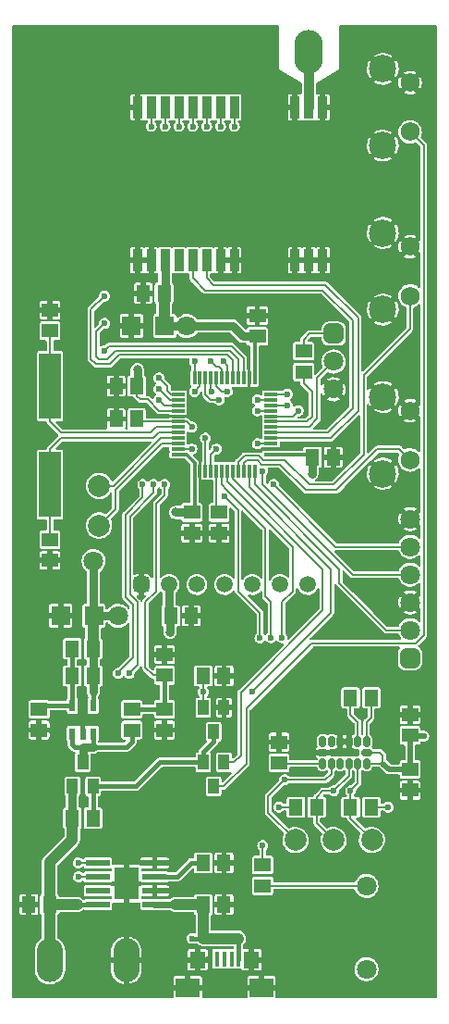
<source format=gbl>
G04 #@! TF.GenerationSoftware,KiCad,Pcbnew,(6.0.9)*
G04 #@! TF.CreationDate,2024-11-23T14:03:30+01:00*
G04 #@! TF.ProjectId,Spoke,53706f6b-652e-46b6-9963-61645f706362,1.2*
G04 #@! TF.SameCoordinates,PX5f5e100PY5f5e100*
G04 #@! TF.FileFunction,Copper,L2,Bot*
G04 #@! TF.FilePolarity,Positive*
%FSLAX46Y46*%
G04 Gerber Fmt 4.6, Leading zero omitted, Abs format (unit mm)*
G04 Created by KiCad (PCBNEW (6.0.9)) date 2024-11-23 14:03:30*
%MOMM*%
%LPD*%
G01*
G04 APERTURE LIST*
G04 Aperture macros list*
%AMRoundRect*
0 Rectangle with rounded corners*
0 $1 Rounding radius*
0 $2 $3 $4 $5 $6 $7 $8 $9 X,Y pos of 4 corners*
0 Add a 4 corners polygon primitive as box body*
4,1,4,$2,$3,$4,$5,$6,$7,$8,$9,$2,$3,0*
0 Add four circle primitives for the rounded corners*
1,1,$1+$1,$2,$3*
1,1,$1+$1,$4,$5*
1,1,$1+$1,$6,$7*
1,1,$1+$1,$8,$9*
0 Add four rect primitives between the rounded corners*
20,1,$1+$1,$2,$3,$4,$5,0*
20,1,$1+$1,$4,$5,$6,$7,0*
20,1,$1+$1,$6,$7,$8,$9,0*
20,1,$1+$1,$8,$9,$2,$3,0*%
G04 Aperture macros list end*
G04 #@! TA.AperFunction,ComponentPad*
%ADD10RoundRect,0.375000X-0.375000X-0.375000X0.375000X-0.375000X0.375000X0.375000X-0.375000X0.375000X0*%
G04 #@! TD*
G04 #@! TA.AperFunction,ComponentPad*
%ADD11C,1.500000*%
G04 #@! TD*
G04 #@! TA.AperFunction,SMDPad,CuDef*
%ADD12R,1.500000X1.300000*%
G04 #@! TD*
G04 #@! TA.AperFunction,SMDPad,CuDef*
%ADD13R,0.900000X2.000000*%
G04 #@! TD*
G04 #@! TA.AperFunction,SMDPad,CuDef*
%ADD14C,2.000000*%
G04 #@! TD*
G04 #@! TA.AperFunction,SMDPad,CuDef*
%ADD15R,1.300000X1.500000*%
G04 #@! TD*
G04 #@! TA.AperFunction,SMDPad,CuDef*
%ADD16R,0.600000X1.100000*%
G04 #@! TD*
G04 #@! TA.AperFunction,SMDPad,CuDef*
%ADD17R,2.200000X0.600000*%
G04 #@! TD*
G04 #@! TA.AperFunction,SMDPad,CuDef*
%ADD18R,2.290000X3.000000*%
G04 #@! TD*
G04 #@! TA.AperFunction,SMDPad,CuDef*
%ADD19R,0.450000X1.380000*%
G04 #@! TD*
G04 #@! TA.AperFunction,SMDPad,CuDef*
%ADD20R,1.425000X1.550000*%
G04 #@! TD*
G04 #@! TA.AperFunction,SMDPad,CuDef*
%ADD21R,2.200000X1.800000*%
G04 #@! TD*
G04 #@! TA.AperFunction,SMDPad,CuDef*
%ADD22R,1.000000X1.400000*%
G04 #@! TD*
G04 #@! TA.AperFunction,ComponentPad*
%ADD23C,1.750000*%
G04 #@! TD*
G04 #@! TA.AperFunction,ComponentPad*
%ADD24C,2.500000*%
G04 #@! TD*
G04 #@! TA.AperFunction,ComponentPad*
%ADD25C,1.800000*%
G04 #@! TD*
G04 #@! TA.AperFunction,SMDPad,CuDef*
%ADD26RoundRect,0.150000X0.150000X-0.325000X0.150000X0.325000X-0.150000X0.325000X-0.150000X-0.325000X0*%
G04 #@! TD*
G04 #@! TA.AperFunction,SMDPad,CuDef*
%ADD27RoundRect,0.150000X0.325000X-0.150000X0.325000X0.150000X-0.325000X0.150000X-0.325000X-0.150000X0*%
G04 #@! TD*
G04 #@! TA.AperFunction,ComponentPad*
%ADD28RoundRect,0.450000X0.450000X-0.450000X0.450000X0.450000X-0.450000X0.450000X-0.450000X-0.450000X0*%
G04 #@! TD*
G04 #@! TA.AperFunction,SMDPad,CuDef*
%ADD29O,2.400000X4.000000*%
G04 #@! TD*
G04 #@! TA.AperFunction,ComponentPad*
%ADD30RoundRect,0.450000X-0.450000X0.450000X-0.450000X-0.450000X0.450000X-0.450000X0.450000X0.450000X0*%
G04 #@! TD*
G04 #@! TA.AperFunction,ComponentPad*
%ADD31O,2.600000X4.000000*%
G04 #@! TD*
G04 #@! TA.AperFunction,SMDPad,CuDef*
%ADD32R,2.000000X6.000000*%
G04 #@! TD*
G04 #@! TA.AperFunction,SMDPad,CuDef*
%ADD33R,1.200000X0.300000*%
G04 #@! TD*
G04 #@! TA.AperFunction,SMDPad,CuDef*
%ADD34R,0.300000X1.200000*%
G04 #@! TD*
G04 #@! TA.AperFunction,SMDPad,CuDef*
%ADD35R,1.700000X1.800000*%
G04 #@! TD*
G04 #@! TA.AperFunction,ViaPad*
%ADD36C,0.600000*%
G04 #@! TD*
G04 #@! TA.AperFunction,ViaPad*
%ADD37C,0.800000*%
G04 #@! TD*
G04 #@! TA.AperFunction,ViaPad*
%ADD38C,1.800000*%
G04 #@! TD*
G04 #@! TA.AperFunction,Conductor*
%ADD39C,1.000000*%
G04 #@! TD*
G04 #@! TA.AperFunction,Conductor*
%ADD40C,0.450000*%
G04 #@! TD*
G04 #@! TA.AperFunction,Conductor*
%ADD41C,0.800000*%
G04 #@! TD*
G04 #@! TA.AperFunction,Conductor*
%ADD42C,0.200000*%
G04 #@! TD*
G04 #@! TA.AperFunction,Conductor*
%ADD43C,0.300000*%
G04 #@! TD*
G04 #@! TA.AperFunction,Conductor*
%ADD44C,0.500000*%
G04 #@! TD*
G04 #@! TA.AperFunction,Conductor*
%ADD45C,0.600000*%
G04 #@! TD*
G04 #@! TA.AperFunction,Conductor*
%ADD46C,0.900000*%
G04 #@! TD*
G04 APERTURE END LIST*
D10*
G04 #@! TO.P,U2,1,GND*
G04 #@! TO.N,GND*
X-7620000Y-6650000D03*
D11*
G04 #@! TO.P,U2,2,VDD*
G04 #@! TO.N,+3V3*
X-5080000Y-6650000D03*
G04 #@! TO.P,U2,3,SCK*
G04 #@! TO.N,LCD_SCK*
X-2540000Y-6650000D03*
G04 #@! TO.P,U2,4,SDA*
G04 #@! TO.N,LCD_MOSI*
X0Y-6650000D03*
G04 #@! TO.P,U2,5,RES*
G04 #@! TO.N,LCD_RESET*
X2540000Y-6650000D03*
G04 #@! TO.P,U2,6,DC*
G04 #@! TO.N,LCD_DC*
X5080000Y-6650000D03*
G04 #@! TO.P,U2,7,CS*
G04 #@! TO.N,LCD_CS*
X7620000Y-6650000D03*
G04 #@! TD*
D12*
G04 #@! TO.P,R14,1,1*
G04 #@! TO.N,GND*
X-5500000Y-19950000D03*
G04 #@! TO.P,R14,2,2*
G04 #@! TO.N,VBAT_SENSE*
X-5500000Y-18050000D03*
G04 #@! TD*
D13*
G04 #@! TO.P,U6,1,GND*
G04 #@! TO.N,GND*
X9000000Y23000000D03*
G04 #@! TO.P,U6,2,GND*
X7730000Y23000000D03*
G04 #@! TO.P,U6,3,GND*
X6460000Y23000000D03*
G04 #@! TO.P,U6,4,GND*
X890000Y23000000D03*
G04 #@! TO.P,U6,5,GND*
X-380000Y23000000D03*
G04 #@! TO.P,U6,6,RXEN*
G04 #@! TO.N,RF_RXEN*
X-1650000Y23000000D03*
G04 #@! TO.P,U6,7,TXEN*
G04 #@! TO.N,RF_TXEN*
X-2920000Y23000000D03*
G04 #@! TO.P,U6,8,DIO2*
G04 #@! TO.N,unconnected-(U6-Pad8)*
X-4190000Y23000000D03*
G04 #@! TO.P,U6,9,VCC*
G04 #@! TO.N,+3V3*
X-5460000Y23000000D03*
G04 #@! TO.P,U6,10,GND*
G04 #@! TO.N,GND*
X-6730000Y23000000D03*
G04 #@! TO.P,U6,11,GND*
X-8000000Y23000000D03*
G04 #@! TO.P,U6,12,GND*
X-8000000Y37000000D03*
G04 #@! TO.P,U6,13,DIO1*
G04 #@! TO.N,RF_IRQ*
X-6730000Y37000000D03*
G04 #@! TO.P,U6,14,BUSY*
G04 #@! TO.N,RF_BUSY*
X-5460000Y37000000D03*
G04 #@! TO.P,U6,15,NRST*
G04 #@! TO.N,RF_RESET*
X-4190000Y37000000D03*
G04 #@! TO.P,U6,16,MISO*
G04 #@! TO.N,RF_MISO*
X-2920000Y37000000D03*
G04 #@! TO.P,U6,17,MOSI*
G04 #@! TO.N,RF_MOSI*
X-1650000Y37000000D03*
G04 #@! TO.P,U6,18,SCK*
G04 #@! TO.N,RF_SCK*
X-380000Y37000000D03*
G04 #@! TO.P,U6,19,NSS*
G04 #@! TO.N,RF_CS*
X890000Y37000000D03*
G04 #@! TO.P,U6,20,GND*
G04 #@! TO.N,GND*
X6460000Y37000000D03*
G04 #@! TO.P,U6,21,ANT*
G04 #@! TO.N,/ANT*
X7730000Y37000000D03*
G04 #@! TO.P,U6,22,GND*
G04 #@! TO.N,GND*
X9000000Y37000000D03*
G04 #@! TD*
D14*
G04 #@! TO.P,X11,1,1*
G04 #@! TO.N,I2C_INT*
X6500000Y-30000000D03*
G04 #@! TD*
D15*
G04 #@! TO.P,C17,1,1*
G04 #@! TO.N,+3V3*
X-5550000Y20000000D03*
G04 #@! TO.P,C17,2,2*
G04 #@! TO.N,GND*
X-7450000Y20000000D03*
G04 #@! TD*
D16*
G04 #@! TO.P,U1,1,IN*
G04 #@! TO.N,VCC*
X-12050000Y-20300000D03*
G04 #@! TO.P,U1,2,GND*
G04 #@! TO.N,GND*
X-13000000Y-20300000D03*
G04 #@! TO.P,U1,3,EN*
G04 #@! TO.N,VCC*
X-13950000Y-20300000D03*
G04 #@! TO.P,U1,4,NR*
G04 #@! TO.N,Net-(C6-Pad1)*
X-13950000Y-17700000D03*
G04 #@! TO.P,U1,5,OUT*
G04 #@! TO.N,+3V3*
X-12050000Y-17700000D03*
G04 #@! TD*
D12*
G04 #@! TO.P,R7,1,1*
G04 #@! TO.N,BOOT0*
X-500000Y-50000D03*
G04 #@! TO.P,R7,2,2*
G04 #@! TO.N,GND*
X-500000Y-1950000D03*
G04 #@! TD*
D17*
G04 #@! TO.P,U5,1,TEMP*
G04 #@! TO.N,GND*
X-6400000Y-32095000D03*
G04 #@! TO.P,U5,2,PROG*
G04 #@! TO.N,Net-(R8-Pad2)*
X-6400000Y-33365000D03*
G04 #@! TO.P,U5,3,GND*
G04 #@! TO.N,GND*
X-6400000Y-34635000D03*
G04 #@! TO.P,U5,4,VCC*
G04 #@! TO.N,Net-(C12-Pad2)*
X-6400000Y-35905000D03*
G04 #@! TO.P,U5,5,BAT*
G04 #@! TO.N,+BATT*
X-11600000Y-35905000D03*
G04 #@! TO.P,U5,6,~{STDBY}*
G04 #@! TO.N,unconnected-(U5-Pad6)*
X-11600000Y-34635000D03*
G04 #@! TO.P,U5,7,~{CHRG}*
G04 #@! TO.N,Net-(D2-Pad1)*
X-11600000Y-33365000D03*
G04 #@! TO.P,U5,8,CE*
G04 #@! TO.N,Net-(C12-Pad2)*
X-11600000Y-32095000D03*
D18*
G04 #@! TO.P,U5,9,EXPOSED_PAD*
G04 #@! TO.N,GND*
X-9000000Y-34000000D03*
G04 #@! TD*
D12*
G04 #@! TO.P,C9,1,1*
G04 #@! TO.N,Net-(C9-Pad1)*
X-16000000Y16550000D03*
G04 #@! TO.P,C9,2,2*
G04 #@! TO.N,GND*
X-16000000Y18450000D03*
G04 #@! TD*
D19*
G04 #@! TO.P,X7,1,VBUS*
G04 #@! TO.N,Net-(C12-Pad2)*
X1300000Y-40890000D03*
G04 #@! TO.P,X7,2,D-*
G04 #@! TO.N,unconnected-(X7-Pad2)*
X650000Y-40890000D03*
G04 #@! TO.P,X7,3,D+*
G04 #@! TO.N,unconnected-(X7-Pad3)*
X0Y-40890000D03*
G04 #@! TO.P,X7,4,ID*
G04 #@! TO.N,unconnected-(X7-Pad4)*
X-650000Y-40890000D03*
G04 #@! TO.P,X7,5,GND*
G04 #@! TO.N,GND*
X-1300000Y-40890000D03*
D20*
G04 #@! TO.P,X7,6,Shield*
X-2487500Y-40975000D03*
D21*
X-3375000Y-43550000D03*
X3375000Y-43550000D03*
D20*
X2487500Y-40975000D03*
G04 #@! TD*
D15*
G04 #@! TO.P,R8,1,1*
G04 #@! TO.N,GND*
X-50000Y-32095000D03*
G04 #@! TO.P,R8,2,2*
G04 #@! TO.N,Net-(R8-Pad2)*
X-1950000Y-32095000D03*
G04 #@! TD*
G04 #@! TO.P,C12,1,1*
G04 #@! TO.N,GND*
X-50000Y-35905000D03*
G04 #@! TO.P,C12,2,2*
G04 #@! TO.N,Net-(C12-Pad2)*
X-1950000Y-35905000D03*
G04 #@! TD*
D14*
G04 #@! TO.P,X10,1,1*
G04 #@! TO.N,I2C_SDA*
X10000000Y-30000000D03*
G04 #@! TD*
D15*
G04 #@! TO.P,C6,1,1*
G04 #@! TO.N,Net-(C6-Pad1)*
X-13950000Y-12500000D03*
G04 #@! TO.P,C6,2,2*
G04 #@! TO.N,+3V3*
X-12050000Y-12500000D03*
G04 #@! TD*
G04 #@! TO.P,R1,1,1*
G04 #@! TO.N,+BATT*
X-13950000Y-28000000D03*
G04 #@! TO.P,R1,2,2*
G04 #@! TO.N,Net-(D1-Pad1)*
X-12050000Y-28000000D03*
G04 #@! TD*
G04 #@! TO.P,R5,1,1*
G04 #@! TO.N,GND*
X-50000Y-15000000D03*
G04 #@! TO.P,R5,2,2*
G04 #@! TO.N,PWR_HOLD*
X-1950000Y-15000000D03*
G04 #@! TD*
D22*
G04 #@! TO.P,Q1,1,G*
G04 #@! TO.N,Net-(D1-Pad1)*
X-12050000Y-25100000D03*
G04 #@! TO.P,Q1,2,S*
G04 #@! TO.N,+BATT*
X-13950000Y-25100000D03*
G04 #@! TO.P,Q1,3,D*
G04 #@! TO.N,VCC*
X-13000000Y-22900000D03*
G04 #@! TD*
D23*
G04 #@! TO.P,SW3,1,1*
G04 #@! TO.N,BTN_ESC*
X17000000Y4750000D03*
D24*
G04 #@! TO.P,SW3,2,2*
G04 #@! TO.N,GND*
X14510000Y10510000D03*
D23*
X17000000Y9250000D03*
D24*
X14510000Y3500000D03*
G04 #@! TD*
D12*
G04 #@! TO.P,R4,1,1*
G04 #@! TO.N,Net-(R4-Pad1)*
X7250000Y14700000D03*
G04 #@! TO.P,R4,2,2*
G04 #@! TO.N,CONSOLE_TX*
X7250000Y12800000D03*
G04 #@! TD*
D25*
G04 #@! TO.P,LS1,1,1*
G04 #@! TO.N,Net-(LS1-Pad1)*
X13000000Y-34200000D03*
G04 #@! TO.P,LS1,2,2*
G04 #@! TO.N,BUZZER_N*
X13000000Y-41800000D03*
G04 #@! TD*
D12*
G04 #@! TO.P,C14,1,1*
G04 #@! TO.N,+3V3*
X17000000Y-23550000D03*
G04 #@! TO.P,C14,2,2*
G04 #@! TO.N,GND*
X17000000Y-25450000D03*
G04 #@! TD*
D15*
G04 #@! TO.P,R2,1,1*
G04 #@! TO.N,+3V3*
X-12050000Y-15000000D03*
G04 #@! TO.P,R2,2,2*
G04 #@! TO.N,Net-(C6-Pad1)*
X-13950000Y-15000000D03*
G04 #@! TD*
D12*
G04 #@! TO.P,C19,1,1*
G04 #@! TO.N,GND*
X5000000Y-21050000D03*
G04 #@! TO.P,C19,2,2*
G04 #@! TO.N,Net-(C19-Pad2)*
X5000000Y-22950000D03*
G04 #@! TD*
G04 #@! TO.P,C20,1,1*
G04 #@! TO.N,VBAT_SENSE*
X-5500000Y-14950000D03*
G04 #@! TO.P,C20,2,2*
G04 #@! TO.N,GND*
X-5500000Y-13050000D03*
G04 #@! TD*
D26*
G04 #@! TO.P,U7,1,VDD_IO*
G04 #@! TO.N,+3V3*
X13000000Y-23000000D03*
G04 #@! TO.P,U7,2,SCL*
G04 #@! TO.N,I2C_SCL*
X12200000Y-23000000D03*
G04 #@! TO.P,U7,3,SDA*
G04 #@! TO.N,I2C_SDA*
X11400000Y-23000000D03*
G04 #@! TO.P,U7,4,INT2*
G04 #@! TO.N,unconnected-(U7-Pad4)*
X10600000Y-23000000D03*
G04 #@! TO.P,U7,5,INT1*
G04 #@! TO.N,I2C_INT*
X9800000Y-23000000D03*
G04 #@! TO.P,U7,6,C1*
G04 #@! TO.N,Net-(C19-Pad2)*
X9000000Y-23000000D03*
D27*
G04 #@! TO.P,U7,7,GND*
G04 #@! TO.N,GND*
X9000000Y-22000000D03*
D26*
G04 #@! TO.P,U7,8,RES_(NC)*
G04 #@! TO.N,unconnected-(U7-Pad8)*
X9000000Y-21000000D03*
G04 #@! TO.P,U7,9,DRDY*
G04 #@! TO.N,unconnected-(U7-Pad9)*
X9800000Y-21000000D03*
G04 #@! TO.P,U7,10,RES_(GND)*
G04 #@! TO.N,GND*
X10600000Y-21000000D03*
G04 #@! TO.P,U7,11,RES_(GND)*
X11400000Y-21000000D03*
G04 #@! TO.P,U7,12,SETP*
G04 #@! TO.N,Net-(C18-Pad2)*
X12200000Y-21000000D03*
G04 #@! TO.P,U7,13,SETC*
G04 #@! TO.N,Net-(C18-Pad1)*
X13000000Y-21000000D03*
D27*
G04 #@! TO.P,U7,14,VDD*
G04 #@! TO.N,+3V3*
X13000000Y-22000000D03*
G04 #@! TD*
D15*
G04 #@! TO.P,R9,1,1*
G04 #@! TO.N,I2C_SCL*
X11550000Y-27000000D03*
G04 #@! TO.P,R9,2,2*
G04 #@! TO.N,+3V3*
X13450000Y-27000000D03*
G04 #@! TD*
D28*
G04 #@! TO.P,X6,1,1*
G04 #@! TO.N,+3V3*
X17000000Y-13350000D03*
D25*
G04 #@! TO.P,X6,2,2*
G04 #@! TO.N,SWD_CLK*
X17000000Y-10810000D03*
G04 #@! TO.P,X6,3,3*
G04 #@! TO.N,GND*
X17000000Y-8270000D03*
G04 #@! TO.P,X6,4,4*
G04 #@! TO.N,SWD_IO*
X17000000Y-5730000D03*
G04 #@! TO.P,X6,5,5*
G04 #@! TO.N,MCU_RESET*
X17000000Y-3190000D03*
G04 #@! TO.P,X6,6,6*
G04 #@! TO.N,GND*
X17000000Y-650000D03*
G04 #@! TD*
D29*
G04 #@! TO.P,X2,1,1*
G04 #@! TO.N,GND*
X-9000000Y-41000000D03*
G04 #@! TD*
D30*
G04 #@! TO.P,X3,1,1*
G04 #@! TO.N,Net-(R4-Pad1)*
X10000000Y16290000D03*
D25*
G04 #@! TO.P,X3,2,2*
G04 #@! TO.N,CONSOLE_RX*
X10000000Y13750000D03*
G04 #@! TO.P,X3,3,3*
G04 #@! TO.N,GND*
X10000000Y11210000D03*
G04 #@! TD*
D15*
G04 #@! TO.P,C1,1,1*
G04 #@! TO.N,+3V3*
X-8050000Y11500000D03*
G04 #@! TO.P,C1,2,2*
G04 #@! TO.N,GND*
X-9950000Y11500000D03*
G04 #@! TD*
D29*
G04 #@! TO.P,X1,1,1*
G04 #@! TO.N,+BATT*
X-16000000Y-41000000D03*
G04 #@! TD*
D31*
G04 #@! TO.P,X8,1,1*
G04 #@! TO.N,/ANT*
X7730000Y42100000D03*
G04 #@! TD*
D22*
G04 #@! TO.P,D1,1*
G04 #@! TO.N,Net-(D1-Pad1)*
X-1950000Y-22900000D03*
G04 #@! TO.P,D1,2*
G04 #@! TO.N,BTN_PWR*
X-50000Y-22900000D03*
G04 #@! TO.P,D1,3*
G04 #@! TO.N,Net-(D1-Pad3)*
X-1000000Y-25100000D03*
G04 #@! TD*
D15*
G04 #@! TO.P,C7,1,1*
G04 #@! TO.N,+3V3*
X-4950000Y-9500000D03*
G04 #@! TO.P,C7,2,2*
G04 #@! TO.N,GND*
X-3050000Y-9500000D03*
G04 #@! TD*
D12*
G04 #@! TO.P,C15,1,1*
G04 #@! TO.N,GND*
X17000000Y-18550000D03*
G04 #@! TO.P,C15,2,2*
G04 #@! TO.N,+3V3*
X17000000Y-20450000D03*
G04 #@! TD*
D14*
G04 #@! TO.P,X9,1,1*
G04 #@! TO.N,I2C_SCL*
X13500000Y-30000000D03*
G04 #@! TD*
D12*
G04 #@! TO.P,C4,1,1*
G04 #@! TO.N,+3V3*
X-3000000Y-50000D03*
G04 #@! TO.P,C4,2,2*
G04 #@! TO.N,GND*
X-3000000Y-1950000D03*
G04 #@! TD*
D22*
G04 #@! TO.P,Q2,1,G*
G04 #@! TO.N,PWR_HOLD*
X-1950000Y-17900000D03*
G04 #@! TO.P,Q2,2,S*
G04 #@! TO.N,GND*
X-50000Y-17900000D03*
G04 #@! TO.P,Q2,3,D*
G04 #@! TO.N,Net-(D1-Pad1)*
X-1000000Y-20100000D03*
G04 #@! TD*
D23*
G04 #@! TO.P,SW2,1,1*
G04 #@! TO.N,BTN_OK*
X17000000Y19750000D03*
D24*
G04 #@! TO.P,SW2,2,2*
G04 #@! TO.N,GND*
X14510000Y18500000D03*
X14510000Y25510000D03*
D23*
X17000000Y24250000D03*
G04 #@! TD*
G04 #@! TO.P,SW1,1,1*
G04 #@! TO.N,Net-(D1-Pad3)*
X17000000Y34750000D03*
D24*
G04 #@! TO.P,SW1,2,2*
G04 #@! TO.N,GND*
X14510000Y40510000D03*
D23*
X17000000Y39250000D03*
D24*
X14510000Y33500000D03*
G04 #@! TD*
D32*
G04 #@! TO.P,XTAL1,1,1*
G04 #@! TO.N,Net-(C8-Pad1)*
X-16000000Y2500000D03*
G04 #@! TO.P,XTAL1,2,2*
G04 #@! TO.N,Net-(C9-Pad1)*
X-16000000Y11500000D03*
G04 #@! TD*
D33*
G04 #@! TO.P,U3,1,VBAT*
G04 #@! TO.N,+3V3*
X-4250000Y5250000D03*
G04 #@! TO.P,U3,2,PC13*
G04 #@! TO.N,I2C_INT*
X-4250000Y5750000D03*
G04 #@! TO.P,U3,3,PC14*
G04 #@! TO.N,Net-(U3-Pad3)*
X-4250000Y6250000D03*
G04 #@! TO.P,U3,4,PC15*
G04 #@! TO.N,Net-(U3-Pad4)*
X-4250000Y6750000D03*
G04 #@! TO.P,U3,5,PD0*
G04 #@! TO.N,Net-(C8-Pad1)*
X-4250000Y7250000D03*
G04 #@! TO.P,U3,6,PD1*
G04 #@! TO.N,Net-(C9-Pad1)*
X-4250000Y7750000D03*
G04 #@! TO.P,U3,7,NRST*
G04 #@! TO.N,MCU_RESET*
X-4250000Y8250000D03*
G04 #@! TO.P,U3,8,VSSA*
G04 #@! TO.N,GND*
X-4250000Y8750000D03*
G04 #@! TO.P,U3,9,VDDA*
G04 #@! TO.N,+3V3*
X-4250000Y9250000D03*
G04 #@! TO.P,U3,10,PA0*
G04 #@! TO.N,BUZZER_P*
X-4250000Y9750000D03*
G04 #@! TO.P,U3,11,PA1*
G04 #@! TO.N,BUZZER_N*
X-4250000Y10250000D03*
G04 #@! TO.P,U3,12,PA2*
G04 #@! TO.N,VBAT_SENSE*
X-4250000Y10750000D03*
D34*
G04 #@! TO.P,U3,13,PA3*
G04 #@! TO.N,RF_RESET*
X-2750000Y12250000D03*
G04 #@! TO.P,U3,14,PA4*
G04 #@! TO.N,RF_CS*
X-2250000Y12250000D03*
G04 #@! TO.P,U3,15,PA5*
G04 #@! TO.N,RF_SCK*
X-1750000Y12250000D03*
G04 #@! TO.P,U3,16,PA6*
G04 #@! TO.N,RF_MISO*
X-1250000Y12250000D03*
G04 #@! TO.P,U3,17,PA7*
G04 #@! TO.N,RF_MOSI*
X-750000Y12250000D03*
G04 #@! TO.P,U3,18,PB0*
G04 #@! TO.N,RF_IRQ*
X-250000Y12250000D03*
G04 #@! TO.P,U3,19,PB1*
G04 #@! TO.N,RF_BUSY*
X250000Y12250000D03*
G04 #@! TO.P,U3,20,PB2*
G04 #@! TO.N,GPS_PPS*
X750000Y12250000D03*
G04 #@! TO.P,U3,21,PB10*
G04 #@! TO.N,GPS_CONF*
X1250000Y12250000D03*
G04 #@! TO.P,U3,22,PB11*
G04 #@! TO.N,GPS_NMEA*
X1750000Y12250000D03*
G04 #@! TO.P,U3,23,VSS_1*
G04 #@! TO.N,GND*
X2250000Y12250000D03*
G04 #@! TO.P,U3,24,VDD_1*
G04 #@! TO.N,+3V3*
X2750000Y12250000D03*
D33*
G04 #@! TO.P,U3,25,PB12*
G04 #@! TO.N,LCD_CS*
X4250000Y10750000D03*
G04 #@! TO.P,U3,26,PB13*
G04 #@! TO.N,LCD_SCK*
X4250000Y10250000D03*
G04 #@! TO.P,U3,27,PB14*
G04 #@! TO.N,LCD_RESET*
X4250000Y9750000D03*
G04 #@! TO.P,U3,28,PB15*
G04 #@! TO.N,LCD_MOSI*
X4250000Y9250000D03*
G04 #@! TO.P,U3,29,PA8*
G04 #@! TO.N,LCD_DC*
X4250000Y8750000D03*
G04 #@! TO.P,U3,30,PA9*
G04 #@! TO.N,CONSOLE_TX*
X4250000Y8250000D03*
G04 #@! TO.P,U3,31,PA10*
G04 #@! TO.N,CONSOLE_RX*
X4250000Y7750000D03*
G04 #@! TO.P,U3,32,PA11*
G04 #@! TO.N,RF_TXEN*
X4250000Y7250000D03*
G04 #@! TO.P,U3,33,PA12*
G04 #@! TO.N,RF_RXEN*
X4250000Y6750000D03*
G04 #@! TO.P,U3,34,PA13*
G04 #@! TO.N,SWD_IO*
X4250000Y6250000D03*
G04 #@! TO.P,U3,35,VSS_2*
G04 #@! TO.N,GND*
X4250000Y5750000D03*
G04 #@! TO.P,U3,36,VDD_2*
G04 #@! TO.N,+3V3*
X4250000Y5250000D03*
D34*
G04 #@! TO.P,U3,37,PA14*
G04 #@! TO.N,SWD_CLK*
X2750000Y3750000D03*
G04 #@! TO.P,U3,38,PA15*
G04 #@! TO.N,PWR_HOLD*
X2250000Y3750000D03*
G04 #@! TO.P,U3,39,PB3*
G04 #@! TO.N,BTN_ESC*
X1750000Y3750000D03*
G04 #@! TO.P,U3,40,PB4*
G04 #@! TO.N,BTN_OK*
X1250000Y3750000D03*
G04 #@! TO.P,U3,41,PB5*
G04 #@! TO.N,BTN_PWR*
X750000Y3750000D03*
G04 #@! TO.P,U3,42,PB6*
G04 #@! TO.N,I2C_SCL*
X250000Y3750000D03*
G04 #@! TO.P,U3,43,PB7*
G04 #@! TO.N,I2C_SDA*
X-250000Y3750000D03*
G04 #@! TO.P,U3,44,BOOT0*
G04 #@! TO.N,BOOT0*
X-750000Y3750000D03*
G04 #@! TO.P,U3,45,PB8*
G04 #@! TO.N,LED_RED*
X-1250000Y3750000D03*
G04 #@! TO.P,U3,46,PB9*
G04 #@! TO.N,LED_GREEN*
X-1750000Y3750000D03*
G04 #@! TO.P,U3,47,VSS_3*
G04 #@! TO.N,GND*
X-2250000Y3750000D03*
G04 #@! TO.P,U3,48,VDD_3*
G04 #@! TO.N,+3V3*
X-2750000Y3750000D03*
G04 #@! TD*
D15*
G04 #@! TO.P,C3,1,1*
G04 #@! TO.N,+3V3*
X8050000Y5000000D03*
G04 #@! TO.P,C3,2,2*
G04 #@! TO.N,GND*
X9950000Y5000000D03*
G04 #@! TD*
G04 #@! TO.P,C11,1,1*
G04 #@! TO.N,MCU_RESET*
X-8050000Y8500000D03*
G04 #@! TO.P,C11,2,2*
G04 #@! TO.N,GND*
X-9950000Y8500000D03*
G04 #@! TD*
G04 #@! TO.P,C13,1,1*
G04 #@! TO.N,GND*
X-17950000Y-35905000D03*
G04 #@! TO.P,C13,2,2*
G04 #@! TO.N,+BATT*
X-16050000Y-35905000D03*
G04 #@! TD*
D12*
G04 #@! TO.P,R3,1,1*
G04 #@! TO.N,GND*
X-17000000Y-19950000D03*
G04 #@! TO.P,R3,2,2*
G04 #@! TO.N,Net-(C6-Pad1)*
X-17000000Y-18050000D03*
G04 #@! TD*
G04 #@! TO.P,R12,1,1*
G04 #@! TO.N,VBAT_SENSE*
X-8500000Y-18050000D03*
G04 #@! TO.P,R12,2,2*
G04 #@! TO.N,VCC*
X-8500000Y-19950000D03*
G04 #@! TD*
G04 #@! TO.P,C2,1,1*
G04 #@! TO.N,+3V3*
X3000000Y16050000D03*
G04 #@! TO.P,C2,2,2*
G04 #@! TO.N,GND*
X3000000Y17950000D03*
G04 #@! TD*
D35*
G04 #@! TO.P,C16,1,1*
G04 #@! TO.N,+3V3*
X-5475000Y17000000D03*
G04 #@! TO.P,C16,2,2*
G04 #@! TO.N,GND*
X-8525000Y17000000D03*
G04 #@! TD*
D14*
G04 #@! TO.P,X5,1,1*
G04 #@! TO.N,Net-(U3-Pad4)*
X-11500000Y2375000D03*
G04 #@! TD*
G04 #@! TO.P,X4,1,1*
G04 #@! TO.N,Net-(U3-Pad3)*
X-11500000Y-1250000D03*
G04 #@! TD*
D35*
G04 #@! TO.P,C5,1,1*
G04 #@! TO.N,+3V3*
X-11975000Y-9500000D03*
G04 #@! TO.P,C5,2,2*
G04 #@! TO.N,GND*
X-15025000Y-9500000D03*
G04 #@! TD*
D12*
G04 #@! TO.P,C8,1,1*
G04 #@! TO.N,Net-(C8-Pad1)*
X-16000000Y-2550000D03*
G04 #@! TO.P,C8,2,2*
G04 #@! TO.N,GND*
X-16000000Y-4450000D03*
G04 #@! TD*
D15*
G04 #@! TO.P,R10,1,1*
G04 #@! TO.N,I2C_SDA*
X8450000Y-27000000D03*
G04 #@! TO.P,R10,2,2*
G04 #@! TO.N,+3V3*
X6550000Y-27000000D03*
G04 #@! TD*
D12*
G04 #@! TO.P,R15,1,1*
G04 #@! TO.N,BUZZER_P*
X3500000Y-32300000D03*
G04 #@! TO.P,R15,2,2*
G04 #@! TO.N,Net-(LS1-Pad1)*
X3500000Y-34200000D03*
G04 #@! TD*
D15*
G04 #@! TO.P,C18,1,1*
G04 #@! TO.N,Net-(C18-Pad1)*
X13450000Y-17000000D03*
G04 #@! TO.P,C18,2,2*
G04 #@! TO.N,Net-(C18-Pad2)*
X11550000Y-17000000D03*
G04 #@! TD*
D36*
G04 #@! TO.N,GND*
X17000000Y14000000D03*
X6500000Y-21000000D03*
X11000000Y40000000D03*
X-500000Y19500000D03*
X9500000Y-1000000D03*
X-19000000Y0D03*
X6500000Y35000000D03*
X-3000000Y-8000000D03*
X1500000Y6000000D03*
X11000000Y-40000000D03*
X-19000000Y8000000D03*
X-7500000Y18500000D03*
X19000000Y32000000D03*
X0Y-34000000D03*
X11000000Y-8500000D03*
X4000000Y44000000D03*
X-15000000Y44000000D03*
X-4000000Y-16500000D03*
X19000000Y-28000000D03*
X-13500000Y-19000000D03*
X-11000000Y6000000D03*
X17000000Y7000000D03*
X-3000000Y6750000D03*
X-17000000Y-22000000D03*
X10500000Y28000000D03*
X11000000Y-44000000D03*
X9500000Y-11250000D03*
X1000000Y8000000D03*
X-19000000Y-34500000D03*
X-19000000Y28000000D03*
X-11000000Y-41000000D03*
X-3000000Y8750000D03*
X-19000000Y4000000D03*
X5500000Y-5000000D03*
X10500000Y32000000D03*
X2750000Y-27000000D03*
X-13500000Y-1000000D03*
X-9000000Y-37000000D03*
X19000000Y44000000D03*
X-5500000Y28000000D03*
X4300000Y12200000D03*
X-19000000Y40000000D03*
X-9500000Y32000000D03*
X-4500000Y1500000D03*
X-12500000Y36000000D03*
X1500000Y18000000D03*
X-2000000Y25000000D03*
X17000000Y37000000D03*
X4500000Y3500000D03*
X-19000000Y-4000000D03*
X7000000Y1000000D03*
X-13000000Y6000000D03*
X-12000000Y6000000D03*
X15000000Y44000000D03*
X2500000Y-2500000D03*
X17000000Y-27000000D03*
X-5000000Y-4500000D03*
X0Y5000000D03*
X19000000Y-4000000D03*
X19000000Y-44000000D03*
X5700000Y13600000D03*
X-4500000Y-34500000D03*
X-12500000Y39000000D03*
X-500000Y9000000D03*
X5700000Y12200000D03*
X-16000000Y28000000D03*
X-9000000Y1500000D03*
D37*
X-500000Y-3500000D03*
D36*
X-12500000Y32000000D03*
X19000000Y-12000000D03*
X15500000Y-18500000D03*
X19000000Y28000000D03*
X-7000000Y44000000D03*
X-14000000Y-4500000D03*
D37*
X-10250000Y16000000D03*
D36*
X19000000Y-32000000D03*
X-9500000Y21000000D03*
X-19000000Y-37500000D03*
X14750000Y-4250000D03*
X-9000000Y-38000000D03*
X11750000Y-30000000D03*
X10500000Y21000000D03*
X-4500000Y-25500000D03*
X15000000Y-36000000D03*
X-6000000Y13500000D03*
X-3000000Y40000000D03*
X17000000Y29500000D03*
X3250000Y-8250000D03*
X0Y16000000D03*
X11000000Y500000D03*
X1500000Y19500000D03*
X19000000Y-16000000D03*
X-9500000Y37000000D03*
D37*
X3000000Y19500000D03*
D36*
X-16500000Y32000000D03*
X-16000000Y24000000D03*
X19000000Y24000000D03*
X0Y-13500000D03*
X19000000Y0D03*
X-5500000Y25000000D03*
X-9500000Y28500000D03*
X-19000000Y36000000D03*
X-9000000Y4500000D03*
X6000000Y-44000000D03*
X-7500000Y-4500000D03*
X-7500000Y21500000D03*
X6500000Y39000000D03*
X500000Y-20000000D03*
X5500000Y2500000D03*
X-16000000Y-6000000D03*
X6000000Y-10500000D03*
X-7000000Y-41000000D03*
X-9000000Y-44000000D03*
X4000000Y40000000D03*
X-9500000Y23000000D03*
X9500000Y-16000000D03*
D37*
X11250000Y5000000D03*
D36*
X-19000000Y-32000000D03*
X-6500000Y4500000D03*
X14500000Y37000000D03*
X11000000Y44000000D03*
X-7500000Y6000000D03*
X1000000Y44000000D03*
X-5000000Y-2000000D03*
X-19000000Y32000000D03*
X1500000Y9500000D03*
X-19000000Y-12000000D03*
X-7000000Y-39500000D03*
X-15500000Y-20000000D03*
X-16500000Y-9500000D03*
X-19000000Y-24000000D03*
X-8000000Y35000000D03*
X-19000000Y44000000D03*
X10500000Y25000000D03*
X2500000Y7500000D03*
X14000000Y-7000000D03*
X0Y-8000000D03*
X3000000Y11049503D03*
D37*
X-10000000Y13000000D03*
D36*
X14000000Y-25000000D03*
X0Y7000000D03*
X19000000Y-36000000D03*
X13500000Y16000000D03*
X-9500000Y25000000D03*
X-3000000Y44000000D03*
X2750000Y-24500000D03*
D37*
X-3000000Y-3500000D03*
D36*
X-7500000Y-2000000D03*
X-19000000Y-28000000D03*
X-9000000Y-31500000D03*
X0Y-30000000D03*
X0Y-44000000D03*
X13000000Y-10500000D03*
X-6000000Y-28000000D03*
X19000000Y20000000D03*
X-15000000Y-44000000D03*
X5000000Y37000000D03*
X-11000000Y-39500000D03*
X9000000Y35000000D03*
X-15000000Y-8000000D03*
X-11000000Y44000000D03*
X1000000Y25000000D03*
X-19000000Y20000000D03*
X-10000000Y-4500000D03*
X-19000000Y12000000D03*
X19000000Y40000000D03*
X-9000000Y-28000000D03*
X19000000Y-8000000D03*
X8250000Y-30000000D03*
X-19000000Y-40000000D03*
X-19000000Y24000000D03*
X14500000Y29500000D03*
X-12000000Y4500000D03*
X0Y-11000000D03*
X5750000Y6000000D03*
X10500000Y37000000D03*
X6000000Y-36000000D03*
X-10500000Y-20000000D03*
X-2000000Y2250000D03*
X-8000000Y39000000D03*
X1500000Y-15000000D03*
X9500000Y-13500000D03*
X5000000Y-41000000D03*
X-3500000Y3000000D03*
X-11000000Y-42500000D03*
X10500000Y23000000D03*
X9500000Y-18500000D03*
X-3500000Y18500000D03*
X6500000Y32000000D03*
X-6750000Y8926089D03*
X-5500000Y32000000D03*
X-12500000Y28000000D03*
X-19000000Y-16000000D03*
X-7000000Y-42500000D03*
X-4000000Y-20000000D03*
X-9000000Y-34000000D03*
X-13500000Y1500000D03*
X-5000000Y12500000D03*
X0Y-37500000D03*
X12500000Y-13500000D03*
D37*
X-10000000Y10000000D03*
D36*
X-7000000Y-21500000D03*
D37*
X-9000000Y20000000D03*
D36*
X-10000000Y-11000000D03*
X-5000000Y-41000000D03*
X-11000000Y22000000D03*
X1000000Y40000000D03*
X-19000000Y-8000000D03*
X19000000Y12000000D03*
X19000000Y36000000D03*
X-2000000Y28000000D03*
X19000000Y16000000D03*
X15000000Y-32000000D03*
X-3000000Y-28000000D03*
X2500000Y23000000D03*
X14500000Y7000000D03*
X6000000Y-40000000D03*
X19000000Y4000000D03*
X9000000Y39000000D03*
X-16000000Y20000000D03*
X-19000000Y-44000000D03*
X17000000Y22000000D03*
X-12500000Y25000000D03*
X15000000Y-40000000D03*
X-12500000Y-19000000D03*
X11000000Y-2000000D03*
X6750000Y-8250000D03*
X11000000Y-36000000D03*
X6500000Y-18500000D03*
X-15000000Y-11000000D03*
X15000000Y-44000000D03*
X-19000000Y-20000000D03*
X-4000000Y-13000000D03*
X19000000Y-25000000D03*
X-19000000Y16000000D03*
X14500000Y22000000D03*
X19000000Y8000000D03*
X6500000Y-16000000D03*
D37*
X-3000000Y-11000000D03*
D36*
X19000000Y-40000000D03*
D38*
G04 #@! TO.N,+3V3*
X-9750000Y-9500000D03*
D36*
X5000000Y-27000000D03*
D38*
X-12000000Y-4500000D03*
D37*
X-8000000Y13000000D03*
D36*
X15000000Y-27000000D03*
D37*
X-4500000Y-50000D03*
D36*
X18250000Y-20500000D03*
D37*
X-5000000Y-11000000D03*
D38*
X-3449500Y17000000D03*
D37*
X8000000Y3500000D03*
D36*
G04 #@! TO.N,MCU_RESET*
X4500000Y2500000D03*
X-3000000Y7750000D03*
G04 #@! TO.N,BUZZER_N*
X-8750000Y-14750000D03*
X-6500000Y2500000D03*
X-6000000Y11250000D03*
G04 #@! TO.N,VBAT_SENSE*
X-6000000Y12250000D03*
X-5500000Y2500000D03*
G04 #@! TO.N,LED_RED*
X-750000Y5750000D03*
G04 #@! TO.N,LED_GREEN*
X-1750000Y6750000D03*
G04 #@! TO.N,BUZZER_P*
X-6000000Y10250000D03*
X-9750000Y-14750000D03*
X3500000Y-30500000D03*
X-7500000Y2500000D03*
G04 #@! TO.N,Net-(C12-Pad2)*
X-3000000Y-39000000D03*
X-13405000Y-32095000D03*
G04 #@! TO.N,PWR_HOLD*
X-1950000Y-16450000D03*
X2500000Y-16450000D03*
G04 #@! TO.N,LCD_CS*
X5750000Y10750000D03*
G04 #@! TO.N,LCD_SCK*
X3000000Y10250000D03*
G04 #@! TO.N,LCD_DC*
X6750000Y9250000D03*
G04 #@! TO.N,LCD_MOSI*
X3000000Y9250000D03*
G04 #@! TO.N,GPS_CONF*
X-11000000Y17250000D03*
G04 #@! TO.N,GPS_NMEA*
X-11000000Y14750000D03*
G04 #@! TO.N,GPS_PPS*
X-11000000Y19750000D03*
G04 #@! TO.N,SWD_IO*
X3000000Y6250000D03*
X3500000Y3750000D03*
G04 #@! TO.N,RF_CS*
X890000Y35250000D03*
X-2750000Y11000000D03*
G04 #@! TO.N,RF_SCK*
X-500000Y10250000D03*
X-380000Y35250000D03*
G04 #@! TO.N,RF_MISO*
X-2920000Y35250000D03*
X-1150500Y11000000D03*
G04 #@! TO.N,RF_MOSI*
X236444Y11013556D03*
X-1650000Y35250000D03*
G04 #@! TO.N,I2C_INT*
X-3000000Y5750000D03*
X5500000Y-24500000D03*
X3250000Y-11513975D03*
X-46399Y1453601D03*
G04 #@! TO.N,RF_RESET*
X-4190000Y35250000D03*
X-2750000Y13750000D03*
G04 #@! TO.N,RF_IRQ*
X-6730000Y35250000D03*
X-1250000Y13750000D03*
G04 #@! TO.N,RF_BUSY*
X-5460000Y35250000D03*
X-114008Y13761831D03*
G04 #@! TO.N,LCD_RESET*
X5750000Y9750000D03*
G04 #@! TO.N,I2C_SCL*
X11550000Y-25500000D03*
X5250000Y-11500000D03*
G04 #@! TO.N,I2C_SDA*
X4250000Y-11500000D03*
X10000000Y-25500000D03*
G04 #@! TO.N,Net-(D2-Pad1)*
X-13365000Y-33365000D03*
G04 #@! TD*
D39*
G04 #@! TO.N,+BATT*
X-13950000Y-29950000D02*
X-13950000Y-28000000D01*
X-16050000Y-41950000D02*
X-16050000Y-35905000D01*
X-16050000Y-32050000D02*
X-13950000Y-29950000D01*
X-16050000Y-35905000D02*
X-16050000Y-32050000D01*
X-16050000Y-35905000D02*
X-13500000Y-35905000D01*
D40*
X-11600000Y-35905000D02*
X-13500000Y-35905000D01*
D41*
X-13950000Y-25100000D02*
X-13950000Y-28000000D01*
D39*
X-16000000Y-42000000D02*
X-16050000Y-41950000D01*
D42*
G04 #@! TO.N,Net-(C9-Pad1)*
X-6750000Y7250000D02*
X-15000000Y7250000D01*
X-16000000Y8250000D02*
X-16000000Y11500000D01*
X-6250000Y7750000D02*
X-6750000Y7250000D01*
X-4250000Y7750000D02*
X-6250000Y7750000D01*
X-16000000Y11500000D02*
X-16000000Y16550000D01*
X-15000000Y7250000D02*
X-16000000Y8250000D01*
D41*
G04 #@! TO.N,+3V3*
X-5460000Y23000000D02*
X-5460000Y20090000D01*
X-8000000Y13000000D02*
X-8000000Y11550000D01*
X8000000Y4950000D02*
X8050000Y5000000D01*
X-5550000Y17075000D02*
X-5475000Y17000000D01*
D42*
X13000000Y-23000000D02*
X14500000Y-23000000D01*
D41*
X750000Y17000000D02*
X1700000Y16050000D01*
D40*
X-12050000Y-17700000D02*
X-12050000Y-16450000D01*
D43*
X-2750000Y200000D02*
X-3000000Y-50000D01*
D41*
X-5000000Y-11000000D02*
X-5000000Y-9550000D01*
X-12050000Y-9575000D02*
X-11975000Y-9500000D01*
D43*
X2750000Y15800000D02*
X3000000Y16050000D01*
D41*
X-5475000Y17000000D02*
X750000Y17000000D01*
D39*
X-12050000Y-12500000D02*
X-12050000Y-9575000D01*
D43*
X2750000Y12250000D02*
X2750000Y15800000D01*
D42*
X13000000Y-22000000D02*
X14250000Y-22000000D01*
D41*
X-9750000Y-9500000D02*
X-11975000Y-9500000D01*
X-4500000Y-50000D02*
X-3000000Y-50000D01*
D44*
X18250000Y-20500000D02*
X17050000Y-20500000D01*
D41*
X8000000Y3500000D02*
X8000000Y4950000D01*
D42*
X14250000Y-22000000D02*
X14500000Y-22250000D01*
X-8050000Y10600000D02*
X-8050000Y11500000D01*
D43*
X7800000Y5250000D02*
X8050000Y5000000D01*
X-2750000Y3750000D02*
X-2750000Y4500000D01*
D41*
X1700000Y16050000D02*
X3000000Y16050000D01*
D44*
X17050000Y-20500000D02*
X17000000Y-20450000D01*
D42*
X-7750000Y10300000D02*
X-8050000Y10600000D01*
D44*
X15050000Y-23550000D02*
X14500000Y-23000000D01*
D41*
X-5000000Y-9550000D02*
X-4950000Y-9500000D01*
X-5080000Y-6650000D02*
X-5080000Y-9370000D01*
D42*
X-4250000Y9250000D02*
X-5975382Y9250000D01*
D41*
X-12000000Y-9475000D02*
X-11975000Y-9500000D01*
X-8000000Y11550000D02*
X-8050000Y11500000D01*
X-12050000Y-15000000D02*
X-12050000Y-12500000D01*
D39*
X-5550000Y20000000D02*
X-5550000Y17075000D01*
D41*
X-5080000Y-9370000D02*
X-4950000Y-9500000D01*
D43*
X-3500000Y5250000D02*
X-4250000Y5250000D01*
D42*
X-7025382Y10300000D02*
X-7750000Y10300000D01*
D41*
X-12000000Y-4500000D02*
X-12000000Y-9475000D01*
D43*
X-2750000Y3750000D02*
X-2750000Y200000D01*
D42*
X5000000Y-27000000D02*
X6550000Y-27000000D01*
D41*
X-5460000Y20090000D02*
X-5550000Y20000000D01*
D42*
X-5975382Y9250000D02*
X-7025382Y10300000D01*
X14500000Y-22250000D02*
X14500000Y-23000000D01*
D43*
X4250000Y5250000D02*
X7800000Y5250000D01*
D44*
X17000000Y-20500000D02*
X17000000Y-23550000D01*
D41*
X-12050000Y-15000000D02*
X-12050000Y-16450000D01*
D43*
X-2750000Y4500000D02*
X-3500000Y5250000D01*
D42*
X15000000Y-27000000D02*
X13450000Y-27000000D01*
D44*
X17000000Y-23550000D02*
X15050000Y-23550000D01*
D42*
G04 #@! TO.N,MCU_RESET*
X-3500000Y8250000D02*
X-4250000Y8250000D01*
X-4250000Y8250000D02*
X-7800000Y8250000D01*
X-3000000Y7750000D02*
X-3500000Y8250000D01*
X10190000Y-3190000D02*
X17000000Y-3190000D01*
X4500000Y2500000D02*
X10190000Y-3190000D01*
X-7800000Y8250000D02*
X-8050000Y8500000D01*
D40*
G04 #@! TO.N,Net-(D1-Pad1)*
X-1000000Y-21000000D02*
X-1000000Y-20100000D01*
X-5900000Y-22900000D02*
X-1950000Y-22900000D01*
X-1950000Y-22900000D02*
X-1950000Y-21950000D01*
X-1950000Y-21950000D02*
X-1000000Y-21000000D01*
X-12050000Y-25100000D02*
X-12050000Y-28000000D01*
X-8100000Y-25100000D02*
X-5900000Y-22900000D01*
X-12050000Y-25100000D02*
X-8100000Y-25100000D01*
G04 #@! TO.N,Net-(C6-Pad1)*
X-13950000Y-12500000D02*
X-13950000Y-17700000D01*
X-13950000Y-17700000D02*
X-16650000Y-17700000D01*
X-16650000Y-17700000D02*
X-17000000Y-18050000D01*
D42*
G04 #@! TO.N,Net-(D1-Pad3)*
X-1000000Y-25100000D02*
X-100000Y-25100000D01*
X17497057Y-12010000D02*
X18250000Y-11257057D01*
X-100000Y-25100000D02*
X2000000Y-23000000D01*
X2000000Y-23000000D02*
X2000000Y-18000000D01*
X2000000Y-18000000D02*
X7990000Y-12010000D01*
X18250000Y33500000D02*
X17000000Y34750000D01*
X7990000Y-12010000D02*
X17497057Y-12010000D01*
X18250000Y-11257057D02*
X18250000Y33500000D01*
G04 #@! TO.N,Net-(LS1-Pad1)*
X13000000Y-34200000D02*
X3500000Y-34200000D01*
G04 #@! TO.N,BUZZER_N*
X-5000000Y10250000D02*
X-4250000Y10250000D01*
X-8670000Y-423186D02*
X-6500000Y1746814D01*
X-6500000Y1746814D02*
X-6500000Y2500000D01*
X-6000000Y11250000D02*
X-5000000Y10250000D01*
X-8750000Y-14750000D02*
X-8000000Y-14000000D01*
X-8000000Y-14000000D02*
X-8000000Y-8250000D01*
X-8000000Y-8250000D02*
X-8670000Y-7580000D01*
X-8670000Y-7580000D02*
X-8670000Y-423186D01*
D40*
G04 #@! TO.N,VCC*
X-13950000Y-21300000D02*
X-13750000Y-21500000D01*
X-13750000Y-21500000D02*
X-12050000Y-21500000D01*
X-9000000Y-21500000D02*
X-8500000Y-21000000D01*
X-13950000Y-20300000D02*
X-13950000Y-21300000D01*
X-12050000Y-21500000D02*
X-9000000Y-21500000D01*
D41*
X-13000000Y-22900000D02*
X-13000000Y-21500000D01*
X-13000000Y-21500000D02*
X-12050000Y-21500000D01*
D40*
X-12050000Y-20300000D02*
X-12050000Y-21500000D01*
X-8500000Y-21000000D02*
X-8500000Y-19950000D01*
D42*
G04 #@! TO.N,VBAT_SENSE*
X-6250000Y-7250000D02*
X-7250000Y-8250000D01*
X-5250000Y11065686D02*
X-4934314Y10750000D01*
D40*
X-8500000Y-18050000D02*
X-5500000Y-18050000D01*
D42*
X-5500000Y1500000D02*
X-6250000Y750000D01*
X-7250000Y-14250000D02*
X-6550000Y-14950000D01*
X-5250000Y11500000D02*
X-5250000Y11065686D01*
X-4934314Y10750000D02*
X-4250000Y10750000D01*
D40*
X-5500000Y-18050000D02*
X-5500000Y-14950000D01*
D42*
X-6250000Y750000D02*
X-6250000Y-7250000D01*
X-5500000Y2500000D02*
X-5500000Y1500000D01*
X-6550000Y-14950000D02*
X-5500000Y-14950000D01*
X-7250000Y-8250000D02*
X-7250000Y-14250000D01*
X-6000000Y12250000D02*
X-5250000Y11500000D01*
G04 #@! TO.N,LED_RED*
X-1250000Y5250000D02*
X-1250000Y3750000D01*
X-750000Y5750000D02*
X-1250000Y5250000D01*
G04 #@! TO.N,LED_GREEN*
X-1750000Y3750000D02*
X-1750000Y6750000D01*
G04 #@! TO.N,BUZZER_P*
X-9070000Y-257500D02*
X-9070000Y-7825140D01*
X3500000Y-30500000D02*
X3500000Y-32300000D01*
X-9070000Y-7825140D02*
X-8400000Y-8495140D01*
X-6000000Y10250000D02*
X-5500000Y9750000D01*
X-9750000Y-14651471D02*
X-9750000Y-14750000D01*
X-7500000Y1312500D02*
X-9070000Y-257500D01*
X-8400000Y-8495140D02*
X-8400000Y-13301471D01*
X-8400000Y-13301471D02*
X-9750000Y-14651471D01*
X-5500000Y9750000D02*
X-4250000Y9750000D01*
X-7500000Y2500000D02*
X-7500000Y1312500D01*
G04 #@! TO.N,BOOT0*
X-750000Y200000D02*
X-500000Y-50000D01*
X-750000Y3750000D02*
X-750000Y200000D01*
D45*
G04 #@! TO.N,Net-(C12-Pad2)*
X-6400000Y-35905000D02*
X-4500000Y-35905000D01*
D39*
X-1950000Y-39000000D02*
X-1950000Y-36000000D01*
D40*
X-3000000Y-39000000D02*
X-700000Y-39000000D01*
D39*
X-700000Y-39000000D02*
X-1950000Y-39000000D01*
X-1950000Y-35905000D02*
X-4500000Y-35905000D01*
D40*
X1300000Y-40890000D02*
X1300000Y-39000000D01*
D39*
X1250000Y-39000000D02*
X-700000Y-39000000D01*
D42*
X-13405000Y-32095000D02*
X-11600000Y-32095000D01*
D39*
X-1950000Y-36000000D02*
X-2045000Y-35905000D01*
D42*
G04 #@! TO.N,BTN_PWR*
X9000000Y-9000000D02*
X1500000Y-16500000D01*
X1500000Y-16500000D02*
X1500000Y-22250000D01*
X850000Y-22900000D02*
X-50000Y-22900000D01*
X1500000Y-22250000D02*
X850000Y-22900000D01*
X750000Y3009315D02*
X9000000Y-5240685D01*
X9000000Y-5240685D02*
X9000000Y-9000000D01*
X750000Y3750000D02*
X750000Y3009315D01*
G04 #@! TO.N,PWR_HOLD*
X2500000Y-16450000D02*
X9750000Y-9200000D01*
X-1950000Y-17900000D02*
X-1950000Y-15000000D01*
X9750000Y-9200000D02*
X9750000Y-5250000D01*
X2250000Y2250000D02*
X2250000Y3750000D01*
X9750000Y-5250000D02*
X2250000Y2250000D01*
G04 #@! TO.N,BTN_OK*
X7750000Y2500000D02*
X5500000Y4750000D01*
X3565685Y4750000D02*
X3165685Y5150000D01*
X17000000Y16750000D02*
X12750000Y12500000D01*
X12750000Y5250000D02*
X10000000Y2500000D01*
X17000000Y19750000D02*
X17000000Y16750000D01*
X1250000Y4565686D02*
X1250000Y3750000D01*
X3165685Y5150000D02*
X1834315Y5150000D01*
X5500000Y4750000D02*
X3565685Y4750000D01*
X1834315Y5150000D02*
X1250000Y4565686D01*
X10000000Y2500000D02*
X7750000Y2500000D01*
X12750000Y12500000D02*
X12750000Y5250000D01*
G04 #@! TO.N,BTN_ESC*
X3000000Y4750000D02*
X3400000Y4350000D01*
X16000000Y5750000D02*
X17000000Y4750000D01*
X14000000Y5750000D02*
X16000000Y5750000D01*
X1750000Y4500000D02*
X2000000Y4750000D01*
X10250000Y2000000D02*
X14000000Y5750000D01*
X7434314Y2000000D02*
X10250000Y2000000D01*
X2000000Y4750000D02*
X3000000Y4750000D01*
X1750000Y3750000D02*
X1750000Y4500000D01*
X5084314Y4350000D02*
X7434314Y2000000D01*
X3400000Y4350000D02*
X5084314Y4350000D01*
G04 #@! TO.N,Net-(C18-Pad1)*
X13000000Y-19250000D02*
X13450000Y-18800000D01*
X13000000Y-21000000D02*
X13000000Y-19250000D01*
X13450000Y-18800000D02*
X13450000Y-17000000D01*
G04 #@! TO.N,LCD_CS*
X4250000Y10750000D02*
X5750000Y10750000D01*
G04 #@! TO.N,LCD_SCK*
X4250000Y10250000D02*
X3000000Y10250000D01*
G04 #@! TO.N,LCD_DC*
X6250000Y8750000D02*
X4250000Y8750000D01*
X6750000Y9250000D02*
X6250000Y8750000D01*
G04 #@! TO.N,LCD_MOSI*
X4250000Y9250000D02*
X3000000Y9250000D01*
G04 #@! TO.N,GPS_CONF*
X-9988169Y14761831D02*
X-10750000Y14000000D01*
X-11750000Y14250000D02*
X-11750000Y16500000D01*
X-11750000Y16500000D02*
X-11000000Y17250000D01*
X1250000Y12250000D02*
X1250000Y14000000D01*
X488169Y14761831D02*
X-9988169Y14761831D01*
X-11500000Y14000000D02*
X-11750000Y14250000D01*
X1250000Y14000000D02*
X488169Y14761831D01*
X-10750000Y14000000D02*
X-11500000Y14000000D01*
G04 #@! TO.N,GPS_NMEA*
X653855Y15161831D02*
X-10588169Y15161831D01*
X1750000Y12250000D02*
X1750000Y14065686D01*
X-10588169Y15161831D02*
X-11000000Y14750000D01*
X1750000Y14065686D02*
X653855Y15161831D01*
G04 #@! TO.N,GPS_PPS*
X-12250000Y14000000D02*
X-12250000Y18500000D01*
X750000Y12250000D02*
X750000Y13848529D01*
X-9638169Y14361831D02*
X-10500000Y13500000D01*
X236698Y14361831D02*
X-9638169Y14361831D01*
X-12250000Y18500000D02*
X-11000000Y19750000D01*
X750000Y13848529D02*
X236698Y14361831D01*
X-11750000Y13500000D02*
X-12250000Y14000000D01*
X-10500000Y13500000D02*
X-11750000Y13500000D01*
G04 #@! TO.N,Net-(C18-Pad2)*
X11550000Y-18550000D02*
X11550000Y-17000000D01*
X12200000Y-21000000D02*
X12200000Y-19200000D01*
X12200000Y-19200000D02*
X11550000Y-18550000D01*
G04 #@! TO.N,SWD_IO*
X11730000Y-5730000D02*
X17000000Y-5730000D01*
X3500000Y2500000D02*
X11730000Y-5730000D01*
X3500000Y3750000D02*
X3500000Y2500000D01*
X4250000Y6250000D02*
X3000000Y6250000D01*
G04 #@! TO.N,SWD_CLK*
X2750000Y2500000D02*
X2750000Y3750000D01*
X10500000Y-5250000D02*
X2750000Y2500000D01*
X10500000Y-6500000D02*
X10500000Y-5250000D01*
X14810000Y-10810000D02*
X10500000Y-6500000D01*
X17000000Y-10810000D02*
X14810000Y-10810000D01*
G04 #@! TO.N,RF_CS*
X-2750000Y11000000D02*
X-2250000Y11500000D01*
X-2250000Y11500000D02*
X-2250000Y12250000D01*
X890000Y37000000D02*
X890000Y35250000D01*
G04 #@! TO.N,RF_SCK*
X-1750000Y10750971D02*
X-1750000Y12250000D01*
X-500000Y10250000D02*
X-1249029Y10250000D01*
X-380000Y37000000D02*
X-380000Y35250000D01*
X-1249029Y10250000D02*
X-1750000Y10750971D01*
G04 #@! TO.N,RF_MISO*
X-1150500Y11000000D02*
X-1250000Y11099500D01*
X-1250000Y11099500D02*
X-1250000Y12250000D01*
X-2920000Y37000000D02*
X-2920000Y35250000D01*
G04 #@! TO.N,RF_MOSI*
X-750000Y12250000D02*
X-750000Y11500000D01*
X-1650000Y37000000D02*
X-1650000Y35250000D01*
X-263556Y11013556D02*
X236444Y11013556D01*
X-750000Y11500000D02*
X-263556Y11013556D01*
G04 #@! TO.N,I2C_INT*
X3250000Y-9250000D02*
X1250000Y-7250000D01*
X4000000Y-26000000D02*
X4000000Y-27500000D01*
X9250000Y-24500000D02*
X9800000Y-23950000D01*
X5500000Y-24500000D02*
X9250000Y-24500000D01*
X9800000Y-23950000D02*
X9800000Y-23000000D01*
X1250000Y-7250000D02*
X1250000Y157202D01*
X3250000Y-11513975D02*
X3250000Y-9250000D01*
X-3000000Y5750000D02*
X-4250000Y5750000D01*
X5500000Y-24500000D02*
X4000000Y-26000000D01*
X4000000Y-27500000D02*
X6500000Y-30000000D01*
X1250000Y157202D02*
X-46399Y1453601D01*
G04 #@! TO.N,RF_RESET*
X-4190000Y37000000D02*
X-4190000Y35250000D01*
X-2750000Y13750000D02*
X-2750000Y12250000D01*
G04 #@! TO.N,RF_IRQ*
X-750000Y13250000D02*
X-500000Y13250000D01*
X-250000Y13000000D02*
X-250000Y12250000D01*
X-1250000Y13750000D02*
X-750000Y13250000D01*
X-6730000Y35250000D02*
X-6730000Y37000000D01*
X-500000Y13250000D02*
X-250000Y13000000D01*
G04 #@! TO.N,RF_BUSY*
X-5460000Y35250000D02*
X-5460000Y37000000D01*
X-114008Y13761831D02*
X250000Y13397823D01*
X250000Y13397823D02*
X250000Y12250000D01*
G04 #@! TO.N,Net-(C8-Pad1)*
X-4250000Y7250000D02*
X-6000000Y7250000D01*
X-15000000Y6750000D02*
X-16000000Y5750000D01*
X-16000000Y2500000D02*
X-16000000Y-2550000D01*
X-6500000Y6750000D02*
X-15000000Y6750000D01*
X-16000000Y5750000D02*
X-16000000Y2500000D01*
X-6000000Y7250000D02*
X-6500000Y6750000D01*
G04 #@! TO.N,LCD_RESET*
X4250000Y9750000D02*
X5750000Y9750000D01*
G04 #@! TO.N,CONSOLE_TX*
X7250000Y11750000D02*
X7250000Y12800000D01*
X8000000Y11000000D02*
X7250000Y11750000D01*
X8000000Y8750000D02*
X8000000Y11000000D01*
X7500000Y8250000D02*
X8000000Y8750000D01*
X4250000Y8250000D02*
X7500000Y8250000D01*
G04 #@! TO.N,RF_TXEN*
X-2920000Y21420000D02*
X-2920000Y23000000D01*
X11750000Y17500000D02*
X9000000Y20250000D01*
X11750000Y9500000D02*
X11750000Y17500000D01*
X-1750000Y20250000D02*
X-2920000Y21420000D01*
X9500000Y7250000D02*
X11750000Y9500000D01*
X9000000Y20250000D02*
X-1750000Y20250000D01*
X4250000Y7250000D02*
X9500000Y7250000D01*
G04 #@! TO.N,RF_RXEN*
X-1000000Y20750000D02*
X-1650000Y21400000D01*
X9750000Y6750000D02*
X12250000Y9250000D01*
X9250000Y20750000D02*
X-1000000Y20750000D01*
X-1650000Y21400000D02*
X-1650000Y23000000D01*
X12250000Y9250000D02*
X12250000Y17750000D01*
X12250000Y17750000D02*
X9250000Y20750000D01*
X4250000Y6750000D02*
X9750000Y6750000D01*
G04 #@! TO.N,I2C_SCL*
X6250000Y-3250000D02*
X250000Y2750000D01*
X5250000Y-8250000D02*
X6250000Y-7250000D01*
X11550000Y-25500000D02*
X12200000Y-24850000D01*
X12200000Y-24850000D02*
X12200000Y-23000000D01*
X11550000Y-28050000D02*
X13500000Y-30000000D01*
X5250000Y-11500000D02*
X5250000Y-8250000D01*
X250000Y2750000D02*
X250000Y3750000D01*
X11550000Y-27000000D02*
X11550000Y-28050000D01*
X6250000Y-7250000D02*
X6250000Y-3250000D01*
X11550000Y-25500000D02*
X11550000Y-27000000D01*
G04 #@! TO.N,I2C_SDA*
X202130Y2053601D02*
X196399Y2053601D01*
X4250000Y-8250000D02*
X3750000Y-7750000D01*
X8450000Y-28450000D02*
X10000000Y-30000000D01*
X9000000Y-25500000D02*
X8450000Y-26050000D01*
X3750000Y-1494269D02*
X202130Y2053601D01*
X10000000Y-25500000D02*
X11400000Y-24100000D01*
X-250000Y2500000D02*
X-250000Y3750000D01*
X3750000Y-7750000D02*
X3750000Y-1494269D01*
X10000000Y-25500000D02*
X9000000Y-25500000D01*
X4250000Y-11500000D02*
X4250000Y-8250000D01*
X196399Y2053601D02*
X-250000Y2500000D01*
X11400000Y-24100000D02*
X11400000Y-23000000D01*
X8450000Y-26050000D02*
X8450000Y-27000000D01*
X8450000Y-27000000D02*
X8450000Y-28450000D01*
G04 #@! TO.N,Net-(R4-Pad1)*
X7790000Y16290000D02*
X7250000Y15750000D01*
X7250000Y15750000D02*
X7250000Y14700000D01*
X10000000Y16290000D02*
X7790000Y16290000D01*
G04 #@! TO.N,Net-(D2-Pad1)*
X-13365000Y-33365000D02*
X-11600000Y-33365000D01*
G04 #@! TO.N,Net-(C19-Pad2)*
X9000000Y-23000000D02*
X5050000Y-23000000D01*
X5050000Y-23000000D02*
X5000000Y-22950000D01*
D40*
G04 #@! TO.N,Net-(R8-Pad2)*
X-4365000Y-33365000D02*
X-3095000Y-32095000D01*
X-3095000Y-32095000D02*
X-1950000Y-32095000D01*
X-6400000Y-33365000D02*
X-4365000Y-33365000D01*
D46*
G04 #@! TO.N,/ANT*
X7730000Y37000000D02*
X7730000Y41400000D01*
D42*
G04 #@! TO.N,Net-(U3-Pad3)*
X-4250000Y6250000D02*
X-5746814Y6250000D01*
X-5746814Y6250000D02*
X-10000000Y1996814D01*
X-10000000Y250000D02*
X-11500000Y-1250000D01*
X-10000000Y1996814D02*
X-10000000Y250000D01*
G04 #@! TO.N,CONSOLE_RX*
X8500000Y12250000D02*
X10000000Y13750000D01*
X8500000Y8500000D02*
X8500000Y12250000D01*
X4250000Y7750000D02*
X7750000Y7750000D01*
X7750000Y7750000D02*
X8500000Y8500000D01*
G04 #@! TO.N,Net-(U3-Pad4)*
X-11500000Y2375000D02*
X-10187500Y2375000D01*
X-5812500Y6750000D02*
X-4250000Y6750000D01*
X-10187500Y2375000D02*
X-5812500Y6750000D01*
G04 #@! TD*
G04 #@! TA.AperFunction,Conductor*
G04 #@! TO.N,GND*
G36*
X4959191Y44480593D02*
G01*
X4995155Y44431093D01*
X5000000Y44400500D01*
X5000000Y40500000D01*
X7000000Y39250000D01*
X7010395Y39250000D01*
X7058516Y39217538D01*
X7079500Y39156592D01*
X7079500Y38290835D01*
X7060593Y38232644D01*
X7011093Y38196680D01*
X6961187Y38193737D01*
X6934464Y38199052D01*
X6924840Y38200000D01*
X6725680Y38200000D01*
X6712995Y38195878D01*
X6710000Y38191757D01*
X6710000Y35815680D01*
X6714122Y35802995D01*
X6718243Y35800000D01*
X6924840Y35800000D01*
X6934462Y35800948D01*
X6978474Y35809702D01*
X6996143Y35817021D01*
X7039550Y35846024D01*
X7098438Y35862632D01*
X7149554Y35846023D01*
X7201769Y35811133D01*
X7211332Y35809231D01*
X7211334Y35809230D01*
X7234005Y35804721D01*
X7260252Y35799500D01*
X8199748Y35799500D01*
X8225995Y35804721D01*
X8248666Y35809230D01*
X8248668Y35809231D01*
X8258231Y35811133D01*
X8310447Y35846023D01*
X8369335Y35862632D01*
X8420450Y35846024D01*
X8463857Y35817021D01*
X8481526Y35809702D01*
X8525538Y35800948D01*
X8535160Y35800000D01*
X8734320Y35800000D01*
X8747005Y35804122D01*
X8750000Y35808243D01*
X8750000Y35815680D01*
X9250000Y35815680D01*
X9254122Y35802995D01*
X9258243Y35800000D01*
X9464840Y35800000D01*
X9474462Y35800948D01*
X9518474Y35809702D01*
X9536142Y35817021D01*
X9586082Y35850389D01*
X9599611Y35863918D01*
X9632979Y35913858D01*
X9640298Y35931526D01*
X9649052Y35975538D01*
X9650000Y35985160D01*
X9650000Y36734320D01*
X9645878Y36747005D01*
X9641757Y36750000D01*
X9265680Y36750000D01*
X9252995Y36745878D01*
X9250000Y36741757D01*
X9250000Y35815680D01*
X8750000Y35815680D01*
X8750000Y37265680D01*
X9250000Y37265680D01*
X9254122Y37252995D01*
X9258243Y37250000D01*
X9634320Y37250000D01*
X9647005Y37254122D01*
X9650000Y37258243D01*
X9650000Y38014840D01*
X9649052Y38024462D01*
X9640298Y38068474D01*
X9632979Y38086142D01*
X9599611Y38136082D01*
X9586082Y38149611D01*
X9536142Y38182979D01*
X9518474Y38190298D01*
X9474462Y38199052D01*
X9464840Y38200000D01*
X9265680Y38200000D01*
X9252995Y38195878D01*
X9250000Y38191757D01*
X9250000Y37265680D01*
X8750000Y37265680D01*
X8750000Y38184320D01*
X8745878Y38197005D01*
X8741757Y38200000D01*
X8535160Y38200000D01*
X8525536Y38199052D01*
X8498813Y38193737D01*
X8438052Y38200929D01*
X8393122Y38242462D01*
X8380500Y38290835D01*
X8380500Y38332503D01*
X16441886Y38332503D01*
X16441893Y38332458D01*
X16447416Y38326243D01*
X16481080Y38303749D01*
X16489031Y38299432D01*
X16662214Y38225027D01*
X16670809Y38222234D01*
X16854657Y38180633D01*
X16863617Y38179453D01*
X17051969Y38172053D01*
X17060996Y38172527D01*
X17247532Y38199573D01*
X17256331Y38201685D01*
X17434814Y38262272D01*
X17443078Y38265952D01*
X17549534Y38325569D01*
X17557735Y38334441D01*
X17552833Y38343613D01*
X17011086Y38885361D01*
X16999203Y38891415D01*
X16994172Y38890619D01*
X16447940Y38344386D01*
X16441886Y38332503D01*
X8380500Y38332503D01*
X8380500Y39151000D01*
X8399407Y39209191D01*
X8448907Y39245155D01*
X8479500Y39250000D01*
X8500000Y39250000D01*
X8610502Y39319064D01*
X13678446Y39319064D01*
X13678886Y39316283D01*
X13679072Y39316051D01*
X13877825Y39199910D01*
X13885121Y39196414D01*
X14100283Y39114251D01*
X14108053Y39111993D01*
X14333743Y39066076D01*
X14341787Y39065117D01*
X14571949Y39056678D01*
X14580025Y39057044D01*
X14808484Y39086311D01*
X14816393Y39087993D01*
X15036987Y39154174D01*
X15044535Y39157132D01*
X15251359Y39258453D01*
X15258314Y39262600D01*
X15273922Y39273733D01*
X15921062Y39273733D01*
X15933390Y39085639D01*
X15934803Y39076718D01*
X15981202Y38894022D01*
X15984222Y38885494D01*
X16063135Y38714319D01*
X16067652Y38706496D01*
X16073216Y38698623D01*
X16083901Y38690644D01*
X16084651Y38690634D01*
X16090783Y38694337D01*
X16635361Y39238914D01*
X16640603Y39249203D01*
X17358585Y39249203D01*
X17359381Y39244172D01*
X17905683Y38697871D01*
X17916445Y38692388D01*
X17923945Y38699598D01*
X17984048Y38806922D01*
X17987728Y38815186D01*
X18048315Y38993669D01*
X18050427Y39002468D01*
X18077705Y39190598D01*
X18078202Y39196424D01*
X18079529Y39247087D01*
X18079339Y39252899D01*
X18061942Y39442224D01*
X18060295Y39451110D01*
X18009130Y39632528D01*
X18005889Y39640970D01*
X17924418Y39806177D01*
X17917777Y39810870D01*
X17916329Y39810851D01*
X17911238Y39807685D01*
X17364639Y39261086D01*
X17358585Y39249203D01*
X16640603Y39249203D01*
X16641415Y39250797D01*
X16640619Y39255828D01*
X16093202Y39803244D01*
X16082845Y39808521D01*
X16074970Y39800748D01*
X16004686Y39667158D01*
X16001231Y39658818D01*
X15945334Y39478802D01*
X15943453Y39469952D01*
X15921298Y39282765D01*
X15921062Y39273733D01*
X15273922Y39273733D01*
X15330492Y39314084D01*
X15338426Y39324806D01*
X15338433Y39325669D01*
X15334817Y39331629D01*
X14521086Y40145361D01*
X14509203Y40151415D01*
X14504172Y40150619D01*
X13684500Y39330947D01*
X13678446Y39319064D01*
X8610502Y39319064D01*
X10500000Y40500000D01*
X10500000Y40541496D01*
X13055699Y40541496D01*
X13068958Y40311556D01*
X13070083Y40303550D01*
X13120717Y40078870D01*
X13123140Y40071136D01*
X13209785Y39857755D01*
X13213439Y39850521D01*
X13312977Y39688092D01*
X13322663Y39679819D01*
X13330849Y39684403D01*
X14145361Y40498914D01*
X14150603Y40509203D01*
X14868585Y40509203D01*
X14869381Y40504172D01*
X15685759Y39687795D01*
X15697642Y39681741D01*
X15698587Y39681890D01*
X15703759Y39686331D01*
X15754784Y39757340D01*
X15758951Y39764277D01*
X15860996Y39970748D01*
X15863976Y39978272D01*
X15920650Y40164809D01*
X16442565Y40164809D01*
X16447260Y40156294D01*
X16988914Y39614639D01*
X17000797Y39608585D01*
X17005828Y39609381D01*
X17551548Y40155102D01*
X17557426Y40166640D01*
X17551333Y40173318D01*
X17493967Y40209514D01*
X17485914Y40213617D01*
X17310836Y40283466D01*
X17302178Y40286031D01*
X17117303Y40322805D01*
X17108310Y40323750D01*
X16919834Y40326218D01*
X16910819Y40325508D01*
X16725047Y40293586D01*
X16716323Y40291248D01*
X16539481Y40226009D01*
X16531313Y40222113D01*
X16450824Y40174226D01*
X16442565Y40164809D01*
X15920650Y40164809D01*
X15930930Y40198645D01*
X15932640Y40206558D01*
X15962887Y40436306D01*
X15963297Y40441570D01*
X15964904Y40507359D01*
X15964753Y40512629D01*
X15945765Y40743587D01*
X15944443Y40751573D01*
X15888336Y40974941D01*
X15885723Y40982617D01*
X15793891Y41193817D01*
X15790058Y41200964D01*
X15706053Y41330817D01*
X15695863Y41339098D01*
X15688288Y41334734D01*
X14874639Y40521086D01*
X14868585Y40509203D01*
X14150603Y40509203D01*
X14151415Y40510797D01*
X14150619Y40515828D01*
X13334209Y41332237D01*
X13322326Y41338291D01*
X13322027Y41338244D01*
X13316100Y41333028D01*
X13247202Y41232028D01*
X13243200Y41224982D01*
X13146234Y41016085D01*
X13143436Y41008480D01*
X13081891Y40786558D01*
X13080370Y40778584D01*
X13055897Y40549587D01*
X13055699Y40541496D01*
X10500000Y40541496D01*
X10500000Y41695812D01*
X13681115Y41695812D01*
X13681139Y41694294D01*
X13684252Y41689302D01*
X14498914Y40874639D01*
X14510797Y40868585D01*
X14515828Y40869381D01*
X15333780Y41687334D01*
X15339834Y41699217D01*
X15339495Y41701359D01*
X15336464Y41705056D01*
X15318350Y41719362D01*
X15311616Y41723836D01*
X15109983Y41835142D01*
X15102591Y41838464D01*
X14885502Y41915340D01*
X14877663Y41917411D01*
X14650928Y41957799D01*
X14642860Y41958562D01*
X14412568Y41961375D01*
X14404489Y41960810D01*
X14176834Y41925974D01*
X14168948Y41924095D01*
X13950034Y41852543D01*
X13942577Y41849408D01*
X13738287Y41743062D01*
X13731435Y41738747D01*
X13688783Y41706723D01*
X13681115Y41695812D01*
X10500000Y41695812D01*
X10500000Y44400500D01*
X10518907Y44458691D01*
X10568407Y44494655D01*
X10599000Y44499500D01*
X19400500Y44499500D01*
X19458691Y44480593D01*
X19494655Y44431093D01*
X19499500Y44400500D01*
X19499500Y-44400500D01*
X19480593Y-44458691D01*
X19431093Y-44494655D01*
X19400500Y-44499500D01*
X4774000Y-44499500D01*
X4715809Y-44480593D01*
X4679845Y-44431093D01*
X4675000Y-44400500D01*
X4675000Y-43815680D01*
X4670878Y-43802995D01*
X4666757Y-43800000D01*
X2090680Y-43800000D01*
X2077995Y-43804122D01*
X2075000Y-43808243D01*
X2075000Y-44400500D01*
X2056093Y-44458691D01*
X2006593Y-44494655D01*
X1976000Y-44499500D01*
X-1976000Y-44499500D01*
X-2034191Y-44480593D01*
X-2070155Y-44431093D01*
X-2075000Y-44400500D01*
X-2075000Y-43815680D01*
X-2079122Y-43802995D01*
X-2083243Y-43800000D01*
X-4659320Y-43800000D01*
X-4672005Y-43804122D01*
X-4675000Y-43808243D01*
X-4675000Y-44400500D01*
X-4693907Y-44458691D01*
X-4743407Y-44494655D01*
X-4774000Y-44499500D01*
X-19400500Y-44499500D01*
X-19458691Y-44480593D01*
X-19494655Y-44431093D01*
X-19499500Y-44400500D01*
X-19499500Y-43284320D01*
X-4675000Y-43284320D01*
X-4670878Y-43297005D01*
X-4666757Y-43300000D01*
X-3640680Y-43300000D01*
X-3627995Y-43295878D01*
X-3625000Y-43291757D01*
X-3625000Y-43284320D01*
X-3125000Y-43284320D01*
X-3120878Y-43297005D01*
X-3116757Y-43300000D01*
X-2090680Y-43300000D01*
X-2077995Y-43295878D01*
X-2075000Y-43291757D01*
X-2075000Y-43284320D01*
X2075000Y-43284320D01*
X2079122Y-43297005D01*
X2083243Y-43300000D01*
X3109320Y-43300000D01*
X3122005Y-43295878D01*
X3125000Y-43291757D01*
X3125000Y-43284320D01*
X3625000Y-43284320D01*
X3629122Y-43297005D01*
X3633243Y-43300000D01*
X4659320Y-43300000D01*
X4672005Y-43295878D01*
X4675000Y-43291757D01*
X4675000Y-42635160D01*
X4674052Y-42625538D01*
X4665298Y-42581526D01*
X4657979Y-42563858D01*
X4624611Y-42513918D01*
X4611082Y-42500389D01*
X4561142Y-42467021D01*
X4543474Y-42459702D01*
X4499462Y-42450948D01*
X4489840Y-42450000D01*
X3640680Y-42450000D01*
X3627995Y-42454122D01*
X3625000Y-42458243D01*
X3625000Y-43284320D01*
X3125000Y-43284320D01*
X3125000Y-42465680D01*
X3120878Y-42452995D01*
X3116757Y-42450000D01*
X2260160Y-42450000D01*
X2250538Y-42450948D01*
X2206526Y-42459702D01*
X2188858Y-42467021D01*
X2138918Y-42500389D01*
X2125389Y-42513918D01*
X2092021Y-42563858D01*
X2084702Y-42581526D01*
X2075948Y-42625538D01*
X2075000Y-42635160D01*
X2075000Y-43284320D01*
X-2075000Y-43284320D01*
X-2075000Y-42635160D01*
X-2075948Y-42625538D01*
X-2084702Y-42581526D01*
X-2092021Y-42563858D01*
X-2125389Y-42513918D01*
X-2138918Y-42500389D01*
X-2188858Y-42467021D01*
X-2206526Y-42459702D01*
X-2250538Y-42450948D01*
X-2260160Y-42450000D01*
X-3109320Y-42450000D01*
X-3122005Y-42454122D01*
X-3125000Y-42458243D01*
X-3125000Y-43284320D01*
X-3625000Y-43284320D01*
X-3625000Y-42465680D01*
X-3629122Y-42452995D01*
X-3633243Y-42450000D01*
X-4489840Y-42450000D01*
X-4499462Y-42450948D01*
X-4543474Y-42459702D01*
X-4561142Y-42467021D01*
X-4611082Y-42500389D01*
X-4624611Y-42513918D01*
X-4657979Y-42563858D01*
X-4665298Y-42581526D01*
X-4674052Y-42625538D01*
X-4675000Y-42635160D01*
X-4675000Y-43284320D01*
X-19499500Y-43284320D01*
X-19499500Y-41859680D01*
X-17400500Y-41859680D01*
X-17400323Y-41861763D01*
X-17400323Y-41861769D01*
X-17393536Y-41941757D01*
X-17385469Y-42036823D01*
X-17384418Y-42040873D01*
X-17384417Y-42040878D01*
X-17326856Y-42262651D01*
X-17325760Y-42266874D01*
X-17228143Y-42483576D01*
X-17225802Y-42487053D01*
X-17225801Y-42487055D01*
X-17132568Y-42625538D01*
X-17095409Y-42680732D01*
X-17092522Y-42683759D01*
X-17092519Y-42683762D01*
X-16934250Y-42849671D01*
X-16934245Y-42849675D01*
X-16931355Y-42852705D01*
X-16740670Y-42994579D01*
X-16736929Y-42996481D01*
X-16532539Y-43100398D01*
X-16532535Y-43100400D01*
X-16528807Y-43102295D01*
X-16301824Y-43172775D01*
X-16245608Y-43180226D01*
X-16070362Y-43203454D01*
X-16070360Y-43203454D01*
X-16066211Y-43204004D01*
X-16062026Y-43203847D01*
X-16062023Y-43203847D01*
X-15975149Y-43200585D01*
X-15828705Y-43195087D01*
X-15824605Y-43194227D01*
X-15824599Y-43194226D01*
X-15691921Y-43166387D01*
X-15596096Y-43146281D01*
X-15375037Y-43058980D01*
X-15371461Y-43056810D01*
X-15371457Y-43056808D01*
X-15175433Y-42937857D01*
X-15171847Y-42935681D01*
X-15101547Y-42874678D01*
X-14995501Y-42782657D01*
X-14995497Y-42782653D01*
X-14992336Y-42779910D01*
X-14986731Y-42773075D01*
X-14844298Y-42599364D01*
X-14841638Y-42596120D01*
X-14724061Y-42389567D01*
X-14642966Y-42166156D01*
X-14618825Y-42032652D01*
X-14601253Y-41935479D01*
X-14601252Y-41935474D01*
X-14600674Y-41932275D01*
X-14599500Y-41907381D01*
X-14599500Y-41857554D01*
X-10400000Y-41857554D01*
X-10399823Y-41861745D01*
X-10385328Y-42032567D01*
X-10383922Y-42040793D01*
X-10326339Y-42262651D01*
X-10323564Y-42270530D01*
X-10229427Y-42479505D01*
X-10225361Y-42486811D01*
X-10097365Y-42676931D01*
X-10092117Y-42683458D01*
X-9933917Y-42849295D01*
X-9927658Y-42854832D01*
X-9743774Y-42991646D01*
X-9736665Y-42996054D01*
X-9532350Y-43099933D01*
X-9524620Y-43103071D01*
X-9305724Y-43171040D01*
X-9297556Y-43172836D01*
X-9265544Y-43177079D01*
X-9252428Y-43174660D01*
X-9251205Y-43173374D01*
X-9250000Y-43168058D01*
X-9250000Y-43162382D01*
X-8750000Y-43162382D01*
X-8745921Y-43174936D01*
X-8737307Y-43175399D01*
X-8600341Y-43146660D01*
X-8592347Y-43144262D01*
X-8379153Y-43060068D01*
X-8371680Y-43056359D01*
X-8175726Y-42937450D01*
X-8168979Y-42932530D01*
X-7995859Y-42782305D01*
X-7990037Y-42776317D01*
X-7844715Y-42599083D01*
X-7839977Y-42592191D01*
X-7726591Y-42393001D01*
X-7723085Y-42385414D01*
X-7644882Y-42169966D01*
X-7642705Y-42161899D01*
X-7601753Y-41935432D01*
X-7601021Y-41928976D01*
X-7600054Y-41908482D01*
X-7600000Y-41906188D01*
X-7600000Y-41764840D01*
X-3400000Y-41764840D01*
X-3399052Y-41774462D01*
X-3390298Y-41818474D01*
X-3382979Y-41836142D01*
X-3349611Y-41886082D01*
X-3336082Y-41899611D01*
X-3286142Y-41932979D01*
X-3268474Y-41940298D01*
X-3224462Y-41949052D01*
X-3214840Y-41950000D01*
X-2753180Y-41950000D01*
X-2740495Y-41945878D01*
X-2737500Y-41941757D01*
X-2737500Y-41934320D01*
X-2237500Y-41934320D01*
X-2233378Y-41947005D01*
X-2229257Y-41950000D01*
X-1760160Y-41950000D01*
X-1750538Y-41949052D01*
X-1706526Y-41940298D01*
X-1688858Y-41932979D01*
X-1638918Y-41899611D01*
X-1625389Y-41886082D01*
X-1592021Y-41836144D01*
X-1590600Y-41832712D01*
X-1550864Y-41786185D01*
X-1529727Y-41776441D01*
X-1527994Y-41775878D01*
X-1525000Y-41771757D01*
X-1525000Y-41130680D01*
X-1529066Y-41118167D01*
X-1532005Y-41119122D01*
X-1535000Y-41123243D01*
X-1535000Y-41126000D01*
X-1535992Y-41129054D01*
X-1536219Y-41130486D01*
X-1536446Y-41130450D01*
X-1553907Y-41184191D01*
X-1603407Y-41220155D01*
X-1634000Y-41225000D01*
X-2221820Y-41225000D01*
X-2234505Y-41229122D01*
X-2237500Y-41233243D01*
X-2237500Y-41934320D01*
X-2737500Y-41934320D01*
X-2737500Y-41240680D01*
X-2741622Y-41227995D01*
X-2745743Y-41225000D01*
X-3384320Y-41225000D01*
X-3397005Y-41229122D01*
X-3400000Y-41233243D01*
X-3400000Y-41764840D01*
X-7600000Y-41764840D01*
X-7600000Y-41265680D01*
X-7604122Y-41252995D01*
X-7608243Y-41250000D01*
X-8734320Y-41250000D01*
X-8747005Y-41254122D01*
X-8750000Y-41258243D01*
X-8750000Y-43162382D01*
X-9250000Y-43162382D01*
X-9250000Y-41265680D01*
X-9254122Y-41252995D01*
X-9258243Y-41250000D01*
X-10384320Y-41250000D01*
X-10397005Y-41254122D01*
X-10400000Y-41258243D01*
X-10400000Y-41857554D01*
X-14599500Y-41857554D01*
X-14599500Y-40734320D01*
X-10400000Y-40734320D01*
X-10395878Y-40747005D01*
X-10391757Y-40750000D01*
X-9265680Y-40750000D01*
X-9252995Y-40745878D01*
X-9250000Y-40741757D01*
X-9250000Y-40734320D01*
X-8750000Y-40734320D01*
X-8745878Y-40747005D01*
X-8741757Y-40750000D01*
X-7615680Y-40750000D01*
X-7602995Y-40745878D01*
X-7600000Y-40741757D01*
X-7600000Y-40709320D01*
X-3400000Y-40709320D01*
X-3395878Y-40722005D01*
X-3391757Y-40725000D01*
X-2753180Y-40725000D01*
X-2740495Y-40720878D01*
X-2737500Y-40716757D01*
X-2737500Y-40709320D01*
X-2237500Y-40709320D01*
X-2233378Y-40722005D01*
X-2229257Y-40725000D01*
X-1780680Y-40725000D01*
X-1767994Y-40720878D01*
X-1757046Y-40705809D01*
X-1707545Y-40669845D01*
X-1676953Y-40665000D01*
X-1540680Y-40665000D01*
X-1527995Y-40660878D01*
X-1525000Y-40656757D01*
X-1525000Y-40015680D01*
X-1529122Y-40002995D01*
X-1533243Y-40000000D01*
X-1539840Y-40000000D01*
X-1549462Y-40000948D01*
X-1593474Y-40009702D01*
X-1612114Y-40017423D01*
X-1673111Y-40022224D01*
X-1687886Y-40017423D01*
X-1706526Y-40009702D01*
X-1750538Y-40000948D01*
X-1760160Y-40000000D01*
X-2221820Y-40000000D01*
X-2234505Y-40004122D01*
X-2237500Y-40008243D01*
X-2237500Y-40709320D01*
X-2737500Y-40709320D01*
X-2737500Y-40015680D01*
X-2741622Y-40002995D01*
X-2745743Y-40000000D01*
X-3214840Y-40000000D01*
X-3224462Y-40000948D01*
X-3268474Y-40009702D01*
X-3286142Y-40017021D01*
X-3336082Y-40050389D01*
X-3349611Y-40063918D01*
X-3382979Y-40113858D01*
X-3390298Y-40131526D01*
X-3399052Y-40175538D01*
X-3400000Y-40185160D01*
X-3400000Y-40709320D01*
X-7600000Y-40709320D01*
X-7600000Y-40142446D01*
X-7600177Y-40138255D01*
X-7614672Y-39967433D01*
X-7616078Y-39959207D01*
X-7673661Y-39737349D01*
X-7676436Y-39729470D01*
X-7770573Y-39520495D01*
X-7774639Y-39513189D01*
X-7902635Y-39323069D01*
X-7907883Y-39316542D01*
X-8066083Y-39150705D01*
X-8072342Y-39145168D01*
X-8256226Y-39008354D01*
X-8263335Y-39003946D01*
X-8467650Y-38900067D01*
X-8475380Y-38896929D01*
X-8694276Y-38828960D01*
X-8702444Y-38827164D01*
X-8734456Y-38822921D01*
X-8747572Y-38825340D01*
X-8748795Y-38826626D01*
X-8750000Y-38831942D01*
X-8750000Y-40734320D01*
X-9250000Y-40734320D01*
X-9250000Y-38837618D01*
X-9254079Y-38825064D01*
X-9262693Y-38824601D01*
X-9399659Y-38853340D01*
X-9407653Y-38855738D01*
X-9620847Y-38939932D01*
X-9628320Y-38943641D01*
X-9824274Y-39062550D01*
X-9831021Y-39067470D01*
X-10004141Y-39217695D01*
X-10009963Y-39223683D01*
X-10155285Y-39400917D01*
X-10160023Y-39407809D01*
X-10273409Y-39606999D01*
X-10276915Y-39614586D01*
X-10355118Y-39830034D01*
X-10357295Y-39838101D01*
X-10398247Y-40064568D01*
X-10398979Y-40071024D01*
X-10399946Y-40091518D01*
X-10400000Y-40093812D01*
X-10400000Y-40734320D01*
X-14599500Y-40734320D01*
X-14599500Y-40140320D01*
X-14603547Y-40092619D01*
X-14614177Y-39967348D01*
X-14614177Y-39967347D01*
X-14614531Y-39963177D01*
X-14622728Y-39931593D01*
X-14673187Y-39737182D01*
X-14673188Y-39737179D01*
X-14674240Y-39733126D01*
X-14688735Y-39700947D01*
X-14715885Y-39640677D01*
X-14771857Y-39516424D01*
X-14781722Y-39501770D01*
X-14902254Y-39322739D01*
X-14902255Y-39322738D01*
X-14904591Y-39319268D01*
X-14949108Y-39272602D01*
X-15065750Y-39150329D01*
X-15065755Y-39150325D01*
X-15068645Y-39147295D01*
X-15259330Y-39005421D01*
X-15295369Y-38987098D01*
X-15338670Y-38943872D01*
X-15349500Y-38898850D01*
X-15349500Y-36915313D01*
X-15330593Y-36857122D01*
X-15305503Y-36832998D01*
X-15255448Y-36799552D01*
X-15211133Y-36733231D01*
X-15201576Y-36685186D01*
X-15171679Y-36631802D01*
X-15116114Y-36606186D01*
X-15104478Y-36605500D01*
X-13457484Y-36605500D01*
X-13434557Y-36602726D01*
X-13337602Y-36590993D01*
X-13337599Y-36590992D01*
X-13331680Y-36590276D01*
X-13173077Y-36530345D01*
X-13168160Y-36526965D01*
X-13168157Y-36526964D01*
X-13038267Y-36437692D01*
X-13033349Y-36434312D01*
X-12972858Y-36366419D01*
X-12920031Y-36335549D01*
X-12859148Y-36341627D01*
X-12843939Y-36349962D01*
X-12786341Y-36388448D01*
X-12778231Y-36393867D01*
X-12768668Y-36395769D01*
X-12768666Y-36395770D01*
X-12745995Y-36400279D01*
X-12719748Y-36405500D01*
X-10480252Y-36405500D01*
X-10454005Y-36400279D01*
X-10431334Y-36395770D01*
X-10431332Y-36395769D01*
X-10421769Y-36393867D01*
X-10355448Y-36349552D01*
X-10311133Y-36283231D01*
X-10299500Y-36224748D01*
X-10299500Y-35793818D01*
X-10280593Y-35735627D01*
X-10231093Y-35699663D01*
X-10181184Y-35696721D01*
X-10169467Y-35699052D01*
X-10159840Y-35700000D01*
X-9265680Y-35700000D01*
X-9252995Y-35695878D01*
X-9250000Y-35691757D01*
X-9250000Y-35684320D01*
X-8750000Y-35684320D01*
X-8745878Y-35697005D01*
X-8741757Y-35700000D01*
X-7840160Y-35700000D01*
X-7830533Y-35699052D01*
X-7818816Y-35696721D01*
X-7758054Y-35703911D01*
X-7713124Y-35745443D01*
X-7700500Y-35793818D01*
X-7700500Y-36224748D01*
X-7688867Y-36283231D01*
X-7644552Y-36349552D01*
X-7578231Y-36393867D01*
X-7568668Y-36395769D01*
X-7568666Y-36395770D01*
X-7545995Y-36400279D01*
X-7519748Y-36405500D01*
X-5035639Y-36405500D01*
X-4977448Y-36424407D01*
X-4974290Y-36426964D01*
X-4972169Y-36429396D01*
X-4833453Y-36526887D01*
X-4675487Y-36588476D01*
X-4669572Y-36589255D01*
X-4669571Y-36589255D01*
X-4556376Y-36604157D01*
X-4546174Y-36605500D01*
X-2895522Y-36605500D01*
X-2837331Y-36624407D01*
X-2801367Y-36673907D01*
X-2798424Y-36685186D01*
X-2788867Y-36733231D01*
X-2744552Y-36799552D01*
X-2694497Y-36832998D01*
X-2656619Y-36881049D01*
X-2650500Y-36915313D01*
X-2650500Y-38450775D01*
X-2669407Y-38508966D01*
X-2718907Y-38544930D01*
X-2780093Y-38544930D01*
X-2784458Y-38543219D01*
X-2787905Y-38540985D01*
X-2794663Y-38538964D01*
X-2794665Y-38538963D01*
X-2918500Y-38501929D01*
X-2925261Y-38499907D01*
X-3008503Y-38499398D01*
X-3061573Y-38499074D01*
X-3061574Y-38499074D01*
X-3068624Y-38499031D01*
X-3075401Y-38500968D01*
X-3075402Y-38500968D01*
X-3199691Y-38536490D01*
X-3199693Y-38536491D01*
X-3206471Y-38538428D01*
X-3327720Y-38614930D01*
X-3332387Y-38620214D01*
X-3332389Y-38620216D01*
X-3417956Y-38717103D01*
X-3417958Y-38717105D01*
X-3422623Y-38722388D01*
X-3483553Y-38852163D01*
X-3484638Y-38859132D01*
X-3484639Y-38859135D01*
X-3493040Y-38913095D01*
X-3505609Y-38993823D01*
X-3504694Y-39000820D01*
X-3504694Y-39000821D01*
X-3504285Y-39003946D01*
X-3487020Y-39135979D01*
X-3484179Y-39142435D01*
X-3484179Y-39142436D01*
X-3433261Y-39258155D01*
X-3429280Y-39267203D01*
X-3388062Y-39316238D01*
X-3341569Y-39371549D01*
X-3341566Y-39371551D01*
X-3337030Y-39376948D01*
X-3217687Y-39456390D01*
X-3117080Y-39487821D01*
X-3087575Y-39497039D01*
X-3087574Y-39497039D01*
X-3080843Y-39499142D01*
X-3009172Y-39500456D01*
X-2944555Y-39501641D01*
X-2944553Y-39501641D01*
X-2937501Y-39501770D01*
X-2930698Y-39499915D01*
X-2930696Y-39499915D01*
X-2855497Y-39479413D01*
X-2799183Y-39464060D01*
X-2760216Y-39440134D01*
X-2708415Y-39425500D01*
X-2559335Y-39425500D01*
X-2501144Y-39444407D01*
X-2485072Y-39459032D01*
X-2482696Y-39461727D01*
X-2479312Y-39466651D01*
X-2474854Y-39470623D01*
X-2474853Y-39470624D01*
X-2453576Y-39489581D01*
X-2444831Y-39498418D01*
X-2422169Y-39524396D01*
X-2417288Y-39527826D01*
X-2417284Y-39527830D01*
X-2390530Y-39546633D01*
X-2381599Y-39553711D01*
X-2372069Y-39562202D01*
X-2352721Y-39579440D01*
X-2347446Y-39582233D01*
X-2322254Y-39595572D01*
X-2311656Y-39602066D01*
X-2283453Y-39621887D01*
X-2277892Y-39624055D01*
X-2247427Y-39635933D01*
X-2237064Y-39640677D01*
X-2208155Y-39655984D01*
X-2208152Y-39655985D01*
X-2202881Y-39658776D01*
X-2197094Y-39660230D01*
X-2197093Y-39660230D01*
X-2169448Y-39667174D01*
X-2157608Y-39670952D01*
X-2125487Y-39683476D01*
X-2119572Y-39684255D01*
X-2119571Y-39684255D01*
X-2108020Y-39685776D01*
X-2087139Y-39688525D01*
X-2075952Y-39690659D01*
X-2061289Y-39694342D01*
X-2044231Y-39698627D01*
X-2044228Y-39698627D01*
X-2038441Y-39700081D01*
X-2009353Y-39700233D01*
X-1998903Y-39700288D01*
X-1997371Y-39700342D01*
X-1996174Y-39700500D01*
X-1958769Y-39700500D01*
X-1958250Y-39700501D01*
X-1873115Y-39700947D01*
X-1873113Y-39700947D01*
X-1868895Y-39700969D01*
X-1867439Y-39700619D01*
X-1865371Y-39700500D01*
X775500Y-39700500D01*
X833691Y-39719407D01*
X869655Y-39768907D01*
X874500Y-39799500D01*
X874500Y-39900500D01*
X855593Y-39958691D01*
X806093Y-39994655D01*
X775500Y-39999500D01*
X405252Y-39999500D01*
X346769Y-40011133D01*
X346113Y-40007836D01*
X303336Y-40011203D01*
X303231Y-40011133D01*
X244748Y-39999500D01*
X-244748Y-39999500D01*
X-303231Y-40011133D01*
X-303887Y-40007836D01*
X-346664Y-40011203D01*
X-346769Y-40011133D01*
X-405252Y-39999500D01*
X-894748Y-39999500D01*
X-953231Y-40011133D01*
X-953843Y-40008056D01*
X-996933Y-40011449D01*
X-996964Y-40011604D01*
X-997513Y-40011495D01*
X-998771Y-40011594D01*
X-1001544Y-40010693D01*
X-1050538Y-40000948D01*
X-1059515Y-40000064D01*
X-1072005Y-40004122D01*
X-1075000Y-40008243D01*
X-1075000Y-40175175D01*
X-1075167Y-40178580D01*
X-1075500Y-40180252D01*
X-1075500Y-41599748D01*
X-1075167Y-41601420D01*
X-1075000Y-41604825D01*
X-1075000Y-41764320D01*
X-1070878Y-41777005D01*
X-1066757Y-41780000D01*
X-1060160Y-41780000D01*
X-1050538Y-41779052D01*
X-996964Y-41768396D01*
X-996277Y-41771849D01*
X-953779Y-41768501D01*
X-953231Y-41768867D01*
X-894748Y-41780500D01*
X-405252Y-41780500D01*
X-346769Y-41768867D01*
X-346113Y-41772164D01*
X-303336Y-41768797D01*
X-303231Y-41768867D01*
X-244748Y-41780500D01*
X244748Y-41780500D01*
X303231Y-41768867D01*
X303887Y-41772164D01*
X346664Y-41768797D01*
X346769Y-41768867D01*
X405252Y-41780500D01*
X894748Y-41780500D01*
X953231Y-41768867D01*
X953887Y-41772164D01*
X996664Y-41768797D01*
X996769Y-41768867D01*
X1055252Y-41780500D01*
X1502823Y-41780500D01*
X1561014Y-41799407D01*
X1584625Y-41829358D01*
X1586604Y-41828036D01*
X1625389Y-41886082D01*
X1638918Y-41899611D01*
X1688858Y-41932979D01*
X1706526Y-41940298D01*
X1750538Y-41949052D01*
X1760160Y-41950000D01*
X2221820Y-41950000D01*
X2234505Y-41945878D01*
X2237500Y-41941757D01*
X2237500Y-41934320D01*
X2737500Y-41934320D01*
X2741622Y-41947005D01*
X2745743Y-41950000D01*
X3214840Y-41950000D01*
X3224462Y-41949052D01*
X3268474Y-41940298D01*
X3286142Y-41932979D01*
X3336082Y-41899611D01*
X3349611Y-41886082D01*
X3382979Y-41836142D01*
X3390298Y-41818474D01*
X3399052Y-41774462D01*
X3399386Y-41771069D01*
X11895164Y-41771069D01*
X11895782Y-41780500D01*
X11906256Y-41940298D01*
X11908392Y-41972894D01*
X11909508Y-41977287D01*
X11909508Y-41977289D01*
X11928868Y-42053519D01*
X11958178Y-42168928D01*
X12042856Y-42352607D01*
X12159588Y-42517780D01*
X12304466Y-42658913D01*
X12472637Y-42771282D01*
X12658470Y-42851122D01*
X12855740Y-42895760D01*
X13057842Y-42903700D01*
X13111377Y-42895938D01*
X13253519Y-42875329D01*
X13253522Y-42875328D01*
X13258007Y-42874678D01*
X13353769Y-42842171D01*
X13445234Y-42811123D01*
X13445237Y-42811121D01*
X13449531Y-42809664D01*
X13626001Y-42710837D01*
X13781505Y-42581505D01*
X13910837Y-42426001D01*
X14009664Y-42249531D01*
X14074678Y-42058007D01*
X14077750Y-42036823D01*
X14099605Y-41886082D01*
X14103700Y-41857842D01*
X14105215Y-41800000D01*
X14103424Y-41780500D01*
X14087123Y-41603109D01*
X14086708Y-41598591D01*
X14031807Y-41403926D01*
X13942351Y-41222527D01*
X13821335Y-41060467D01*
X13672812Y-40923174D01*
X13650125Y-40908859D01*
X13505594Y-40817667D01*
X13501757Y-40815246D01*
X13313898Y-40740298D01*
X13115526Y-40700839D01*
X13015930Y-40699535D01*
X12917826Y-40698251D01*
X12917821Y-40698251D01*
X12913286Y-40698192D01*
X12908813Y-40698961D01*
X12908808Y-40698961D01*
X12810245Y-40715898D01*
X12713949Y-40732444D01*
X12524193Y-40802449D01*
X12350371Y-40905862D01*
X12346956Y-40908857D01*
X12346953Y-40908859D01*
X12330630Y-40923174D01*
X12198305Y-41039220D01*
X12195497Y-41042782D01*
X12126386Y-41130450D01*
X12073089Y-41198057D01*
X11978914Y-41377053D01*
X11918937Y-41570213D01*
X11895164Y-41771069D01*
X3399386Y-41771069D01*
X3400000Y-41764840D01*
X3400000Y-41240680D01*
X3395878Y-41227995D01*
X3391757Y-41225000D01*
X2753180Y-41225000D01*
X2740495Y-41229122D01*
X2737500Y-41233243D01*
X2737500Y-41934320D01*
X2237500Y-41934320D01*
X2237500Y-40709320D01*
X2737500Y-40709320D01*
X2741622Y-40722005D01*
X2745743Y-40725000D01*
X3384320Y-40725000D01*
X3397005Y-40720878D01*
X3400000Y-40716757D01*
X3400000Y-40185160D01*
X3399052Y-40175538D01*
X3390298Y-40131526D01*
X3382979Y-40113858D01*
X3349611Y-40063918D01*
X3336082Y-40050389D01*
X3286142Y-40017021D01*
X3268474Y-40009702D01*
X3224462Y-40000948D01*
X3214840Y-40000000D01*
X2753180Y-40000000D01*
X2740495Y-40004122D01*
X2737500Y-40008243D01*
X2737500Y-40709320D01*
X2237500Y-40709320D01*
X2237500Y-40015680D01*
X2233378Y-40002995D01*
X2229257Y-40000000D01*
X1824500Y-40000000D01*
X1766309Y-39981093D01*
X1730345Y-39931593D01*
X1725500Y-39901000D01*
X1725500Y-39557086D01*
X1744407Y-39498895D01*
X1750583Y-39491228D01*
X1805068Y-39430075D01*
X1829440Y-39402721D01*
X1908776Y-39252881D01*
X1935832Y-39145168D01*
X1948627Y-39094231D01*
X1948627Y-39094228D01*
X1950081Y-39088441D01*
X1950838Y-38943872D01*
X1950938Y-38924861D01*
X1950938Y-38924859D01*
X1950969Y-38918895D01*
X1945696Y-38896929D01*
X1912781Y-38759835D01*
X1911388Y-38754032D01*
X1872507Y-38678701D01*
X1836364Y-38608675D01*
X1836362Y-38608673D01*
X1833625Y-38603369D01*
X1722169Y-38475604D01*
X1583453Y-38378113D01*
X1425487Y-38316524D01*
X1419572Y-38315745D01*
X1419571Y-38315745D01*
X1299387Y-38299923D01*
X1296174Y-38299500D01*
X-1150500Y-38299500D01*
X-1208691Y-38280593D01*
X-1244655Y-38231093D01*
X-1249500Y-38200500D01*
X-1249500Y-36915313D01*
X-1230593Y-36857122D01*
X-1205503Y-36832998D01*
X-1155448Y-36799552D01*
X-1111133Y-36733231D01*
X-1099500Y-36674748D01*
X-1099500Y-36669840D01*
X-900000Y-36669840D01*
X-899052Y-36679462D01*
X-890298Y-36723474D01*
X-882979Y-36741142D01*
X-849611Y-36791082D01*
X-836082Y-36804611D01*
X-786142Y-36837979D01*
X-768474Y-36845298D01*
X-724462Y-36854052D01*
X-714840Y-36855000D01*
X-315680Y-36855000D01*
X-302995Y-36850878D01*
X-300000Y-36846757D01*
X-300000Y-36839320D01*
X200000Y-36839320D01*
X204122Y-36852005D01*
X208243Y-36855000D01*
X614840Y-36855000D01*
X624462Y-36854052D01*
X668474Y-36845298D01*
X686142Y-36837979D01*
X736082Y-36804611D01*
X749611Y-36791082D01*
X782979Y-36741142D01*
X790298Y-36723474D01*
X799052Y-36679462D01*
X800000Y-36669840D01*
X800000Y-36170680D01*
X795878Y-36157995D01*
X791757Y-36155000D01*
X215680Y-36155000D01*
X202995Y-36159122D01*
X200000Y-36163243D01*
X200000Y-36839320D01*
X-300000Y-36839320D01*
X-300000Y-36170680D01*
X-304122Y-36157995D01*
X-308243Y-36155000D01*
X-884320Y-36155000D01*
X-897005Y-36159122D01*
X-900000Y-36163243D01*
X-900000Y-36669840D01*
X-1099500Y-36669840D01*
X-1099500Y-35639320D01*
X-900000Y-35639320D01*
X-895878Y-35652005D01*
X-891757Y-35655000D01*
X-315680Y-35655000D01*
X-302995Y-35650878D01*
X-300000Y-35646757D01*
X-300000Y-35639320D01*
X200000Y-35639320D01*
X204122Y-35652005D01*
X208243Y-35655000D01*
X784320Y-35655000D01*
X797005Y-35650878D01*
X800000Y-35646757D01*
X800000Y-35140160D01*
X799052Y-35130538D01*
X790298Y-35086526D01*
X782979Y-35068858D01*
X749611Y-35018918D01*
X736082Y-35005389D01*
X686142Y-34972021D01*
X668474Y-34964702D01*
X624462Y-34955948D01*
X614840Y-34955000D01*
X215680Y-34955000D01*
X202995Y-34959122D01*
X200000Y-34963243D01*
X200000Y-35639320D01*
X-300000Y-35639320D01*
X-300000Y-34970680D01*
X-304122Y-34957995D01*
X-308243Y-34955000D01*
X-714840Y-34955000D01*
X-724462Y-34955948D01*
X-768474Y-34964702D01*
X-786142Y-34972021D01*
X-836082Y-35005389D01*
X-849611Y-35018918D01*
X-882979Y-35068858D01*
X-890298Y-35086526D01*
X-899052Y-35130538D01*
X-900000Y-35140160D01*
X-900000Y-35639320D01*
X-1099500Y-35639320D01*
X-1099500Y-35135252D01*
X-1111133Y-35076769D01*
X-1155448Y-35010448D01*
X-1221769Y-34966133D01*
X-1231332Y-34964231D01*
X-1231334Y-34964230D01*
X-1257016Y-34959122D01*
X-1280252Y-34954500D01*
X-2619748Y-34954500D01*
X-2642984Y-34959122D01*
X-2668666Y-34964230D01*
X-2668668Y-34964231D01*
X-2678231Y-34966133D01*
X-2744552Y-35010448D01*
X-2788867Y-35076769D01*
X-2790769Y-35086332D01*
X-2790770Y-35086334D01*
X-2798424Y-35124814D01*
X-2828321Y-35178198D01*
X-2883886Y-35203814D01*
X-2895522Y-35204500D01*
X-4542516Y-35204500D01*
X-4546011Y-35204923D01*
X-4662398Y-35219007D01*
X-4662401Y-35219008D01*
X-4668320Y-35219724D01*
X-4826923Y-35279655D01*
X-4831840Y-35283035D01*
X-4831843Y-35283036D01*
X-4961728Y-35372304D01*
X-4961731Y-35372306D01*
X-4966651Y-35375688D01*
X-4970340Y-35379828D01*
X-5026340Y-35404061D01*
X-5035656Y-35404500D01*
X-7519748Y-35404500D01*
X-7524514Y-35405448D01*
X-7536687Y-35407869D01*
X-7597448Y-35400677D01*
X-7642378Y-35359144D01*
X-7655000Y-35310771D01*
X-7655000Y-35228719D01*
X-7636093Y-35170528D01*
X-7586593Y-35134564D01*
X-7536687Y-35131621D01*
X-7524464Y-35134052D01*
X-7514840Y-35135000D01*
X-6665680Y-35135000D01*
X-6652995Y-35130878D01*
X-6650000Y-35126757D01*
X-6650000Y-35119320D01*
X-6150000Y-35119320D01*
X-6145878Y-35132005D01*
X-6141757Y-35135000D01*
X-5285160Y-35135000D01*
X-5275538Y-35134052D01*
X-5231526Y-35125298D01*
X-5213858Y-35117979D01*
X-5163918Y-35084611D01*
X-5150389Y-35071082D01*
X-5117021Y-35021142D01*
X-5109702Y-35003474D01*
X-5100948Y-34959462D01*
X-5100000Y-34949840D01*
X-5100000Y-34900680D01*
X-5104122Y-34887995D01*
X-5108243Y-34885000D01*
X-6134320Y-34885000D01*
X-6147005Y-34889122D01*
X-6150000Y-34893243D01*
X-6150000Y-35119320D01*
X-6650000Y-35119320D01*
X-6650000Y-34869748D01*
X2549500Y-34869748D01*
X2550448Y-34874512D01*
X2558318Y-34914078D01*
X2561133Y-34928231D01*
X2605448Y-34994552D01*
X2671769Y-35038867D01*
X2681332Y-35040769D01*
X2681334Y-35040770D01*
X2704005Y-35045279D01*
X2730252Y-35050500D01*
X4269748Y-35050500D01*
X4295995Y-35045279D01*
X4318666Y-35040770D01*
X4318668Y-35040769D01*
X4328231Y-35038867D01*
X4394552Y-34994552D01*
X4438867Y-34928231D01*
X4441683Y-34914078D01*
X4449552Y-34874512D01*
X4450500Y-34869748D01*
X4450500Y-34599500D01*
X4469407Y-34541309D01*
X4518907Y-34505345D01*
X4549500Y-34500500D01*
X11864421Y-34500500D01*
X11922612Y-34519407D01*
X11957450Y-34566063D01*
X11958178Y-34568928D01*
X12042856Y-34752607D01*
X12159588Y-34917780D01*
X12304466Y-35058913D01*
X12472637Y-35171282D01*
X12658470Y-35251122D01*
X12855740Y-35295760D01*
X13057842Y-35303700D01*
X13111377Y-35295938D01*
X13253519Y-35275329D01*
X13253522Y-35275328D01*
X13258007Y-35274678D01*
X13391895Y-35229229D01*
X13445234Y-35211123D01*
X13445237Y-35211121D01*
X13449531Y-35209664D01*
X13602734Y-35123867D01*
X13622039Y-35113056D01*
X13622041Y-35113055D01*
X13626001Y-35110837D01*
X13781505Y-34981505D01*
X13910837Y-34826001D01*
X14009664Y-34649531D01*
X14026648Y-34599500D01*
X14073219Y-34462304D01*
X14074678Y-34458007D01*
X14086459Y-34376757D01*
X14102469Y-34266334D01*
X14103700Y-34257842D01*
X14105215Y-34200000D01*
X14104619Y-34193507D01*
X14087123Y-34003109D01*
X14086708Y-33998591D01*
X14031807Y-33803926D01*
X14015660Y-33771182D01*
X13944359Y-33626599D01*
X13942351Y-33622527D01*
X13821335Y-33460467D01*
X13672812Y-33323174D01*
X13650125Y-33308859D01*
X13505594Y-33217667D01*
X13501757Y-33215246D01*
X13313898Y-33140298D01*
X13115526Y-33100839D01*
X13015930Y-33099535D01*
X12917826Y-33098251D01*
X12917821Y-33098251D01*
X12913286Y-33098192D01*
X12908813Y-33098961D01*
X12908808Y-33098961D01*
X12810245Y-33115898D01*
X12713949Y-33132444D01*
X12524193Y-33202449D01*
X12350371Y-33305862D01*
X12346956Y-33308857D01*
X12346953Y-33308859D01*
X12289980Y-33358823D01*
X12198305Y-33439220D01*
X12195497Y-33442782D01*
X12149619Y-33500979D01*
X12073089Y-33598057D01*
X11978914Y-33777053D01*
X11977569Y-33781384D01*
X11977568Y-33781387D01*
X11962518Y-33829857D01*
X11927205Y-33879824D01*
X11867971Y-33899500D01*
X4549500Y-33899500D01*
X4491309Y-33880593D01*
X4455345Y-33831093D01*
X4450500Y-33800500D01*
X4450500Y-33530252D01*
X4444677Y-33500979D01*
X4440770Y-33481334D01*
X4440769Y-33481332D01*
X4438867Y-33471769D01*
X4394552Y-33405448D01*
X4328231Y-33361133D01*
X4318668Y-33359231D01*
X4318666Y-33359230D01*
X4295995Y-33354721D01*
X4269748Y-33349500D01*
X2730252Y-33349500D01*
X2704005Y-33354721D01*
X2681334Y-33359230D01*
X2681332Y-33359231D01*
X2671769Y-33361133D01*
X2605448Y-33405448D01*
X2561133Y-33471769D01*
X2559231Y-33481332D01*
X2559230Y-33481334D01*
X2555323Y-33500979D01*
X2549500Y-33530252D01*
X2549500Y-34869748D01*
X-6650000Y-34869748D01*
X-6650000Y-34369320D01*
X-6150000Y-34369320D01*
X-6145878Y-34382005D01*
X-6141757Y-34385000D01*
X-5115680Y-34385000D01*
X-5102995Y-34380878D01*
X-5100000Y-34376757D01*
X-5100000Y-34320160D01*
X-5100948Y-34310538D01*
X-5109702Y-34266526D01*
X-5117021Y-34248858D01*
X-5150389Y-34198918D01*
X-5163918Y-34185389D01*
X-5213858Y-34152021D01*
X-5231526Y-34144702D01*
X-5275538Y-34135948D01*
X-5285160Y-34135000D01*
X-6134320Y-34135000D01*
X-6147005Y-34139122D01*
X-6150000Y-34143243D01*
X-6150000Y-34369320D01*
X-6650000Y-34369320D01*
X-6650000Y-34150680D01*
X-6654122Y-34137995D01*
X-6658243Y-34135000D01*
X-7514840Y-34135000D01*
X-7524462Y-34135948D01*
X-7568471Y-34144701D01*
X-7586145Y-34152023D01*
X-7601961Y-34162591D01*
X-7626334Y-34193507D01*
X-7641757Y-34222363D01*
X-7696808Y-34249066D01*
X-7710374Y-34250000D01*
X-8734320Y-34250000D01*
X-8747005Y-34254122D01*
X-8750000Y-34258243D01*
X-8750000Y-35684320D01*
X-9250000Y-35684320D01*
X-9250000Y-34265680D01*
X-9254122Y-34252995D01*
X-9258243Y-34250000D01*
X-10262740Y-34250000D01*
X-10320931Y-34231093D01*
X-10345055Y-34206002D01*
X-10350029Y-34198558D01*
X-10355448Y-34190448D01*
X-10421769Y-34146133D01*
X-10431332Y-34144231D01*
X-10431334Y-34144230D01*
X-10457016Y-34139122D01*
X-10480252Y-34134500D01*
X-12719748Y-34134500D01*
X-12742984Y-34139122D01*
X-12768666Y-34144230D01*
X-12768668Y-34144231D01*
X-12778231Y-34146133D01*
X-12844552Y-34190448D01*
X-12888867Y-34256769D01*
X-12900500Y-34315252D01*
X-12900500Y-34954748D01*
X-12898810Y-34963243D01*
X-12892582Y-34994552D01*
X-12888867Y-35013231D01*
X-12844552Y-35079552D01*
X-12778231Y-35123867D01*
X-12768668Y-35125769D01*
X-12768666Y-35125770D01*
X-12745995Y-35130279D01*
X-12719748Y-35135500D01*
X-10480252Y-35135500D01*
X-10472972Y-35134052D01*
X-10463313Y-35132131D01*
X-10402552Y-35139323D01*
X-10357622Y-35180856D01*
X-10345000Y-35229229D01*
X-10345000Y-35310771D01*
X-10363907Y-35368962D01*
X-10413407Y-35404926D01*
X-10463313Y-35407869D01*
X-10475486Y-35405448D01*
X-10480252Y-35404500D01*
X-12719748Y-35404500D01*
X-12745995Y-35409721D01*
X-12768666Y-35414230D01*
X-12768668Y-35414231D01*
X-12778231Y-35416133D01*
X-12837120Y-35455482D01*
X-12843956Y-35460050D01*
X-12902844Y-35476659D01*
X-12960248Y-35455482D01*
X-12973561Y-35442815D01*
X-13023908Y-35385101D01*
X-13027831Y-35380604D01*
X-13039640Y-35372304D01*
X-13161665Y-35286544D01*
X-13161666Y-35286544D01*
X-13166547Y-35283113D01*
X-13324513Y-35221524D01*
X-13330428Y-35220745D01*
X-13330429Y-35220745D01*
X-13450613Y-35204923D01*
X-13453826Y-35204500D01*
X-15104478Y-35204500D01*
X-15162669Y-35185593D01*
X-15198633Y-35136093D01*
X-15201576Y-35124814D01*
X-15209230Y-35086334D01*
X-15209231Y-35086332D01*
X-15211133Y-35076769D01*
X-15255448Y-35010448D01*
X-15305503Y-34977002D01*
X-15343381Y-34928951D01*
X-15349500Y-34894687D01*
X-15349500Y-32381164D01*
X-15330593Y-32322973D01*
X-15320504Y-32311160D01*
X-15098167Y-32088823D01*
X-13910609Y-32088823D01*
X-13892020Y-32230979D01*
X-13889179Y-32237435D01*
X-13889179Y-32237436D01*
X-13838222Y-32353243D01*
X-13834280Y-32362203D01*
X-13806291Y-32395500D01*
X-13746569Y-32466549D01*
X-13746566Y-32466551D01*
X-13742030Y-32471948D01*
X-13622687Y-32551390D01*
X-13533286Y-32579320D01*
X-13492575Y-32592039D01*
X-13492574Y-32592039D01*
X-13485843Y-32594142D01*
X-13414172Y-32595456D01*
X-13349555Y-32596641D01*
X-13349553Y-32596641D01*
X-13342501Y-32596770D01*
X-13335698Y-32594915D01*
X-13335696Y-32594915D01*
X-13248903Y-32571252D01*
X-13204183Y-32559060D01*
X-13082009Y-32484045D01*
X-13050009Y-32448691D01*
X-12996942Y-32418237D01*
X-12936109Y-32424791D01*
X-12890746Y-32465850D01*
X-12890056Y-32467254D01*
X-12888867Y-32473231D01*
X-12844552Y-32539552D01*
X-12778231Y-32583867D01*
X-12768668Y-32585769D01*
X-12768666Y-32585770D01*
X-12745995Y-32590279D01*
X-12719748Y-32595500D01*
X-10480252Y-32595500D01*
X-10474073Y-32594271D01*
X-10463313Y-32592131D01*
X-10402552Y-32599323D01*
X-10357622Y-32640856D01*
X-10345000Y-32689229D01*
X-10345000Y-32770771D01*
X-10363907Y-32828962D01*
X-10413407Y-32864926D01*
X-10463313Y-32867869D01*
X-10475486Y-32865448D01*
X-10480252Y-32864500D01*
X-12719748Y-32864500D01*
X-12744694Y-32869462D01*
X-12768666Y-32874230D01*
X-12768668Y-32874231D01*
X-12778231Y-32876133D01*
X-12844552Y-32920448D01*
X-12877493Y-32969748D01*
X-12878620Y-32971434D01*
X-12926670Y-33009313D01*
X-12987808Y-33011715D01*
X-13026016Y-32991034D01*
X-13027994Y-32989308D01*
X-13032600Y-32983963D01*
X-13152905Y-32905985D01*
X-13290261Y-32864907D01*
X-13373503Y-32864398D01*
X-13426573Y-32864074D01*
X-13426574Y-32864074D01*
X-13433624Y-32864031D01*
X-13440401Y-32865968D01*
X-13440402Y-32865968D01*
X-13564691Y-32901490D01*
X-13564693Y-32901491D01*
X-13571471Y-32903428D01*
X-13692720Y-32979930D01*
X-13697387Y-32985214D01*
X-13697389Y-32985216D01*
X-13782956Y-33082103D01*
X-13782958Y-33082105D01*
X-13787623Y-33087388D01*
X-13848553Y-33217163D01*
X-13870609Y-33358823D01*
X-13852020Y-33500979D01*
X-13849179Y-33507435D01*
X-13849179Y-33507436D01*
X-13800138Y-33618889D01*
X-13794280Y-33632203D01*
X-13766291Y-33665500D01*
X-13706569Y-33736549D01*
X-13706566Y-33736551D01*
X-13702030Y-33741948D01*
X-13696159Y-33745856D01*
X-13696158Y-33745857D01*
X-13678311Y-33757737D01*
X-13582687Y-33821390D01*
X-13482080Y-33852821D01*
X-13452575Y-33862039D01*
X-13452574Y-33862039D01*
X-13445843Y-33864142D01*
X-13374172Y-33865456D01*
X-13309555Y-33866641D01*
X-13309553Y-33866641D01*
X-13302501Y-33866770D01*
X-13295698Y-33864915D01*
X-13295696Y-33864915D01*
X-13220497Y-33844413D01*
X-13164183Y-33829060D01*
X-13042009Y-33754045D01*
X-13034939Y-33746234D01*
X-13032436Y-33744798D01*
X-13031849Y-33744310D01*
X-13031764Y-33744412D01*
X-12981873Y-33715777D01*
X-12921039Y-33722328D01*
X-12879223Y-33757664D01*
X-12844552Y-33809552D01*
X-12778231Y-33853867D01*
X-12768668Y-33855769D01*
X-12768666Y-33855770D01*
X-12745995Y-33860279D01*
X-12719748Y-33865500D01*
X-10480252Y-33865500D01*
X-10454005Y-33860279D01*
X-10431334Y-33855770D01*
X-10431332Y-33855769D01*
X-10421769Y-33853867D01*
X-10355448Y-33809552D01*
X-10345055Y-33793998D01*
X-10297005Y-33756119D01*
X-10262740Y-33750000D01*
X-9265680Y-33750000D01*
X-9252995Y-33745878D01*
X-9250000Y-33741757D01*
X-9250000Y-33734320D01*
X-8750000Y-33734320D01*
X-8745878Y-33747005D01*
X-8741757Y-33750000D01*
X-7737260Y-33750000D01*
X-7679069Y-33768907D01*
X-7654945Y-33793998D01*
X-7644552Y-33809552D01*
X-7578231Y-33853867D01*
X-7568668Y-33855769D01*
X-7568666Y-33855770D01*
X-7545995Y-33860279D01*
X-7519748Y-33865500D01*
X-5280252Y-33865500D01*
X-5254005Y-33860279D01*
X-5231334Y-33855770D01*
X-5231332Y-33855769D01*
X-5221769Y-33853867D01*
X-5155448Y-33809552D01*
X-5153700Y-33812168D01*
X-5113566Y-33791719D01*
X-5098079Y-33790500D01*
X-4297607Y-33790500D01*
X-4290202Y-33788094D01*
X-4290196Y-33788093D01*
X-4272767Y-33782430D01*
X-4257665Y-33778804D01*
X-4239570Y-33775938D01*
X-4231874Y-33774719D01*
X-4208598Y-33762860D01*
X-4194256Y-33756919D01*
X-4169419Y-33748849D01*
X-4148285Y-33733494D01*
X-4135056Y-33725388D01*
X-4111780Y-33713528D01*
X-2969504Y-32571252D01*
X-2914987Y-32543475D01*
X-2854555Y-32553046D01*
X-2811290Y-32596311D01*
X-2800500Y-32641256D01*
X-2800500Y-32864748D01*
X-2799552Y-32869512D01*
X-2792297Y-32905985D01*
X-2788867Y-32923231D01*
X-2744552Y-32989552D01*
X-2678231Y-33033867D01*
X-2668668Y-33035769D01*
X-2668666Y-33035770D01*
X-2645995Y-33040279D01*
X-2619748Y-33045500D01*
X-1280252Y-33045500D01*
X-1254005Y-33040279D01*
X-1231334Y-33035770D01*
X-1231332Y-33035769D01*
X-1221769Y-33033867D01*
X-1155448Y-32989552D01*
X-1111133Y-32923231D01*
X-1107702Y-32905985D01*
X-1100448Y-32869512D01*
X-1099500Y-32864748D01*
X-1099500Y-32859840D01*
X-900000Y-32859840D01*
X-899052Y-32869462D01*
X-890298Y-32913474D01*
X-882979Y-32931142D01*
X-849611Y-32981082D01*
X-836082Y-32994611D01*
X-786142Y-33027979D01*
X-768474Y-33035298D01*
X-724462Y-33044052D01*
X-714840Y-33045000D01*
X-315680Y-33045000D01*
X-302995Y-33040878D01*
X-300000Y-33036757D01*
X-300000Y-33029320D01*
X200000Y-33029320D01*
X204122Y-33042005D01*
X208243Y-33045000D01*
X614840Y-33045000D01*
X624462Y-33044052D01*
X668474Y-33035298D01*
X686142Y-33027979D01*
X736082Y-32994611D01*
X749611Y-32981082D01*
X757184Y-32969748D01*
X2549500Y-32969748D01*
X2551826Y-32981442D01*
X2557848Y-33011715D01*
X2561133Y-33028231D01*
X2605448Y-33094552D01*
X2671769Y-33138867D01*
X2681332Y-33140769D01*
X2681334Y-33140770D01*
X2704005Y-33145279D01*
X2730252Y-33150500D01*
X4269748Y-33150500D01*
X4295995Y-33145279D01*
X4318666Y-33140770D01*
X4318668Y-33140769D01*
X4328231Y-33138867D01*
X4394552Y-33094552D01*
X4438867Y-33028231D01*
X4442153Y-33011715D01*
X4448174Y-32981442D01*
X4450500Y-32969748D01*
X4450500Y-31630252D01*
X4443872Y-31596929D01*
X4440770Y-31581334D01*
X4440769Y-31581332D01*
X4438867Y-31571769D01*
X4394552Y-31505448D01*
X4328231Y-31461133D01*
X4318668Y-31459231D01*
X4318666Y-31459230D01*
X4295995Y-31454721D01*
X4269748Y-31449500D01*
X3899500Y-31449500D01*
X3841309Y-31430593D01*
X3805345Y-31381093D01*
X3800500Y-31350500D01*
X3800500Y-30952044D01*
X3819407Y-30893853D01*
X3826102Y-30885608D01*
X3914468Y-30787982D01*
X3919200Y-30782754D01*
X3965896Y-30686373D01*
X3978634Y-30660082D01*
X3981710Y-30653733D01*
X3985875Y-30628982D01*
X4004862Y-30516124D01*
X4004862Y-30516120D01*
X4005496Y-30512354D01*
X4005647Y-30500000D01*
X3985323Y-30358082D01*
X3954812Y-30290977D01*
X3928905Y-30233996D01*
X3928904Y-30233995D01*
X3925984Y-30227572D01*
X3842815Y-30131050D01*
X3837005Y-30124307D01*
X3837004Y-30124306D01*
X3832400Y-30118963D01*
X3712095Y-30040985D01*
X3574739Y-29999907D01*
X3491497Y-29999398D01*
X3438427Y-29999074D01*
X3438426Y-29999074D01*
X3431376Y-29999031D01*
X3424599Y-30000968D01*
X3424598Y-30000968D01*
X3300309Y-30036490D01*
X3300307Y-30036491D01*
X3293529Y-30038428D01*
X3172280Y-30114930D01*
X3167613Y-30120214D01*
X3167611Y-30120216D01*
X3082044Y-30217103D01*
X3082042Y-30217105D01*
X3077377Y-30222388D01*
X3016447Y-30352163D01*
X3015362Y-30359132D01*
X3015361Y-30359135D01*
X3009301Y-30398058D01*
X2994391Y-30493823D01*
X2995306Y-30500820D01*
X2995306Y-30500821D01*
X2996814Y-30512354D01*
X3012980Y-30635979D01*
X3015821Y-30642435D01*
X3015821Y-30642436D01*
X3023586Y-30660082D01*
X3070720Y-30767203D01*
X3088187Y-30787982D01*
X3142435Y-30852518D01*
X3162970Y-30876948D01*
X3166999Y-30879630D01*
X3197265Y-30931636D01*
X3199500Y-30952554D01*
X3199500Y-31350500D01*
X3180593Y-31408691D01*
X3131093Y-31444655D01*
X3100500Y-31449500D01*
X2730252Y-31449500D01*
X2704005Y-31454721D01*
X2681334Y-31459230D01*
X2681332Y-31459231D01*
X2671769Y-31461133D01*
X2605448Y-31505448D01*
X2561133Y-31571769D01*
X2559231Y-31581332D01*
X2559230Y-31581334D01*
X2556128Y-31596929D01*
X2549500Y-31630252D01*
X2549500Y-32969748D01*
X757184Y-32969748D01*
X782979Y-32931142D01*
X790298Y-32913474D01*
X799052Y-32869462D01*
X800000Y-32859840D01*
X800000Y-32360680D01*
X795878Y-32347995D01*
X791757Y-32345000D01*
X215680Y-32345000D01*
X202995Y-32349122D01*
X200000Y-32353243D01*
X200000Y-33029320D01*
X-300000Y-33029320D01*
X-300000Y-32360680D01*
X-304122Y-32347995D01*
X-308243Y-32345000D01*
X-884320Y-32345000D01*
X-897005Y-32349122D01*
X-900000Y-32353243D01*
X-900000Y-32859840D01*
X-1099500Y-32859840D01*
X-1099500Y-31829320D01*
X-900000Y-31829320D01*
X-895878Y-31842005D01*
X-891757Y-31845000D01*
X-315680Y-31845000D01*
X-302995Y-31840878D01*
X-300000Y-31836757D01*
X-300000Y-31829320D01*
X200000Y-31829320D01*
X204122Y-31842005D01*
X208243Y-31845000D01*
X784320Y-31845000D01*
X797005Y-31840878D01*
X800000Y-31836757D01*
X800000Y-31330160D01*
X799052Y-31320538D01*
X790298Y-31276526D01*
X782979Y-31258858D01*
X749611Y-31208918D01*
X736082Y-31195389D01*
X686142Y-31162021D01*
X668474Y-31154702D01*
X624462Y-31145948D01*
X614840Y-31145000D01*
X215680Y-31145000D01*
X202995Y-31149122D01*
X200000Y-31153243D01*
X200000Y-31829320D01*
X-300000Y-31829320D01*
X-300000Y-31160680D01*
X-304122Y-31147995D01*
X-308243Y-31145000D01*
X-714840Y-31145000D01*
X-724462Y-31145948D01*
X-768474Y-31154702D01*
X-786142Y-31162021D01*
X-836082Y-31195389D01*
X-849611Y-31208918D01*
X-882979Y-31258858D01*
X-890298Y-31276526D01*
X-899052Y-31320538D01*
X-900000Y-31330160D01*
X-900000Y-31829320D01*
X-1099500Y-31829320D01*
X-1099500Y-31325252D01*
X-1111133Y-31266769D01*
X-1155448Y-31200448D01*
X-1221769Y-31156133D01*
X-1231332Y-31154231D01*
X-1231334Y-31154230D01*
X-1257016Y-31149122D01*
X-1280252Y-31144500D01*
X-2619748Y-31144500D01*
X-2642984Y-31149122D01*
X-2668666Y-31154230D01*
X-2668668Y-31154231D01*
X-2678231Y-31156133D01*
X-2744552Y-31200448D01*
X-2788867Y-31266769D01*
X-2800500Y-31325252D01*
X-2800500Y-31570500D01*
X-2819407Y-31628691D01*
X-2868907Y-31664655D01*
X-2899500Y-31669500D01*
X-3162393Y-31669500D01*
X-3169798Y-31671906D01*
X-3169804Y-31671907D01*
X-3187233Y-31677570D01*
X-3202335Y-31681196D01*
X-3220430Y-31684062D01*
X-3228126Y-31685281D01*
X-3251402Y-31697140D01*
X-3265744Y-31703081D01*
X-3290581Y-31711151D01*
X-3311715Y-31726506D01*
X-3324944Y-31734612D01*
X-3348220Y-31746472D01*
X-4512252Y-32910504D01*
X-4566769Y-32938281D01*
X-4582256Y-32939500D01*
X-5098079Y-32939500D01*
X-5155096Y-32920974D01*
X-5155448Y-32920448D01*
X-5221769Y-32876133D01*
X-5231332Y-32874231D01*
X-5231334Y-32874230D01*
X-5255306Y-32869462D01*
X-5280252Y-32864500D01*
X-7519748Y-32864500D01*
X-7524514Y-32865448D01*
X-7536687Y-32867869D01*
X-7597448Y-32860677D01*
X-7642378Y-32819144D01*
X-7655000Y-32770771D01*
X-7655000Y-32688719D01*
X-7636093Y-32630528D01*
X-7586593Y-32594564D01*
X-7536687Y-32591621D01*
X-7524464Y-32594052D01*
X-7514840Y-32595000D01*
X-6665680Y-32595000D01*
X-6652995Y-32590878D01*
X-6650000Y-32586757D01*
X-6650000Y-32579320D01*
X-6150000Y-32579320D01*
X-6145878Y-32592005D01*
X-6141757Y-32595000D01*
X-5285160Y-32595000D01*
X-5275538Y-32594052D01*
X-5231526Y-32585298D01*
X-5213858Y-32577979D01*
X-5163918Y-32544611D01*
X-5150389Y-32531082D01*
X-5117021Y-32481142D01*
X-5109702Y-32463474D01*
X-5100948Y-32419462D01*
X-5100000Y-32409840D01*
X-5100000Y-32360680D01*
X-5104122Y-32347995D01*
X-5108243Y-32345000D01*
X-6134320Y-32345000D01*
X-6147005Y-32349122D01*
X-6150000Y-32353243D01*
X-6150000Y-32579320D01*
X-6650000Y-32579320D01*
X-6650000Y-32360680D01*
X-6654122Y-32347995D01*
X-6658243Y-32345000D01*
X-7696953Y-32345000D01*
X-7751956Y-32328315D01*
X-7768858Y-32317021D01*
X-7786529Y-32309701D01*
X-7830538Y-32300948D01*
X-7840160Y-32300000D01*
X-8734320Y-32300000D01*
X-8747005Y-32304122D01*
X-8750000Y-32308243D01*
X-8750000Y-33734320D01*
X-9250000Y-33734320D01*
X-9250000Y-32315680D01*
X-9254122Y-32302995D01*
X-9258243Y-32300000D01*
X-10159840Y-32300000D01*
X-10169467Y-32300948D01*
X-10181184Y-32303279D01*
X-10241946Y-32296089D01*
X-10286876Y-32254557D01*
X-10299500Y-32206182D01*
X-10299500Y-31829320D01*
X-7700000Y-31829320D01*
X-7695878Y-31842005D01*
X-7691757Y-31845000D01*
X-6665680Y-31845000D01*
X-6652995Y-31840878D01*
X-6650000Y-31836757D01*
X-6650000Y-31829320D01*
X-6150000Y-31829320D01*
X-6145878Y-31842005D01*
X-6141757Y-31845000D01*
X-5115680Y-31845000D01*
X-5102995Y-31840878D01*
X-5100000Y-31836757D01*
X-5100000Y-31780160D01*
X-5100948Y-31770538D01*
X-5109702Y-31726526D01*
X-5117021Y-31708858D01*
X-5150389Y-31658918D01*
X-5163918Y-31645389D01*
X-5213858Y-31612021D01*
X-5231526Y-31604702D01*
X-5275538Y-31595948D01*
X-5285160Y-31595000D01*
X-6134320Y-31595000D01*
X-6147005Y-31599122D01*
X-6150000Y-31603243D01*
X-6150000Y-31829320D01*
X-6650000Y-31829320D01*
X-6650000Y-31610680D01*
X-6654122Y-31597995D01*
X-6658243Y-31595000D01*
X-7514840Y-31595000D01*
X-7524462Y-31595948D01*
X-7568474Y-31604702D01*
X-7586142Y-31612021D01*
X-7636082Y-31645389D01*
X-7649611Y-31658918D01*
X-7682979Y-31708858D01*
X-7690298Y-31726526D01*
X-7699052Y-31770538D01*
X-7700000Y-31780160D01*
X-7700000Y-31829320D01*
X-10299500Y-31829320D01*
X-10299500Y-31775252D01*
X-10307583Y-31734617D01*
X-10309230Y-31726334D01*
X-10309231Y-31726332D01*
X-10311133Y-31716769D01*
X-10355448Y-31650448D01*
X-10421769Y-31606133D01*
X-10431332Y-31604231D01*
X-10431334Y-31604230D01*
X-10457016Y-31599122D01*
X-10480252Y-31594500D01*
X-12719748Y-31594500D01*
X-12742984Y-31599122D01*
X-12768666Y-31604230D01*
X-12768668Y-31604231D01*
X-12778231Y-31606133D01*
X-12844552Y-31650448D01*
X-12888867Y-31716769D01*
X-12888901Y-31716747D01*
X-12924558Y-31758494D01*
X-12984053Y-31772776D01*
X-13040580Y-31749360D01*
X-13051282Y-31738704D01*
X-13067995Y-31719307D01*
X-13067996Y-31719306D01*
X-13072600Y-31713963D01*
X-13192905Y-31635985D01*
X-13330261Y-31594907D01*
X-13413503Y-31594398D01*
X-13466573Y-31594074D01*
X-13466574Y-31594074D01*
X-13473624Y-31594031D01*
X-13480401Y-31595968D01*
X-13480402Y-31595968D01*
X-13604691Y-31631490D01*
X-13604693Y-31631491D01*
X-13611471Y-31633428D01*
X-13732720Y-31709930D01*
X-13737387Y-31715214D01*
X-13737389Y-31715216D01*
X-13822956Y-31812103D01*
X-13822958Y-31812105D01*
X-13827623Y-31817388D01*
X-13830619Y-31823770D01*
X-13830620Y-31823771D01*
X-13838652Y-31840878D01*
X-13888553Y-31947163D01*
X-13910609Y-32088823D01*
X-15098167Y-32088823D01*
X-13474273Y-30464929D01*
X-13469349Y-30460330D01*
X-13430099Y-30426090D01*
X-13425604Y-30422169D01*
X-13388885Y-30369923D01*
X-13385799Y-30365769D01*
X-13379771Y-30358082D01*
X-13346417Y-30315543D01*
X-13342634Y-30307165D01*
X-13333401Y-30290977D01*
X-13331546Y-30288338D01*
X-13331545Y-30288336D01*
X-13328113Y-30283453D01*
X-13304916Y-30223956D01*
X-13302911Y-30219188D01*
X-13279101Y-30166456D01*
X-13276645Y-30161017D01*
X-13274969Y-30151972D01*
X-13269865Y-30134055D01*
X-13268693Y-30131050D01*
X-13266524Y-30125487D01*
X-13264638Y-30111167D01*
X-13258191Y-30062189D01*
X-13257380Y-30057070D01*
X-13247343Y-30002914D01*
X-13245748Y-29994308D01*
X-13249336Y-29932081D01*
X-13249500Y-29926382D01*
X-13249500Y-29010313D01*
X-13230593Y-28952122D01*
X-13205503Y-28927998D01*
X-13155448Y-28894552D01*
X-13111133Y-28828231D01*
X-13099500Y-28769748D01*
X-12900500Y-28769748D01*
X-12888867Y-28828231D01*
X-12844552Y-28894552D01*
X-12778231Y-28938867D01*
X-12768668Y-28940769D01*
X-12768666Y-28940770D01*
X-12745995Y-28945279D01*
X-12719748Y-28950500D01*
X-11380252Y-28950500D01*
X-11354005Y-28945279D01*
X-11331334Y-28940770D01*
X-11331332Y-28940769D01*
X-11321769Y-28938867D01*
X-11255448Y-28894552D01*
X-11211133Y-28828231D01*
X-11199500Y-28769748D01*
X-11199500Y-27230252D01*
X-11211133Y-27171769D01*
X-11255448Y-27105448D01*
X-11321769Y-27061133D01*
X-11331332Y-27059231D01*
X-11331334Y-27059230D01*
X-11354005Y-27054721D01*
X-11380252Y-27049500D01*
X-11525500Y-27049500D01*
X-11583691Y-27030593D01*
X-11619655Y-26981093D01*
X-11624500Y-26950500D01*
X-11624500Y-26099032D01*
X-11605593Y-26040841D01*
X-11556093Y-26004877D01*
X-11535202Y-26000509D01*
X-11535111Y-26000500D01*
X-11530252Y-26000500D01*
X-11504005Y-25995279D01*
X-11481334Y-25990770D01*
X-11481332Y-25990769D01*
X-11471769Y-25988867D01*
X-11405448Y-25944552D01*
X-11361133Y-25878231D01*
X-11359218Y-25868607D01*
X-11352693Y-25835798D01*
X-11349500Y-25819748D01*
X-11349500Y-25624500D01*
X-11330593Y-25566309D01*
X-11281093Y-25530345D01*
X-11250500Y-25525500D01*
X-8032607Y-25525500D01*
X-8025202Y-25523094D01*
X-8025196Y-25523093D01*
X-8007767Y-25517430D01*
X-7992665Y-25513804D01*
X-7974570Y-25510938D01*
X-7966874Y-25509719D01*
X-7943598Y-25497860D01*
X-7929256Y-25491919D01*
X-7904419Y-25483849D01*
X-7883285Y-25468494D01*
X-7870056Y-25460388D01*
X-7846780Y-25448528D01*
X-5752748Y-23354496D01*
X-5698231Y-23326719D01*
X-5682744Y-23325500D01*
X-2749500Y-23325500D01*
X-2691309Y-23344407D01*
X-2655345Y-23393907D01*
X-2650500Y-23424500D01*
X-2650500Y-23619748D01*
X-2646155Y-23641593D01*
X-2641171Y-23666646D01*
X-2638867Y-23678231D01*
X-2594552Y-23744552D01*
X-2528231Y-23788867D01*
X-2518668Y-23790769D01*
X-2518666Y-23790770D01*
X-2495995Y-23795279D01*
X-2469748Y-23800500D01*
X-1430252Y-23800500D01*
X-1404005Y-23795279D01*
X-1381334Y-23790770D01*
X-1381332Y-23790769D01*
X-1371769Y-23788867D01*
X-1305448Y-23744552D01*
X-1261133Y-23678231D01*
X-1258828Y-23666646D01*
X-1253845Y-23641593D01*
X-1249500Y-23619748D01*
X-1249500Y-22180252D01*
X-1257517Y-22139947D01*
X-1259230Y-22131334D01*
X-1259231Y-22131332D01*
X-1261133Y-22121769D01*
X-1305448Y-22055448D01*
X-1311592Y-22051342D01*
X-1338692Y-21998155D01*
X-1329121Y-21937723D01*
X-1310915Y-21912664D01*
X-656980Y-21258728D01*
X-651472Y-21253220D01*
X-639612Y-21229944D01*
X-631506Y-21216715D01*
X-616151Y-21195581D01*
X-608080Y-21170741D01*
X-602140Y-21156402D01*
X-590281Y-21133126D01*
X-586196Y-21107335D01*
X-582570Y-21092233D01*
X-574992Y-21068909D01*
X-539029Y-21019408D01*
X-489717Y-21003385D01*
X-489954Y-21000977D01*
X-485112Y-21000500D01*
X-480252Y-21000500D01*
X-454005Y-20995279D01*
X-431334Y-20990770D01*
X-431332Y-20990769D01*
X-421769Y-20988867D01*
X-355448Y-20944552D01*
X-311133Y-20878231D01*
X-299500Y-20819748D01*
X-299500Y-19380252D01*
X-305595Y-19349611D01*
X-309230Y-19331334D01*
X-309231Y-19331332D01*
X-311133Y-19321769D01*
X-355448Y-19255448D01*
X-421769Y-19211133D01*
X-431332Y-19209231D01*
X-431334Y-19209230D01*
X-454005Y-19204721D01*
X-480252Y-19199500D01*
X-1519748Y-19199500D01*
X-1545995Y-19204721D01*
X-1568666Y-19209230D01*
X-1568668Y-19209231D01*
X-1578231Y-19211133D01*
X-1644552Y-19255448D01*
X-1688867Y-19321769D01*
X-1690769Y-19331332D01*
X-1690770Y-19331334D01*
X-1694405Y-19349611D01*
X-1700500Y-19380252D01*
X-1700500Y-20819748D01*
X-1688867Y-20878231D01*
X-1654213Y-20930093D01*
X-1650337Y-20935894D01*
X-1633728Y-20994782D01*
X-1654905Y-21052186D01*
X-1662648Y-21060900D01*
X-2298528Y-21696780D01*
X-2310388Y-21720056D01*
X-2318494Y-21733285D01*
X-2333849Y-21754419D01*
X-2339227Y-21770971D01*
X-2341918Y-21779253D01*
X-2347860Y-21793598D01*
X-2359719Y-21816874D01*
X-2360938Y-21824570D01*
X-2363804Y-21842665D01*
X-2367430Y-21857767D01*
X-2373093Y-21875196D01*
X-2373094Y-21875202D01*
X-2375500Y-21882607D01*
X-2375500Y-21900968D01*
X-2394407Y-21959159D01*
X-2443907Y-21995123D01*
X-2464798Y-21999491D01*
X-2464889Y-21999500D01*
X-2469748Y-21999500D01*
X-2495995Y-22004721D01*
X-2518666Y-22009230D01*
X-2518668Y-22009231D01*
X-2528231Y-22011133D01*
X-2594552Y-22055448D01*
X-2638867Y-22121769D01*
X-2640769Y-22131332D01*
X-2640770Y-22131334D01*
X-2642483Y-22139947D01*
X-2650500Y-22180252D01*
X-2650500Y-22375500D01*
X-2669407Y-22433691D01*
X-2718907Y-22469655D01*
X-2749500Y-22474500D01*
X-5967393Y-22474500D01*
X-5974798Y-22476906D01*
X-5974804Y-22476907D01*
X-5992233Y-22482570D01*
X-6007335Y-22486196D01*
X-6025430Y-22489062D01*
X-6033126Y-22490281D01*
X-6056402Y-22502140D01*
X-6070744Y-22508081D01*
X-6095581Y-22516151D01*
X-6116715Y-22531506D01*
X-6129944Y-22539612D01*
X-6153220Y-22551472D01*
X-8247252Y-24645504D01*
X-8301769Y-24673281D01*
X-8317256Y-24674500D01*
X-11250500Y-24674500D01*
X-11308691Y-24655593D01*
X-11344655Y-24606093D01*
X-11349500Y-24575500D01*
X-11349500Y-24380252D01*
X-11355523Y-24349971D01*
X-11359230Y-24331334D01*
X-11359231Y-24331332D01*
X-11361133Y-24321769D01*
X-11405448Y-24255448D01*
X-11471769Y-24211133D01*
X-11481332Y-24209231D01*
X-11481334Y-24209230D01*
X-11504005Y-24204721D01*
X-11530252Y-24199500D01*
X-12569748Y-24199500D01*
X-12595995Y-24204721D01*
X-12618666Y-24209230D01*
X-12618668Y-24209231D01*
X-12628231Y-24211133D01*
X-12694552Y-24255448D01*
X-12738867Y-24321769D01*
X-12740769Y-24331332D01*
X-12740770Y-24331334D01*
X-12744477Y-24349971D01*
X-12750500Y-24380252D01*
X-12750500Y-25819748D01*
X-12747307Y-25835798D01*
X-12740781Y-25868607D01*
X-12738867Y-25878231D01*
X-12694552Y-25944552D01*
X-12628231Y-25988867D01*
X-12618668Y-25990769D01*
X-12618666Y-25990770D01*
X-12595995Y-25995279D01*
X-12569748Y-26000500D01*
X-12564889Y-26000500D01*
X-12564798Y-26000509D01*
X-12508740Y-26025028D01*
X-12477801Y-26077814D01*
X-12475500Y-26099032D01*
X-12475500Y-26950500D01*
X-12494407Y-27008691D01*
X-12543907Y-27044655D01*
X-12574500Y-27049500D01*
X-12719748Y-27049500D01*
X-12745995Y-27054721D01*
X-12768666Y-27059230D01*
X-12768668Y-27059231D01*
X-12778231Y-27061133D01*
X-12844552Y-27105448D01*
X-12888867Y-27171769D01*
X-12900500Y-27230252D01*
X-12900500Y-28769748D01*
X-13099500Y-28769748D01*
X-13099500Y-27230252D01*
X-13111133Y-27171769D01*
X-13155448Y-27105448D01*
X-13221769Y-27061133D01*
X-13231332Y-27059231D01*
X-13231334Y-27059230D01*
X-13269814Y-27051576D01*
X-13323198Y-27021679D01*
X-13348814Y-26966114D01*
X-13349500Y-26954478D01*
X-13349500Y-26026903D01*
X-13330593Y-25968712D01*
X-13319375Y-25957938D01*
X-13320450Y-25956863D01*
X-13313558Y-25949971D01*
X-13305448Y-25944552D01*
X-13261133Y-25878231D01*
X-13259218Y-25868607D01*
X-13252693Y-25835798D01*
X-13249500Y-25819748D01*
X-13249500Y-24380252D01*
X-13255523Y-24349971D01*
X-13259230Y-24331334D01*
X-13259231Y-24331332D01*
X-13261133Y-24321769D01*
X-13305448Y-24255448D01*
X-13371769Y-24211133D01*
X-13381332Y-24209231D01*
X-13381334Y-24209230D01*
X-13404005Y-24204721D01*
X-13430252Y-24199500D01*
X-14469748Y-24199500D01*
X-14495995Y-24204721D01*
X-14518666Y-24209230D01*
X-14518668Y-24209231D01*
X-14528231Y-24211133D01*
X-14594552Y-24255448D01*
X-14638867Y-24321769D01*
X-14640769Y-24331332D01*
X-14640770Y-24331334D01*
X-14644477Y-24349971D01*
X-14650500Y-24380252D01*
X-14650500Y-25819748D01*
X-14647307Y-25835798D01*
X-14640781Y-25868607D01*
X-14638867Y-25878231D01*
X-14594552Y-25944552D01*
X-14586442Y-25949971D01*
X-14579550Y-25956863D01*
X-14582506Y-25959819D01*
X-14556655Y-25992540D01*
X-14550500Y-26026903D01*
X-14550500Y-26954478D01*
X-14569407Y-27012669D01*
X-14618907Y-27048633D01*
X-14630186Y-27051576D01*
X-14668666Y-27059230D01*
X-14668668Y-27059231D01*
X-14678231Y-27061133D01*
X-14744552Y-27105448D01*
X-14788867Y-27171769D01*
X-14800500Y-27230252D01*
X-14800500Y-28769748D01*
X-14788867Y-28828231D01*
X-14744552Y-28894552D01*
X-14694497Y-28927998D01*
X-14656619Y-28976049D01*
X-14650500Y-29010313D01*
X-14650500Y-29618835D01*
X-14669407Y-29677026D01*
X-14679496Y-29688839D01*
X-16525735Y-31535078D01*
X-16530659Y-31539677D01*
X-16574396Y-31577831D01*
X-16577827Y-31582713D01*
X-16577828Y-31582714D01*
X-16585812Y-31594074D01*
X-16610140Y-31628691D01*
X-16611097Y-31630052D01*
X-16614182Y-31634205D01*
X-16653584Y-31684457D01*
X-16656042Y-31689900D01*
X-16656042Y-31689901D01*
X-16657367Y-31692835D01*
X-16666602Y-31709028D01*
X-16671887Y-31716547D01*
X-16674054Y-31722106D01*
X-16674056Y-31722109D01*
X-16695078Y-31776027D01*
X-16697086Y-31780803D01*
X-16723355Y-31838984D01*
X-16724442Y-31844851D01*
X-16725031Y-31848026D01*
X-16730133Y-31865938D01*
X-16733476Y-31874513D01*
X-16734255Y-31880432D01*
X-16741808Y-31937808D01*
X-16742616Y-31942914D01*
X-16754252Y-32005692D01*
X-16753908Y-32011654D01*
X-16750664Y-32067924D01*
X-16750500Y-32073622D01*
X-16750500Y-34894687D01*
X-16769407Y-34952878D01*
X-16794496Y-34977001D01*
X-16844552Y-35010448D01*
X-16888867Y-35076769D01*
X-16900500Y-35135252D01*
X-16900500Y-36674748D01*
X-16888867Y-36733231D01*
X-16844552Y-36799552D01*
X-16794497Y-36832998D01*
X-16756619Y-36881049D01*
X-16750500Y-36915313D01*
X-16750500Y-38961471D01*
X-16769407Y-39019662D01*
X-16798141Y-39046107D01*
X-16828153Y-39064319D01*
X-16831323Y-39067069D01*
X-16831322Y-39067069D01*
X-17004499Y-39217343D01*
X-17004503Y-39217347D01*
X-17007664Y-39220090D01*
X-17010319Y-39223328D01*
X-17010320Y-39223329D01*
X-17088985Y-39319268D01*
X-17158362Y-39403880D01*
X-17275939Y-39610433D01*
X-17357034Y-39833844D01*
X-17357780Y-39837970D01*
X-17396191Y-40050389D01*
X-17399326Y-40067725D01*
X-17400500Y-40092619D01*
X-17400500Y-41859680D01*
X-19499500Y-41859680D01*
X-19499500Y-36669840D01*
X-18800000Y-36669840D01*
X-18799052Y-36679462D01*
X-18790298Y-36723474D01*
X-18782979Y-36741142D01*
X-18749611Y-36791082D01*
X-18736082Y-36804611D01*
X-18686142Y-36837979D01*
X-18668474Y-36845298D01*
X-18624462Y-36854052D01*
X-18614840Y-36855000D01*
X-18215680Y-36855000D01*
X-18202995Y-36850878D01*
X-18200000Y-36846757D01*
X-18200000Y-36839320D01*
X-17700000Y-36839320D01*
X-17695878Y-36852005D01*
X-17691757Y-36855000D01*
X-17285160Y-36855000D01*
X-17275538Y-36854052D01*
X-17231526Y-36845298D01*
X-17213858Y-36837979D01*
X-17163918Y-36804611D01*
X-17150389Y-36791082D01*
X-17117021Y-36741142D01*
X-17109702Y-36723474D01*
X-17100948Y-36679462D01*
X-17100000Y-36669840D01*
X-17100000Y-36170680D01*
X-17104122Y-36157995D01*
X-17108243Y-36155000D01*
X-17684320Y-36155000D01*
X-17697005Y-36159122D01*
X-17700000Y-36163243D01*
X-17700000Y-36839320D01*
X-18200000Y-36839320D01*
X-18200000Y-36170680D01*
X-18204122Y-36157995D01*
X-18208243Y-36155000D01*
X-18784320Y-36155000D01*
X-18797005Y-36159122D01*
X-18800000Y-36163243D01*
X-18800000Y-36669840D01*
X-19499500Y-36669840D01*
X-19499500Y-35639320D01*
X-18800000Y-35639320D01*
X-18795878Y-35652005D01*
X-18791757Y-35655000D01*
X-18215680Y-35655000D01*
X-18202995Y-35650878D01*
X-18200000Y-35646757D01*
X-18200000Y-35639320D01*
X-17700000Y-35639320D01*
X-17695878Y-35652005D01*
X-17691757Y-35655000D01*
X-17115680Y-35655000D01*
X-17102995Y-35650878D01*
X-17100000Y-35646757D01*
X-17100000Y-35140160D01*
X-17100948Y-35130538D01*
X-17109702Y-35086526D01*
X-17117021Y-35068858D01*
X-17150389Y-35018918D01*
X-17163918Y-35005389D01*
X-17213858Y-34972021D01*
X-17231526Y-34964702D01*
X-17275538Y-34955948D01*
X-17285160Y-34955000D01*
X-17684320Y-34955000D01*
X-17697005Y-34959122D01*
X-17700000Y-34963243D01*
X-17700000Y-35639320D01*
X-18200000Y-35639320D01*
X-18200000Y-34970680D01*
X-18204122Y-34957995D01*
X-18208243Y-34955000D01*
X-18614840Y-34955000D01*
X-18624462Y-34955948D01*
X-18668474Y-34964702D01*
X-18686142Y-34972021D01*
X-18736082Y-35005389D01*
X-18749611Y-35018918D01*
X-18782979Y-35068858D01*
X-18790298Y-35086526D01*
X-18799052Y-35130538D01*
X-18800000Y-35140160D01*
X-18800000Y-35639320D01*
X-19499500Y-35639320D01*
X-19499500Y-20869748D01*
X-14450500Y-20869748D01*
X-14438867Y-20928231D01*
X-14401665Y-20983907D01*
X-14394552Y-20994552D01*
X-14397168Y-20996300D01*
X-14376719Y-21036434D01*
X-14375500Y-21051921D01*
X-14375500Y-21367393D01*
X-14373094Y-21374798D01*
X-14373093Y-21374804D01*
X-14367430Y-21392233D01*
X-14363804Y-21407335D01*
X-14359719Y-21433126D01*
X-14347860Y-21456402D01*
X-14341919Y-21470744D01*
X-14333849Y-21495581D01*
X-14318494Y-21516715D01*
X-14310388Y-21529944D01*
X-14298528Y-21553220D01*
X-14003220Y-21848528D01*
X-13996283Y-21852062D01*
X-13996281Y-21852064D01*
X-13979955Y-21860382D01*
X-13966708Y-21868500D01*
X-13945581Y-21883850D01*
X-13938173Y-21886257D01*
X-13938167Y-21886260D01*
X-13920741Y-21891922D01*
X-13906392Y-21897865D01*
X-13890069Y-21906182D01*
X-13890066Y-21906183D01*
X-13883126Y-21909719D01*
X-13875430Y-21910938D01*
X-13857335Y-21913804D01*
X-13842236Y-21917428D01*
X-13817393Y-21925500D01*
X-13742940Y-21925500D01*
X-13684749Y-21944407D01*
X-13648785Y-21993907D01*
X-13648785Y-22055093D01*
X-13660625Y-22079502D01*
X-13664328Y-22085044D01*
X-13688867Y-22121769D01*
X-13690769Y-22131332D01*
X-13690770Y-22131334D01*
X-13692483Y-22139947D01*
X-13700500Y-22180252D01*
X-13700500Y-23619748D01*
X-13696155Y-23641593D01*
X-13691171Y-23666646D01*
X-13688867Y-23678231D01*
X-13644552Y-23744552D01*
X-13578231Y-23788867D01*
X-13568668Y-23790769D01*
X-13568666Y-23790770D01*
X-13545995Y-23795279D01*
X-13519748Y-23800500D01*
X-12480252Y-23800500D01*
X-12454005Y-23795279D01*
X-12431334Y-23790770D01*
X-12431332Y-23790769D01*
X-12421769Y-23788867D01*
X-12355448Y-23744552D01*
X-12311133Y-23678231D01*
X-12308828Y-23666646D01*
X-12303845Y-23641593D01*
X-12299500Y-23619748D01*
X-12299500Y-22199500D01*
X-12280593Y-22141309D01*
X-12231093Y-22105345D01*
X-12200500Y-22100500D01*
X-12010639Y-22100500D01*
X-11893238Y-22085044D01*
X-11747159Y-22024536D01*
X-11644754Y-21945958D01*
X-11584487Y-21925500D01*
X-8932607Y-21925500D01*
X-8925202Y-21923094D01*
X-8925196Y-21923093D01*
X-8907767Y-21917430D01*
X-8892665Y-21913804D01*
X-8874570Y-21910938D01*
X-8866874Y-21909719D01*
X-8843598Y-21897860D01*
X-8829256Y-21891919D01*
X-8804419Y-21883849D01*
X-8783285Y-21868494D01*
X-8770056Y-21860388D01*
X-8746780Y-21848528D01*
X-8151472Y-21253220D01*
X-8147055Y-21244552D01*
X-8139618Y-21229955D01*
X-8131500Y-21216708D01*
X-8120730Y-21201885D01*
X-8120729Y-21201884D01*
X-8116150Y-21195581D01*
X-8113742Y-21188171D01*
X-8113740Y-21188167D01*
X-8108078Y-21170741D01*
X-8102135Y-21156392D01*
X-8093818Y-21140069D01*
X-8093817Y-21140066D01*
X-8090281Y-21133126D01*
X-8086196Y-21107335D01*
X-8082571Y-21092233D01*
X-8074500Y-21067393D01*
X-8074500Y-20899500D01*
X-8055593Y-20841309D01*
X-8006093Y-20805345D01*
X-7975500Y-20800500D01*
X-7730252Y-20800500D01*
X-7704005Y-20795279D01*
X-7681334Y-20790770D01*
X-7681332Y-20790769D01*
X-7671769Y-20788867D01*
X-7605448Y-20744552D01*
X-7561133Y-20678231D01*
X-7549500Y-20619748D01*
X-7549500Y-20614840D01*
X-6450000Y-20614840D01*
X-6449052Y-20624462D01*
X-6440298Y-20668474D01*
X-6432979Y-20686142D01*
X-6399611Y-20736082D01*
X-6386082Y-20749611D01*
X-6336142Y-20782979D01*
X-6318474Y-20790298D01*
X-6274462Y-20799052D01*
X-6264840Y-20800000D01*
X-5765680Y-20800000D01*
X-5752995Y-20795878D01*
X-5750000Y-20791757D01*
X-5750000Y-20784320D01*
X-5250000Y-20784320D01*
X-5245878Y-20797005D01*
X-5241757Y-20800000D01*
X-4735160Y-20800000D01*
X-4725538Y-20799052D01*
X-4681526Y-20790298D01*
X-4663858Y-20782979D01*
X-4613918Y-20749611D01*
X-4600389Y-20736082D01*
X-4567021Y-20686142D01*
X-4559702Y-20668474D01*
X-4550948Y-20624462D01*
X-4550000Y-20614840D01*
X-4550000Y-20215680D01*
X-4554122Y-20202995D01*
X-4558243Y-20200000D01*
X-5234320Y-20200000D01*
X-5247005Y-20204122D01*
X-5250000Y-20208243D01*
X-5250000Y-20784320D01*
X-5750000Y-20784320D01*
X-5750000Y-20215680D01*
X-5754122Y-20202995D01*
X-5758243Y-20200000D01*
X-6434320Y-20200000D01*
X-6447005Y-20204122D01*
X-6450000Y-20208243D01*
X-6450000Y-20614840D01*
X-7549500Y-20614840D01*
X-7549500Y-19684320D01*
X-6450000Y-19684320D01*
X-6445878Y-19697005D01*
X-6441757Y-19700000D01*
X-5765680Y-19700000D01*
X-5752995Y-19695878D01*
X-5750000Y-19691757D01*
X-5750000Y-19684320D01*
X-5250000Y-19684320D01*
X-5245878Y-19697005D01*
X-5241757Y-19700000D01*
X-4565680Y-19700000D01*
X-4552995Y-19695878D01*
X-4550000Y-19691757D01*
X-4550000Y-19285160D01*
X-4550948Y-19275538D01*
X-4559702Y-19231526D01*
X-4567021Y-19213858D01*
X-4600389Y-19163918D01*
X-4613918Y-19150389D01*
X-4663858Y-19117021D01*
X-4681526Y-19109702D01*
X-4725538Y-19100948D01*
X-4735160Y-19100000D01*
X-5234320Y-19100000D01*
X-5247005Y-19104122D01*
X-5250000Y-19108243D01*
X-5250000Y-19684320D01*
X-5750000Y-19684320D01*
X-5750000Y-19115680D01*
X-5754122Y-19102995D01*
X-5758243Y-19100000D01*
X-6264840Y-19100000D01*
X-6274462Y-19100948D01*
X-6318474Y-19109702D01*
X-6336142Y-19117021D01*
X-6386082Y-19150389D01*
X-6399611Y-19163918D01*
X-6432979Y-19213858D01*
X-6440298Y-19231526D01*
X-6449052Y-19275538D01*
X-6450000Y-19285160D01*
X-6450000Y-19684320D01*
X-7549500Y-19684320D01*
X-7549500Y-19280252D01*
X-7556767Y-19243719D01*
X-7559230Y-19231334D01*
X-7559231Y-19231332D01*
X-7561133Y-19221769D01*
X-7605448Y-19155448D01*
X-7671769Y-19111133D01*
X-7681332Y-19109231D01*
X-7681334Y-19109230D01*
X-7707016Y-19104122D01*
X-7730252Y-19099500D01*
X-9269748Y-19099500D01*
X-9292984Y-19104122D01*
X-9318666Y-19109230D01*
X-9318668Y-19109231D01*
X-9328231Y-19111133D01*
X-9394552Y-19155448D01*
X-9438867Y-19221769D01*
X-9440769Y-19231332D01*
X-9440770Y-19231334D01*
X-9443233Y-19243719D01*
X-9450500Y-19280252D01*
X-9450500Y-20619748D01*
X-9438867Y-20678231D01*
X-9394552Y-20744552D01*
X-9328231Y-20788867D01*
X-9318668Y-20790769D01*
X-9318666Y-20790770D01*
X-9295995Y-20795279D01*
X-9269748Y-20800500D01*
X-9141256Y-20800500D01*
X-9083065Y-20819407D01*
X-9047101Y-20868907D01*
X-9047101Y-20930093D01*
X-9071252Y-20969504D01*
X-9147252Y-21045504D01*
X-9201769Y-21073281D01*
X-9217256Y-21074500D01*
X-11475615Y-21074500D01*
X-11533806Y-21055593D01*
X-11569770Y-21006093D01*
X-11569770Y-20944907D01*
X-11567078Y-20937612D01*
X-11566551Y-20936339D01*
X-11561133Y-20928231D01*
X-11549500Y-20869748D01*
X-11549500Y-19730252D01*
X-11554721Y-19704005D01*
X-11559230Y-19681334D01*
X-11559231Y-19681332D01*
X-11561133Y-19671769D01*
X-11605448Y-19605448D01*
X-11671769Y-19561133D01*
X-11681332Y-19559231D01*
X-11681334Y-19559230D01*
X-11707016Y-19554122D01*
X-11730252Y-19549500D01*
X-12369748Y-19549500D01*
X-12392984Y-19554122D01*
X-12418666Y-19559230D01*
X-12418668Y-19559231D01*
X-12428231Y-19561133D01*
X-12470447Y-19589341D01*
X-12529334Y-19605951D01*
X-12580451Y-19589342D01*
X-12613856Y-19567021D01*
X-12631526Y-19559702D01*
X-12675538Y-19550948D01*
X-12685160Y-19550000D01*
X-12734320Y-19550000D01*
X-12747005Y-19554122D01*
X-12750000Y-19558243D01*
X-12750000Y-20451000D01*
X-12768907Y-20509191D01*
X-12818407Y-20545155D01*
X-12849000Y-20550000D01*
X-13151000Y-20550000D01*
X-13209191Y-20531093D01*
X-13245155Y-20481593D01*
X-13250000Y-20451000D01*
X-13250000Y-19565680D01*
X-13254122Y-19552995D01*
X-13258243Y-19550000D01*
X-13314840Y-19550000D01*
X-13324462Y-19550948D01*
X-13368474Y-19559702D01*
X-13386144Y-19567021D01*
X-13419549Y-19589342D01*
X-13478437Y-19605951D01*
X-13529553Y-19589341D01*
X-13571769Y-19561133D01*
X-13581332Y-19559231D01*
X-13581334Y-19559230D01*
X-13607016Y-19554122D01*
X-13630252Y-19549500D01*
X-14269748Y-19549500D01*
X-14292984Y-19554122D01*
X-14318666Y-19559230D01*
X-14318668Y-19559231D01*
X-14328231Y-19561133D01*
X-14394552Y-19605448D01*
X-14438867Y-19671769D01*
X-14440769Y-19681332D01*
X-14440770Y-19681334D01*
X-14445279Y-19704005D01*
X-14450500Y-19730252D01*
X-14450500Y-20869748D01*
X-19499500Y-20869748D01*
X-19499500Y-20614840D01*
X-17950000Y-20614840D01*
X-17949052Y-20624462D01*
X-17940298Y-20668474D01*
X-17932979Y-20686142D01*
X-17899611Y-20736082D01*
X-17886082Y-20749611D01*
X-17836142Y-20782979D01*
X-17818474Y-20790298D01*
X-17774462Y-20799052D01*
X-17764840Y-20800000D01*
X-17265680Y-20800000D01*
X-17252995Y-20795878D01*
X-17250000Y-20791757D01*
X-17250000Y-20784320D01*
X-16750000Y-20784320D01*
X-16745878Y-20797005D01*
X-16741757Y-20800000D01*
X-16235160Y-20800000D01*
X-16225538Y-20799052D01*
X-16181526Y-20790298D01*
X-16163858Y-20782979D01*
X-16113918Y-20749611D01*
X-16100389Y-20736082D01*
X-16067021Y-20686142D01*
X-16059702Y-20668474D01*
X-16050948Y-20624462D01*
X-16050000Y-20614840D01*
X-16050000Y-20215680D01*
X-16054122Y-20202995D01*
X-16058243Y-20200000D01*
X-16734320Y-20200000D01*
X-16747005Y-20204122D01*
X-16750000Y-20208243D01*
X-16750000Y-20784320D01*
X-17250000Y-20784320D01*
X-17250000Y-20215680D01*
X-17254122Y-20202995D01*
X-17258243Y-20200000D01*
X-17934320Y-20200000D01*
X-17947005Y-20204122D01*
X-17950000Y-20208243D01*
X-17950000Y-20614840D01*
X-19499500Y-20614840D01*
X-19499500Y-19684320D01*
X-17950000Y-19684320D01*
X-17945878Y-19697005D01*
X-17941757Y-19700000D01*
X-17265680Y-19700000D01*
X-17252995Y-19695878D01*
X-17250000Y-19691757D01*
X-17250000Y-19684320D01*
X-16750000Y-19684320D01*
X-16745878Y-19697005D01*
X-16741757Y-19700000D01*
X-16065680Y-19700000D01*
X-16052995Y-19695878D01*
X-16050000Y-19691757D01*
X-16050000Y-19285160D01*
X-16050948Y-19275538D01*
X-16059702Y-19231526D01*
X-16067021Y-19213858D01*
X-16100389Y-19163918D01*
X-16113918Y-19150389D01*
X-16163858Y-19117021D01*
X-16181526Y-19109702D01*
X-16225538Y-19100948D01*
X-16235160Y-19100000D01*
X-16734320Y-19100000D01*
X-16747005Y-19104122D01*
X-16750000Y-19108243D01*
X-16750000Y-19684320D01*
X-17250000Y-19684320D01*
X-17250000Y-19115680D01*
X-17254122Y-19102995D01*
X-17258243Y-19100000D01*
X-17764840Y-19100000D01*
X-17774462Y-19100948D01*
X-17818474Y-19109702D01*
X-17836142Y-19117021D01*
X-17886082Y-19150389D01*
X-17899611Y-19163918D01*
X-17932979Y-19213858D01*
X-17940298Y-19231526D01*
X-17949052Y-19275538D01*
X-17950000Y-19285160D01*
X-17950000Y-19684320D01*
X-19499500Y-19684320D01*
X-19499500Y-18719748D01*
X-17950500Y-18719748D01*
X-17938867Y-18778231D01*
X-17894552Y-18844552D01*
X-17828231Y-18888867D01*
X-17818668Y-18890769D01*
X-17818666Y-18890770D01*
X-17795995Y-18895279D01*
X-17769748Y-18900500D01*
X-16230252Y-18900500D01*
X-16204005Y-18895279D01*
X-16181334Y-18890770D01*
X-16181332Y-18890769D01*
X-16171769Y-18888867D01*
X-16105448Y-18844552D01*
X-16061133Y-18778231D01*
X-16049500Y-18719748D01*
X-16049500Y-18224500D01*
X-16030593Y-18166309D01*
X-15981093Y-18130345D01*
X-15950500Y-18125500D01*
X-14549500Y-18125500D01*
X-14491309Y-18144407D01*
X-14455345Y-18193907D01*
X-14450500Y-18224500D01*
X-14450500Y-18269748D01*
X-14449552Y-18274512D01*
X-14444482Y-18300000D01*
X-14438867Y-18328231D01*
X-14394552Y-18394552D01*
X-14328231Y-18438867D01*
X-14318668Y-18440769D01*
X-14318666Y-18440770D01*
X-14295995Y-18445279D01*
X-14269748Y-18450500D01*
X-13630252Y-18450500D01*
X-13604005Y-18445279D01*
X-13581334Y-18440770D01*
X-13581332Y-18440769D01*
X-13571769Y-18438867D01*
X-13505448Y-18394552D01*
X-13461133Y-18328231D01*
X-13455517Y-18300000D01*
X-13450448Y-18274512D01*
X-13449500Y-18269748D01*
X-13449500Y-17130252D01*
X-13461133Y-17071769D01*
X-13505448Y-17005448D01*
X-13502832Y-17003700D01*
X-13523281Y-16963566D01*
X-13524500Y-16948079D01*
X-13524500Y-16049500D01*
X-13505593Y-15991309D01*
X-13456093Y-15955345D01*
X-13425500Y-15950500D01*
X-13280252Y-15950500D01*
X-13254005Y-15945279D01*
X-13231334Y-15940770D01*
X-13231332Y-15940769D01*
X-13221769Y-15938867D01*
X-13155448Y-15894552D01*
X-13111133Y-15828231D01*
X-13099500Y-15769748D01*
X-13099500Y-14230252D01*
X-13104721Y-14204005D01*
X-13109230Y-14181334D01*
X-13109231Y-14181332D01*
X-13111133Y-14171769D01*
X-13155448Y-14105448D01*
X-13221769Y-14061133D01*
X-13231332Y-14059231D01*
X-13231334Y-14059230D01*
X-13257016Y-14054122D01*
X-13280252Y-14049500D01*
X-13425500Y-14049500D01*
X-13483691Y-14030593D01*
X-13519655Y-13981093D01*
X-13524500Y-13950500D01*
X-13524500Y-13549500D01*
X-13505593Y-13491309D01*
X-13456093Y-13455345D01*
X-13425500Y-13450500D01*
X-13280252Y-13450500D01*
X-13254005Y-13445279D01*
X-13231334Y-13440770D01*
X-13231332Y-13440769D01*
X-13221769Y-13438867D01*
X-13155448Y-13394552D01*
X-13111133Y-13328231D01*
X-13105517Y-13300000D01*
X-13100448Y-13274512D01*
X-13099500Y-13269748D01*
X-13099500Y-11730252D01*
X-13105893Y-11698114D01*
X-13109230Y-11681334D01*
X-13109231Y-11681332D01*
X-13111133Y-11671769D01*
X-13155448Y-11605448D01*
X-13221769Y-11561133D01*
X-13231332Y-11559231D01*
X-13231334Y-11559230D01*
X-13254005Y-11554721D01*
X-13280252Y-11549500D01*
X-14619748Y-11549500D01*
X-14645995Y-11554721D01*
X-14668666Y-11559230D01*
X-14668668Y-11559231D01*
X-14678231Y-11561133D01*
X-14744552Y-11605448D01*
X-14788867Y-11671769D01*
X-14790769Y-11681332D01*
X-14790770Y-11681334D01*
X-14794107Y-11698114D01*
X-14800500Y-11730252D01*
X-14800500Y-13269748D01*
X-14799552Y-13274512D01*
X-14794482Y-13300000D01*
X-14788867Y-13328231D01*
X-14744552Y-13394552D01*
X-14678231Y-13438867D01*
X-14668668Y-13440769D01*
X-14668666Y-13440770D01*
X-14645995Y-13445279D01*
X-14619748Y-13450500D01*
X-14474500Y-13450500D01*
X-14416309Y-13469407D01*
X-14380345Y-13518907D01*
X-14375500Y-13549500D01*
X-14375500Y-13950500D01*
X-14394407Y-14008691D01*
X-14443907Y-14044655D01*
X-14474500Y-14049500D01*
X-14619748Y-14049500D01*
X-14642984Y-14054122D01*
X-14668666Y-14059230D01*
X-14668668Y-14059231D01*
X-14678231Y-14061133D01*
X-14744552Y-14105448D01*
X-14788867Y-14171769D01*
X-14790769Y-14181332D01*
X-14790770Y-14181334D01*
X-14795279Y-14204005D01*
X-14800500Y-14230252D01*
X-14800500Y-15769748D01*
X-14788867Y-15828231D01*
X-14744552Y-15894552D01*
X-14678231Y-15938867D01*
X-14668668Y-15940769D01*
X-14668666Y-15940770D01*
X-14645995Y-15945279D01*
X-14619748Y-15950500D01*
X-14474500Y-15950500D01*
X-14416309Y-15969407D01*
X-14380345Y-16018907D01*
X-14375500Y-16049500D01*
X-14375500Y-16948079D01*
X-14394026Y-17005096D01*
X-14394552Y-17005448D01*
X-14438867Y-17071769D01*
X-14450500Y-17130252D01*
X-14450500Y-17175500D01*
X-14469407Y-17233691D01*
X-14518907Y-17269655D01*
X-14549500Y-17274500D01*
X-16048079Y-17274500D01*
X-16105096Y-17255974D01*
X-16105448Y-17255448D01*
X-16171769Y-17211133D01*
X-16181332Y-17209231D01*
X-16181334Y-17209230D01*
X-16204005Y-17204721D01*
X-16230252Y-17199500D01*
X-17769748Y-17199500D01*
X-17795995Y-17204721D01*
X-17818666Y-17209230D01*
X-17818668Y-17209231D01*
X-17828231Y-17211133D01*
X-17894552Y-17255448D01*
X-17938867Y-17321769D01*
X-17950500Y-17380252D01*
X-17950500Y-18719748D01*
X-19499500Y-18719748D01*
X-19499500Y-10414840D01*
X-16075000Y-10414840D01*
X-16074052Y-10424462D01*
X-16065298Y-10468474D01*
X-16057979Y-10486142D01*
X-16024611Y-10536082D01*
X-16011082Y-10549611D01*
X-15961142Y-10582979D01*
X-15943474Y-10590298D01*
X-15899462Y-10599052D01*
X-15889840Y-10600000D01*
X-15290680Y-10600000D01*
X-15277995Y-10595878D01*
X-15275000Y-10591757D01*
X-15275000Y-10584320D01*
X-14775000Y-10584320D01*
X-14770878Y-10597005D01*
X-14766757Y-10600000D01*
X-14160160Y-10600000D01*
X-14150538Y-10599052D01*
X-14106526Y-10590298D01*
X-14088858Y-10582979D01*
X-14038918Y-10549611D01*
X-14025389Y-10536082D01*
X-13992021Y-10486142D01*
X-13984702Y-10468474D01*
X-13975948Y-10424462D01*
X-13975000Y-10414840D01*
X-13975000Y-9765680D01*
X-13979122Y-9752995D01*
X-13983243Y-9750000D01*
X-14759320Y-9750000D01*
X-14772005Y-9754122D01*
X-14775000Y-9758243D01*
X-14775000Y-10584320D01*
X-15275000Y-10584320D01*
X-15275000Y-9765680D01*
X-15279122Y-9752995D01*
X-15283243Y-9750000D01*
X-16059320Y-9750000D01*
X-16072005Y-9754122D01*
X-16075000Y-9758243D01*
X-16075000Y-10414840D01*
X-19499500Y-10414840D01*
X-19499500Y-9234320D01*
X-16075000Y-9234320D01*
X-16070878Y-9247005D01*
X-16066757Y-9250000D01*
X-15290680Y-9250000D01*
X-15277995Y-9245878D01*
X-15275000Y-9241757D01*
X-15275000Y-9234320D01*
X-14775000Y-9234320D01*
X-14770878Y-9247005D01*
X-14766757Y-9250000D01*
X-13990680Y-9250000D01*
X-13977995Y-9245878D01*
X-13975000Y-9241757D01*
X-13975000Y-8585160D01*
X-13975948Y-8575538D01*
X-13984702Y-8531526D01*
X-13992021Y-8513858D01*
X-14025389Y-8463918D01*
X-14038918Y-8450389D01*
X-14088858Y-8417021D01*
X-14106526Y-8409702D01*
X-14150538Y-8400948D01*
X-14160160Y-8400000D01*
X-14759320Y-8400000D01*
X-14772005Y-8404122D01*
X-14775000Y-8408243D01*
X-14775000Y-9234320D01*
X-15275000Y-9234320D01*
X-15275000Y-8415680D01*
X-15279122Y-8402995D01*
X-15283243Y-8400000D01*
X-15889840Y-8400000D01*
X-15899462Y-8400948D01*
X-15943474Y-8409702D01*
X-15961142Y-8417021D01*
X-16011082Y-8450389D01*
X-16024611Y-8463918D01*
X-16057979Y-8513858D01*
X-16065298Y-8531526D01*
X-16074052Y-8575538D01*
X-16075000Y-8585160D01*
X-16075000Y-9234320D01*
X-19499500Y-9234320D01*
X-19499500Y-5114840D01*
X-16950000Y-5114840D01*
X-16949052Y-5124462D01*
X-16940298Y-5168474D01*
X-16932979Y-5186142D01*
X-16899611Y-5236082D01*
X-16886082Y-5249611D01*
X-16836142Y-5282979D01*
X-16818474Y-5290298D01*
X-16774462Y-5299052D01*
X-16764840Y-5300000D01*
X-16265680Y-5300000D01*
X-16252995Y-5295878D01*
X-16250000Y-5291757D01*
X-16250000Y-5284320D01*
X-15750000Y-5284320D01*
X-15745878Y-5297005D01*
X-15741757Y-5300000D01*
X-15235160Y-5300000D01*
X-15225538Y-5299052D01*
X-15181526Y-5290298D01*
X-15163858Y-5282979D01*
X-15113918Y-5249611D01*
X-15100389Y-5236082D01*
X-15067021Y-5186142D01*
X-15059702Y-5168474D01*
X-15050948Y-5124462D01*
X-15050000Y-5114840D01*
X-15050000Y-4715680D01*
X-15054122Y-4702995D01*
X-15058243Y-4700000D01*
X-15734320Y-4700000D01*
X-15747005Y-4704122D01*
X-15750000Y-4708243D01*
X-15750000Y-5284320D01*
X-16250000Y-5284320D01*
X-16250000Y-4715680D01*
X-16254122Y-4702995D01*
X-16258243Y-4700000D01*
X-16934320Y-4700000D01*
X-16947005Y-4704122D01*
X-16950000Y-4708243D01*
X-16950000Y-5114840D01*
X-19499500Y-5114840D01*
X-19499500Y-4471069D01*
X-13104836Y-4471069D01*
X-13104539Y-4475597D01*
X-13092343Y-4661676D01*
X-13091608Y-4672894D01*
X-13090492Y-4677287D01*
X-13090492Y-4677289D01*
X-13083677Y-4704122D01*
X-13041822Y-4868928D01*
X-12957144Y-5052607D01*
X-12840412Y-5217780D01*
X-12695534Y-5358913D01*
X-12644498Y-5393014D01*
X-12606619Y-5441063D01*
X-12600500Y-5475329D01*
X-12600500Y-8300500D01*
X-12619407Y-8358691D01*
X-12668907Y-8394655D01*
X-12699500Y-8399500D01*
X-12844748Y-8399500D01*
X-12867984Y-8404122D01*
X-12893666Y-8409230D01*
X-12893668Y-8409231D01*
X-12903231Y-8411133D01*
X-12969552Y-8455448D01*
X-13013867Y-8521769D01*
X-13015769Y-8531332D01*
X-13015770Y-8531334D01*
X-13019572Y-8550448D01*
X-13025500Y-8580252D01*
X-13025500Y-10419748D01*
X-13022601Y-10434320D01*
X-13019482Y-10450000D01*
X-13013867Y-10478231D01*
X-12969552Y-10544552D01*
X-12903231Y-10588867D01*
X-12893668Y-10590769D01*
X-12893666Y-10590770D01*
X-12873615Y-10594758D01*
X-12844748Y-10600500D01*
X-12839889Y-10600500D01*
X-12839798Y-10600509D01*
X-12783740Y-10625028D01*
X-12752801Y-10677814D01*
X-12750500Y-10699032D01*
X-12750500Y-11489687D01*
X-12769407Y-11547878D01*
X-12794496Y-11572001D01*
X-12844552Y-11605448D01*
X-12888867Y-11671769D01*
X-12890769Y-11681332D01*
X-12890770Y-11681334D01*
X-12894107Y-11698114D01*
X-12900500Y-11730252D01*
X-12900500Y-13269748D01*
X-12899552Y-13274512D01*
X-12894482Y-13300000D01*
X-12888867Y-13328231D01*
X-12844552Y-13394552D01*
X-12778231Y-13438867D01*
X-12768668Y-13440769D01*
X-12768666Y-13440770D01*
X-12730186Y-13448424D01*
X-12676802Y-13478321D01*
X-12651186Y-13533886D01*
X-12650500Y-13545522D01*
X-12650500Y-13954478D01*
X-12669407Y-14012669D01*
X-12718907Y-14048633D01*
X-12730186Y-14051576D01*
X-12768666Y-14059230D01*
X-12768668Y-14059231D01*
X-12778231Y-14061133D01*
X-12844552Y-14105448D01*
X-12888867Y-14171769D01*
X-12890769Y-14181332D01*
X-12890770Y-14181334D01*
X-12895279Y-14204005D01*
X-12900500Y-14230252D01*
X-12900500Y-15769748D01*
X-12888867Y-15828231D01*
X-12844552Y-15894552D01*
X-12778231Y-15938867D01*
X-12768668Y-15940769D01*
X-12768666Y-15940770D01*
X-12730186Y-15948424D01*
X-12676802Y-15978321D01*
X-12651186Y-16033886D01*
X-12650500Y-16045522D01*
X-12650500Y-16489361D01*
X-12635044Y-16606762D01*
X-12574536Y-16752841D01*
X-12508389Y-16839045D01*
X-12495958Y-16855246D01*
X-12475500Y-16915513D01*
X-12475500Y-16948079D01*
X-12494026Y-17005096D01*
X-12494552Y-17005448D01*
X-12538867Y-17071769D01*
X-12550500Y-17130252D01*
X-12550500Y-18269748D01*
X-12549552Y-18274512D01*
X-12544482Y-18300000D01*
X-12538867Y-18328231D01*
X-12494552Y-18394552D01*
X-12428231Y-18438867D01*
X-12418668Y-18440769D01*
X-12418666Y-18440770D01*
X-12395995Y-18445279D01*
X-12369748Y-18450500D01*
X-11730252Y-18450500D01*
X-11704005Y-18445279D01*
X-11681334Y-18440770D01*
X-11681332Y-18440769D01*
X-11671769Y-18438867D01*
X-11605448Y-18394552D01*
X-11561133Y-18328231D01*
X-11555517Y-18300000D01*
X-11550448Y-18274512D01*
X-11549500Y-18269748D01*
X-11549500Y-17130252D01*
X-11561133Y-17071769D01*
X-11605448Y-17005448D01*
X-11602832Y-17003700D01*
X-11623281Y-16963566D01*
X-11624500Y-16948079D01*
X-11624500Y-16915513D01*
X-11604042Y-16855246D01*
X-11591610Y-16839045D01*
X-11525464Y-16752841D01*
X-11464956Y-16606762D01*
X-11449500Y-16489361D01*
X-11449500Y-16045522D01*
X-11430593Y-15987331D01*
X-11381093Y-15951367D01*
X-11369814Y-15948424D01*
X-11331334Y-15940770D01*
X-11331332Y-15940769D01*
X-11321769Y-15938867D01*
X-11255448Y-15894552D01*
X-11211133Y-15828231D01*
X-11199500Y-15769748D01*
X-11199500Y-14230252D01*
X-11204721Y-14204005D01*
X-11209230Y-14181334D01*
X-11209231Y-14181332D01*
X-11211133Y-14171769D01*
X-11255448Y-14105448D01*
X-11321769Y-14061133D01*
X-11331332Y-14059231D01*
X-11331334Y-14059230D01*
X-11369814Y-14051576D01*
X-11423198Y-14021679D01*
X-11448814Y-13966114D01*
X-11449500Y-13954478D01*
X-11449500Y-13545522D01*
X-11430593Y-13487331D01*
X-11381093Y-13451367D01*
X-11369814Y-13448424D01*
X-11331334Y-13440770D01*
X-11331332Y-13440769D01*
X-11321769Y-13438867D01*
X-11255448Y-13394552D01*
X-11211133Y-13328231D01*
X-11205517Y-13300000D01*
X-11200448Y-13274512D01*
X-11199500Y-13269748D01*
X-11199500Y-11730252D01*
X-11205893Y-11698114D01*
X-11209230Y-11681334D01*
X-11209231Y-11681332D01*
X-11211133Y-11671769D01*
X-11255448Y-11605448D01*
X-11305503Y-11572002D01*
X-11343381Y-11523951D01*
X-11349500Y-11489687D01*
X-11349500Y-10699500D01*
X-11330593Y-10641309D01*
X-11281093Y-10605345D01*
X-11250500Y-10600500D01*
X-11105252Y-10600500D01*
X-11076385Y-10594758D01*
X-11056334Y-10590770D01*
X-11056332Y-10590769D01*
X-11046769Y-10588867D01*
X-10980448Y-10544552D01*
X-10936133Y-10478231D01*
X-10930517Y-10450000D01*
X-10927399Y-10434320D01*
X-10924500Y-10419748D01*
X-10924500Y-10199500D01*
X-10905593Y-10141309D01*
X-10856093Y-10105345D01*
X-10825500Y-10100500D01*
X-10724559Y-10100500D01*
X-10666368Y-10119407D01*
X-10643712Y-10142362D01*
X-10590412Y-10217780D01*
X-10445534Y-10358913D01*
X-10277363Y-10471282D01*
X-10091530Y-10551122D01*
X-9894260Y-10595760D01*
X-9692158Y-10603700D01*
X-9670150Y-10600509D01*
X-9496481Y-10575329D01*
X-9496478Y-10575328D01*
X-9491993Y-10574678D01*
X-9378293Y-10536082D01*
X-9304766Y-10511123D01*
X-9304763Y-10511121D01*
X-9300469Y-10509664D01*
X-9123999Y-10410837D01*
X-8968495Y-10281505D01*
X-8927760Y-10232527D01*
X-8875615Y-10169830D01*
X-8823869Y-10137181D01*
X-8762814Y-10141183D01*
X-8715773Y-10180308D01*
X-8700500Y-10233135D01*
X-8700500Y-13135992D01*
X-8719407Y-13194183D01*
X-8729496Y-13205996D01*
X-9743564Y-14220064D01*
X-9798081Y-14247841D01*
X-9808108Y-14248599D01*
X-9811576Y-14249074D01*
X-9818624Y-14249031D01*
X-9825401Y-14250968D01*
X-9825402Y-14250968D01*
X-9949691Y-14286490D01*
X-9949693Y-14286491D01*
X-9956471Y-14288428D01*
X-10077720Y-14364930D01*
X-10082387Y-14370214D01*
X-10082389Y-14370216D01*
X-10167956Y-14467103D01*
X-10167958Y-14467105D01*
X-10172623Y-14472388D01*
X-10233553Y-14602163D01*
X-10234638Y-14609132D01*
X-10234639Y-14609135D01*
X-10243830Y-14668170D01*
X-10255609Y-14743823D01*
X-10254694Y-14750820D01*
X-10254694Y-14750821D01*
X-10253186Y-14762354D01*
X-10237020Y-14885979D01*
X-10234179Y-14892435D01*
X-10234179Y-14892436D01*
X-10226414Y-14910082D01*
X-10179280Y-15017203D01*
X-10133155Y-15072076D01*
X-10091569Y-15121549D01*
X-10091566Y-15121551D01*
X-10087030Y-15126948D01*
X-10081159Y-15130856D01*
X-10081158Y-15130857D01*
X-10068857Y-15139045D01*
X-9967687Y-15206390D01*
X-9893740Y-15229492D01*
X-9837575Y-15247039D01*
X-9837574Y-15247039D01*
X-9830843Y-15249142D01*
X-9759172Y-15250456D01*
X-9694555Y-15251641D01*
X-9694553Y-15251641D01*
X-9687501Y-15251770D01*
X-9680698Y-15249915D01*
X-9680696Y-15249915D01*
X-9581901Y-15222980D01*
X-9549183Y-15214060D01*
X-9427009Y-15139045D01*
X-9419597Y-15130857D01*
X-9335534Y-15037984D01*
X-9330800Y-15032754D01*
X-9329839Y-15030770D01*
X-9283376Y-14994472D01*
X-9222228Y-14992338D01*
X-9173735Y-15023800D01*
X-9161812Y-15037984D01*
X-9087030Y-15126948D01*
X-9081159Y-15130856D01*
X-9081158Y-15130857D01*
X-9068857Y-15139045D01*
X-8967687Y-15206390D01*
X-8893740Y-15229492D01*
X-8837575Y-15247039D01*
X-8837574Y-15247039D01*
X-8830843Y-15249142D01*
X-8759172Y-15250456D01*
X-8694555Y-15251641D01*
X-8694553Y-15251641D01*
X-8687501Y-15251770D01*
X-8680698Y-15249915D01*
X-8680696Y-15249915D01*
X-8581901Y-15222980D01*
X-8549183Y-15214060D01*
X-8427009Y-15139045D01*
X-8419597Y-15130857D01*
X-8335532Y-15037982D01*
X-8330800Y-15032754D01*
X-8268290Y-14903733D01*
X-8264125Y-14878982D01*
X-8245138Y-14766124D01*
X-8245138Y-14766120D01*
X-8244504Y-14762354D01*
X-8244353Y-14750000D01*
X-8247439Y-14728452D01*
X-8236972Y-14668170D01*
X-8219443Y-14644414D01*
X-7825349Y-14250320D01*
X-7822220Y-14247620D01*
X-7817731Y-14245425D01*
X-7784107Y-14209178D01*
X-7781531Y-14206502D01*
X-7767752Y-14192723D01*
X-7765207Y-14189013D01*
X-7761771Y-14185100D01*
X-7747813Y-14170053D01*
X-7741599Y-14163354D01*
X-7738213Y-14154867D01*
X-7733820Y-14147918D01*
X-7686744Y-14108834D01*
X-7625687Y-14104885D01*
X-7573969Y-14137580D01*
X-7551345Y-14194429D01*
X-7551707Y-14203250D01*
X-7552425Y-14205342D01*
X-7552123Y-14213390D01*
X-7552123Y-14213393D01*
X-7550570Y-14254761D01*
X-7550500Y-14258474D01*
X-7550500Y-14277948D01*
X-7549675Y-14282378D01*
X-7549339Y-14287571D01*
X-7548226Y-14317208D01*
X-7544620Y-14325602D01*
X-7544619Y-14325605D01*
X-7543683Y-14327783D01*
X-7537317Y-14348734D01*
X-7535209Y-14360053D01*
X-7530412Y-14367835D01*
X-7521232Y-14382728D01*
X-7514549Y-14395595D01*
X-7504036Y-14420063D01*
X-7500022Y-14424949D01*
X-7495658Y-14429313D01*
X-7481387Y-14447368D01*
X-7476468Y-14455348D01*
X-7453231Y-14473018D01*
X-7443161Y-14481810D01*
X-6800320Y-15124651D01*
X-6797620Y-15127780D01*
X-6795425Y-15132269D01*
X-6788722Y-15138487D01*
X-6759178Y-15165893D01*
X-6756502Y-15168469D01*
X-6742724Y-15182247D01*
X-6739013Y-15184792D01*
X-6735108Y-15188220D01*
X-6713354Y-15208401D01*
X-6704867Y-15211787D01*
X-6702664Y-15212666D01*
X-6683348Y-15222980D01*
X-6681393Y-15224321D01*
X-6681390Y-15224322D01*
X-6673854Y-15229492D01*
X-6647942Y-15235641D01*
X-6634116Y-15240014D01*
X-6615868Y-15247294D01*
X-6615866Y-15247294D01*
X-6609378Y-15249883D01*
X-6603085Y-15250500D01*
X-6596916Y-15250500D01*
X-6574057Y-15253175D01*
X-6573827Y-15253230D01*
X-6573825Y-15253230D01*
X-6564934Y-15255340D01*
X-6555878Y-15254108D01*
X-6546748Y-15254554D01*
X-6546914Y-15257941D01*
X-6502657Y-15265935D01*
X-6460339Y-15310126D01*
X-6450500Y-15353152D01*
X-6450500Y-15619748D01*
X-6438867Y-15678231D01*
X-6394552Y-15744552D01*
X-6328231Y-15788867D01*
X-6318668Y-15790769D01*
X-6318666Y-15790770D01*
X-6295995Y-15795279D01*
X-6269748Y-15800500D01*
X-6024500Y-15800500D01*
X-5966309Y-15819407D01*
X-5930345Y-15868907D01*
X-5925500Y-15899500D01*
X-5925500Y-17100500D01*
X-5944407Y-17158691D01*
X-5993907Y-17194655D01*
X-6024500Y-17199500D01*
X-6269748Y-17199500D01*
X-6295995Y-17204721D01*
X-6318666Y-17209230D01*
X-6318668Y-17209231D01*
X-6328231Y-17211133D01*
X-6394552Y-17255448D01*
X-6438867Y-17321769D01*
X-6450500Y-17380252D01*
X-6450500Y-17525500D01*
X-6469407Y-17583691D01*
X-6518907Y-17619655D01*
X-6549500Y-17624500D01*
X-7450500Y-17624500D01*
X-7508691Y-17605593D01*
X-7544655Y-17556093D01*
X-7549500Y-17525500D01*
X-7549500Y-17380252D01*
X-7561133Y-17321769D01*
X-7605448Y-17255448D01*
X-7671769Y-17211133D01*
X-7681332Y-17209231D01*
X-7681334Y-17209230D01*
X-7704005Y-17204721D01*
X-7730252Y-17199500D01*
X-9269748Y-17199500D01*
X-9295995Y-17204721D01*
X-9318666Y-17209230D01*
X-9318668Y-17209231D01*
X-9328231Y-17211133D01*
X-9394552Y-17255448D01*
X-9438867Y-17321769D01*
X-9450500Y-17380252D01*
X-9450500Y-18719748D01*
X-9438867Y-18778231D01*
X-9394552Y-18844552D01*
X-9328231Y-18888867D01*
X-9318668Y-18890769D01*
X-9318666Y-18890770D01*
X-9295995Y-18895279D01*
X-9269748Y-18900500D01*
X-7730252Y-18900500D01*
X-7704005Y-18895279D01*
X-7681334Y-18890770D01*
X-7681332Y-18890769D01*
X-7671769Y-18888867D01*
X-7605448Y-18844552D01*
X-7561133Y-18778231D01*
X-7549500Y-18719748D01*
X-7549500Y-18574500D01*
X-7530593Y-18516309D01*
X-7481093Y-18480345D01*
X-7450500Y-18475500D01*
X-6549500Y-18475500D01*
X-6491309Y-18494407D01*
X-6455345Y-18543907D01*
X-6450500Y-18574500D01*
X-6450500Y-18719748D01*
X-6438867Y-18778231D01*
X-6394552Y-18844552D01*
X-6328231Y-18888867D01*
X-6318668Y-18890769D01*
X-6318666Y-18890770D01*
X-6295995Y-18895279D01*
X-6269748Y-18900500D01*
X-4730252Y-18900500D01*
X-4704005Y-18895279D01*
X-4681334Y-18890770D01*
X-4681332Y-18890769D01*
X-4671769Y-18888867D01*
X-4605448Y-18844552D01*
X-4561133Y-18778231D01*
X-4549500Y-18719748D01*
X-4549500Y-17380252D01*
X-4561133Y-17321769D01*
X-4605448Y-17255448D01*
X-4671769Y-17211133D01*
X-4681332Y-17209231D01*
X-4681334Y-17209230D01*
X-4704005Y-17204721D01*
X-4730252Y-17199500D01*
X-4975500Y-17199500D01*
X-5033691Y-17180593D01*
X-5069655Y-17131093D01*
X-5074500Y-17100500D01*
X-5074500Y-15899500D01*
X-5055593Y-15841309D01*
X-5006093Y-15805345D01*
X-4975500Y-15800500D01*
X-4730252Y-15800500D01*
X-4704005Y-15795279D01*
X-4681334Y-15790770D01*
X-4681332Y-15790769D01*
X-4671769Y-15788867D01*
X-4643156Y-15769748D01*
X-2800500Y-15769748D01*
X-2788867Y-15828231D01*
X-2744552Y-15894552D01*
X-2678231Y-15938867D01*
X-2668668Y-15940769D01*
X-2668666Y-15940770D01*
X-2645995Y-15945279D01*
X-2619748Y-15950500D01*
X-2396174Y-15950500D01*
X-2337983Y-15969407D01*
X-2302019Y-16018907D01*
X-2302019Y-16080093D01*
X-2321970Y-16115034D01*
X-2367956Y-16167103D01*
X-2367958Y-16167105D01*
X-2372623Y-16172388D01*
X-2433553Y-16302163D01*
X-2434638Y-16309132D01*
X-2434639Y-16309135D01*
X-2442180Y-16357570D01*
X-2455609Y-16443823D01*
X-2454694Y-16450820D01*
X-2454694Y-16450821D01*
X-2453186Y-16462354D01*
X-2437020Y-16585979D01*
X-2434179Y-16592435D01*
X-2434179Y-16592436D01*
X-2426414Y-16610082D01*
X-2379280Y-16717203D01*
X-2349323Y-16752841D01*
X-2291568Y-16821549D01*
X-2287030Y-16826948D01*
X-2284800Y-16828433D01*
X-2255032Y-16879582D01*
X-2261217Y-16940454D01*
X-2302000Y-16986065D01*
X-2351797Y-16999500D01*
X-2469748Y-16999500D01*
X-2492984Y-17004122D01*
X-2518666Y-17009230D01*
X-2518668Y-17009231D01*
X-2528231Y-17011133D01*
X-2594552Y-17055448D01*
X-2638867Y-17121769D01*
X-2650500Y-17180252D01*
X-2650500Y-18619748D01*
X-2638867Y-18678231D01*
X-2594552Y-18744552D01*
X-2528231Y-18788867D01*
X-2518668Y-18790769D01*
X-2518666Y-18790770D01*
X-2495995Y-18795279D01*
X-2469748Y-18800500D01*
X-1430252Y-18800500D01*
X-1404005Y-18795279D01*
X-1381334Y-18790770D01*
X-1381332Y-18790769D01*
X-1371769Y-18788867D01*
X-1305448Y-18744552D01*
X-1261133Y-18678231D01*
X-1249500Y-18619748D01*
X-1249500Y-18614840D01*
X-750000Y-18614840D01*
X-749052Y-18624462D01*
X-740298Y-18668474D01*
X-732979Y-18686142D01*
X-699611Y-18736082D01*
X-686082Y-18749611D01*
X-636142Y-18782979D01*
X-618474Y-18790298D01*
X-574462Y-18799052D01*
X-564840Y-18800000D01*
X-315680Y-18800000D01*
X-302995Y-18795878D01*
X-300000Y-18791757D01*
X-300000Y-18784320D01*
X200000Y-18784320D01*
X204122Y-18797005D01*
X208243Y-18800000D01*
X464840Y-18800000D01*
X474462Y-18799052D01*
X518474Y-18790298D01*
X536142Y-18782979D01*
X586082Y-18749611D01*
X599611Y-18736082D01*
X632979Y-18686142D01*
X640298Y-18668474D01*
X649052Y-18624462D01*
X650000Y-18614840D01*
X650000Y-18165680D01*
X645878Y-18152995D01*
X641757Y-18150000D01*
X215680Y-18150000D01*
X202995Y-18154122D01*
X200000Y-18158243D01*
X200000Y-18784320D01*
X-300000Y-18784320D01*
X-300000Y-18165680D01*
X-304122Y-18152995D01*
X-308243Y-18150000D01*
X-734320Y-18150000D01*
X-747005Y-18154122D01*
X-750000Y-18158243D01*
X-750000Y-18614840D01*
X-1249500Y-18614840D01*
X-1249500Y-17634320D01*
X-750000Y-17634320D01*
X-745878Y-17647005D01*
X-741757Y-17650000D01*
X-315680Y-17650000D01*
X-302995Y-17645878D01*
X-300000Y-17641757D01*
X-300000Y-17634320D01*
X200000Y-17634320D01*
X204122Y-17647005D01*
X208243Y-17650000D01*
X634320Y-17650000D01*
X647005Y-17645878D01*
X650000Y-17641757D01*
X650000Y-17185160D01*
X649052Y-17175538D01*
X640298Y-17131526D01*
X632979Y-17113858D01*
X599611Y-17063918D01*
X586082Y-17050389D01*
X536142Y-17017021D01*
X518474Y-17009702D01*
X474462Y-17000948D01*
X464840Y-17000000D01*
X215680Y-17000000D01*
X202995Y-17004122D01*
X200000Y-17008243D01*
X200000Y-17634320D01*
X-300000Y-17634320D01*
X-300000Y-17015680D01*
X-304122Y-17002995D01*
X-308243Y-17000000D01*
X-564840Y-17000000D01*
X-574462Y-17000948D01*
X-618474Y-17009702D01*
X-636142Y-17017021D01*
X-686082Y-17050389D01*
X-699611Y-17063918D01*
X-732979Y-17113858D01*
X-740298Y-17131526D01*
X-749052Y-17175538D01*
X-750000Y-17185160D01*
X-750000Y-17634320D01*
X-1249500Y-17634320D01*
X-1249500Y-17180252D01*
X-1261133Y-17121769D01*
X-1305448Y-17055448D01*
X-1371769Y-17011133D01*
X-1381332Y-17009231D01*
X-1381334Y-17009230D01*
X-1407016Y-17004122D01*
X-1430252Y-16999500D01*
X-1549102Y-16999500D01*
X-1607293Y-16980593D01*
X-1643257Y-16931093D01*
X-1643257Y-16869907D01*
X-1622500Y-16834064D01*
X-1535532Y-16737982D01*
X-1530800Y-16732754D01*
X-1468290Y-16603733D01*
X-1466900Y-16595475D01*
X-1445138Y-16466124D01*
X-1445138Y-16466120D01*
X-1444504Y-16462354D01*
X-1444353Y-16450000D01*
X-1464677Y-16308082D01*
X-1524016Y-16177572D01*
X-1578687Y-16114123D01*
X-1602348Y-16057698D01*
X-1588324Y-15998141D01*
X-1541972Y-15958202D01*
X-1503688Y-15950500D01*
X-1280252Y-15950500D01*
X-1254005Y-15945279D01*
X-1231334Y-15940770D01*
X-1231332Y-15940769D01*
X-1221769Y-15938867D01*
X-1155448Y-15894552D01*
X-1111133Y-15828231D01*
X-1099500Y-15769748D01*
X-1099500Y-15764840D01*
X-900000Y-15764840D01*
X-899052Y-15774462D01*
X-890298Y-15818474D01*
X-882979Y-15836142D01*
X-849611Y-15886082D01*
X-836082Y-15899611D01*
X-786142Y-15932979D01*
X-768474Y-15940298D01*
X-724462Y-15949052D01*
X-714840Y-15950000D01*
X-315680Y-15950000D01*
X-302995Y-15945878D01*
X-300000Y-15941757D01*
X-300000Y-15934320D01*
X200000Y-15934320D01*
X204122Y-15947005D01*
X208243Y-15950000D01*
X614840Y-15950000D01*
X624462Y-15949052D01*
X668474Y-15940298D01*
X686142Y-15932979D01*
X736082Y-15899611D01*
X749611Y-15886082D01*
X782979Y-15836142D01*
X790298Y-15818474D01*
X799052Y-15774462D01*
X800000Y-15764840D01*
X800000Y-15265680D01*
X795878Y-15252995D01*
X791757Y-15250000D01*
X215680Y-15250000D01*
X202995Y-15254122D01*
X200000Y-15258243D01*
X200000Y-15934320D01*
X-300000Y-15934320D01*
X-300000Y-15265680D01*
X-304122Y-15252995D01*
X-308243Y-15250000D01*
X-884320Y-15250000D01*
X-897005Y-15254122D01*
X-900000Y-15258243D01*
X-900000Y-15764840D01*
X-1099500Y-15764840D01*
X-1099500Y-14734320D01*
X-900000Y-14734320D01*
X-895878Y-14747005D01*
X-891757Y-14750000D01*
X-315680Y-14750000D01*
X-302995Y-14745878D01*
X-300000Y-14741757D01*
X-300000Y-14734320D01*
X200000Y-14734320D01*
X204122Y-14747005D01*
X208243Y-14750000D01*
X784320Y-14750000D01*
X797005Y-14745878D01*
X800000Y-14741757D01*
X800000Y-14235160D01*
X799052Y-14225538D01*
X790298Y-14181526D01*
X782979Y-14163858D01*
X749611Y-14113918D01*
X736082Y-14100389D01*
X686142Y-14067021D01*
X668474Y-14059702D01*
X624462Y-14050948D01*
X614840Y-14050000D01*
X215680Y-14050000D01*
X202995Y-14054122D01*
X200000Y-14058243D01*
X200000Y-14734320D01*
X-300000Y-14734320D01*
X-300000Y-14065680D01*
X-304122Y-14052995D01*
X-308243Y-14050000D01*
X-714840Y-14050000D01*
X-724462Y-14050948D01*
X-768474Y-14059702D01*
X-786142Y-14067021D01*
X-836082Y-14100389D01*
X-849611Y-14113918D01*
X-882979Y-14163858D01*
X-890298Y-14181526D01*
X-899052Y-14225538D01*
X-900000Y-14235160D01*
X-900000Y-14734320D01*
X-1099500Y-14734320D01*
X-1099500Y-14230252D01*
X-1104721Y-14204005D01*
X-1109230Y-14181334D01*
X-1109231Y-14181332D01*
X-1111133Y-14171769D01*
X-1155448Y-14105448D01*
X-1221769Y-14061133D01*
X-1231332Y-14059231D01*
X-1231334Y-14059230D01*
X-1257016Y-14054122D01*
X-1280252Y-14049500D01*
X-2619748Y-14049500D01*
X-2642984Y-14054122D01*
X-2668666Y-14059230D01*
X-2668668Y-14059231D01*
X-2678231Y-14061133D01*
X-2744552Y-14105448D01*
X-2788867Y-14171769D01*
X-2790769Y-14181332D01*
X-2790770Y-14181334D01*
X-2795279Y-14204005D01*
X-2800500Y-14230252D01*
X-2800500Y-15769748D01*
X-4643156Y-15769748D01*
X-4605448Y-15744552D01*
X-4561133Y-15678231D01*
X-4549500Y-15619748D01*
X-4549500Y-14280252D01*
X-4555536Y-14249907D01*
X-4559230Y-14231334D01*
X-4559231Y-14231332D01*
X-4561133Y-14221769D01*
X-4605448Y-14155448D01*
X-4671769Y-14111133D01*
X-4681332Y-14109231D01*
X-4681334Y-14109230D01*
X-4704005Y-14104721D01*
X-4730252Y-14099500D01*
X-6269748Y-14099500D01*
X-6295995Y-14104721D01*
X-6318666Y-14109230D01*
X-6318668Y-14109231D01*
X-6328231Y-14111133D01*
X-6394552Y-14155448D01*
X-6438867Y-14221769D01*
X-6440769Y-14231332D01*
X-6440770Y-14231334D01*
X-6444464Y-14249907D01*
X-6450500Y-14280252D01*
X-6450500Y-14385521D01*
X-6469407Y-14443712D01*
X-6518907Y-14479676D01*
X-6580093Y-14479676D01*
X-6619504Y-14455525D01*
X-6920504Y-14154525D01*
X-6948281Y-14100008D01*
X-6949500Y-14084521D01*
X-6949500Y-13714840D01*
X-6450000Y-13714840D01*
X-6449052Y-13724462D01*
X-6440298Y-13768474D01*
X-6432979Y-13786142D01*
X-6399611Y-13836082D01*
X-6386082Y-13849611D01*
X-6336142Y-13882979D01*
X-6318474Y-13890298D01*
X-6274462Y-13899052D01*
X-6264840Y-13900000D01*
X-5765680Y-13900000D01*
X-5752995Y-13895878D01*
X-5750000Y-13891757D01*
X-5750000Y-13884320D01*
X-5250000Y-13884320D01*
X-5245878Y-13897005D01*
X-5241757Y-13900000D01*
X-4735160Y-13900000D01*
X-4725538Y-13899052D01*
X-4681526Y-13890298D01*
X-4663858Y-13882979D01*
X-4613918Y-13849611D01*
X-4600389Y-13836082D01*
X-4567021Y-13786142D01*
X-4559702Y-13768474D01*
X-4550948Y-13724462D01*
X-4550000Y-13714840D01*
X-4550000Y-13315680D01*
X-4554122Y-13302995D01*
X-4558243Y-13300000D01*
X-5234320Y-13300000D01*
X-5247005Y-13304122D01*
X-5250000Y-13308243D01*
X-5250000Y-13884320D01*
X-5750000Y-13884320D01*
X-5750000Y-13315680D01*
X-5754122Y-13302995D01*
X-5758243Y-13300000D01*
X-6434320Y-13300000D01*
X-6447005Y-13304122D01*
X-6450000Y-13308243D01*
X-6450000Y-13714840D01*
X-6949500Y-13714840D01*
X-6949500Y-12784320D01*
X-6450000Y-12784320D01*
X-6445878Y-12797005D01*
X-6441757Y-12800000D01*
X-5765680Y-12800000D01*
X-5752995Y-12795878D01*
X-5750000Y-12791757D01*
X-5750000Y-12784320D01*
X-5250000Y-12784320D01*
X-5245878Y-12797005D01*
X-5241757Y-12800000D01*
X-4565680Y-12800000D01*
X-4552995Y-12795878D01*
X-4550000Y-12791757D01*
X-4550000Y-12385160D01*
X-4550948Y-12375538D01*
X-4559702Y-12331526D01*
X-4567021Y-12313858D01*
X-4600389Y-12263918D01*
X-4613918Y-12250389D01*
X-4663858Y-12217021D01*
X-4681526Y-12209702D01*
X-4725538Y-12200948D01*
X-4735160Y-12200000D01*
X-5234320Y-12200000D01*
X-5247005Y-12204122D01*
X-5250000Y-12208243D01*
X-5250000Y-12784320D01*
X-5750000Y-12784320D01*
X-5750000Y-12215680D01*
X-5754122Y-12202995D01*
X-5758243Y-12200000D01*
X-6264840Y-12200000D01*
X-6274462Y-12200948D01*
X-6318474Y-12209702D01*
X-6336142Y-12217021D01*
X-6386082Y-12250389D01*
X-6399611Y-12263918D01*
X-6432979Y-12313858D01*
X-6440298Y-12331526D01*
X-6449052Y-12375538D01*
X-6450000Y-12385160D01*
X-6450000Y-12784320D01*
X-6949500Y-12784320D01*
X-6949500Y-8415479D01*
X-6930593Y-8357288D01*
X-6920504Y-8345475D01*
X-6075349Y-7500320D01*
X-6072220Y-7497620D01*
X-6067731Y-7495425D01*
X-6034107Y-7459178D01*
X-6031531Y-7456502D01*
X-6017752Y-7442723D01*
X-6015207Y-7439013D01*
X-6011771Y-7435100D01*
X-5997813Y-7420053D01*
X-5991599Y-7413354D01*
X-5988212Y-7404866D01*
X-5987333Y-7402663D01*
X-5977022Y-7383352D01*
X-5975678Y-7381393D01*
X-5975677Y-7381390D01*
X-5970507Y-7373854D01*
X-5964547Y-7348741D01*
X-5964356Y-7347934D01*
X-5959982Y-7334105D01*
X-5953252Y-7317237D01*
X-5914127Y-7270196D01*
X-5854824Y-7255136D01*
X-5797995Y-7277810D01*
X-5783716Y-7292430D01*
X-5770052Y-7309670D01*
X-5770048Y-7309674D01*
X-5767041Y-7313468D01*
X-5715334Y-7357474D01*
X-5683276Y-7409584D01*
X-5680500Y-7432864D01*
X-5680500Y-8509733D01*
X-5699407Y-8567924D01*
X-5724498Y-8592048D01*
X-5744552Y-8605448D01*
X-5788867Y-8671769D01*
X-5800500Y-8730252D01*
X-5800500Y-10269748D01*
X-5788867Y-10328231D01*
X-5744552Y-10394552D01*
X-5678231Y-10438867D01*
X-5668667Y-10440769D01*
X-5661614Y-10443691D01*
X-5615088Y-10483428D01*
X-5600500Y-10535155D01*
X-5600500Y-10954151D01*
X-5601347Y-10967072D01*
X-5605682Y-11000000D01*
X-5600500Y-11039361D01*
X-5585044Y-11156762D01*
X-5524536Y-11302841D01*
X-5428282Y-11428282D01*
X-5302841Y-11524536D01*
X-5156762Y-11585044D01*
X-5000000Y-11605682D01*
X-4843238Y-11585044D01*
X-4697159Y-11524536D01*
X-4571718Y-11428282D01*
X-4475464Y-11302841D01*
X-4414956Y-11156762D01*
X-4394318Y-11000000D01*
X-4398653Y-10967072D01*
X-4399500Y-10954151D01*
X-4399500Y-10549500D01*
X-4380593Y-10491309D01*
X-4331093Y-10455345D01*
X-4300500Y-10450500D01*
X-4280252Y-10450500D01*
X-4254005Y-10445279D01*
X-4231334Y-10440770D01*
X-4231332Y-10440769D01*
X-4221769Y-10438867D01*
X-4155448Y-10394552D01*
X-4111133Y-10328231D01*
X-4099500Y-10269748D01*
X-4099500Y-10264840D01*
X-3900000Y-10264840D01*
X-3899052Y-10274462D01*
X-3890298Y-10318474D01*
X-3882979Y-10336142D01*
X-3849611Y-10386082D01*
X-3836082Y-10399611D01*
X-3786142Y-10432979D01*
X-3768474Y-10440298D01*
X-3724462Y-10449052D01*
X-3714840Y-10450000D01*
X-3315680Y-10450000D01*
X-3302995Y-10445878D01*
X-3300000Y-10441757D01*
X-3300000Y-10434320D01*
X-2800000Y-10434320D01*
X-2795878Y-10447005D01*
X-2791757Y-10450000D01*
X-2385160Y-10450000D01*
X-2375538Y-10449052D01*
X-2331526Y-10440298D01*
X-2313858Y-10432979D01*
X-2263918Y-10399611D01*
X-2250389Y-10386082D01*
X-2217021Y-10336142D01*
X-2209702Y-10318474D01*
X-2200948Y-10274462D01*
X-2200000Y-10264840D01*
X-2200000Y-9765680D01*
X-2204122Y-9752995D01*
X-2208243Y-9750000D01*
X-2784320Y-9750000D01*
X-2797005Y-9754122D01*
X-2800000Y-9758243D01*
X-2800000Y-10434320D01*
X-3300000Y-10434320D01*
X-3300000Y-9765680D01*
X-3304122Y-9752995D01*
X-3308243Y-9750000D01*
X-3884320Y-9750000D01*
X-3897005Y-9754122D01*
X-3900000Y-9758243D01*
X-3900000Y-10264840D01*
X-4099500Y-10264840D01*
X-4099500Y-9234320D01*
X-3900000Y-9234320D01*
X-3895878Y-9247005D01*
X-3891757Y-9250000D01*
X-3315680Y-9250000D01*
X-3302995Y-9245878D01*
X-3300000Y-9241757D01*
X-3300000Y-9234320D01*
X-2800000Y-9234320D01*
X-2795878Y-9247005D01*
X-2791757Y-9250000D01*
X-2215680Y-9250000D01*
X-2202995Y-9245878D01*
X-2200000Y-9241757D01*
X-2200000Y-8735160D01*
X-2200948Y-8725538D01*
X-2209702Y-8681526D01*
X-2217021Y-8663858D01*
X-2250389Y-8613918D01*
X-2263918Y-8600389D01*
X-2313858Y-8567021D01*
X-2331526Y-8559702D01*
X-2375538Y-8550948D01*
X-2385160Y-8550000D01*
X-2784320Y-8550000D01*
X-2797005Y-8554122D01*
X-2800000Y-8558243D01*
X-2800000Y-9234320D01*
X-3300000Y-9234320D01*
X-3300000Y-8565680D01*
X-3304122Y-8552995D01*
X-3308243Y-8550000D01*
X-3714840Y-8550000D01*
X-3724462Y-8550948D01*
X-3768474Y-8559702D01*
X-3786142Y-8567021D01*
X-3836082Y-8600389D01*
X-3849611Y-8613918D01*
X-3882979Y-8663858D01*
X-3890298Y-8681526D01*
X-3899052Y-8725538D01*
X-3900000Y-8735160D01*
X-3900000Y-9234320D01*
X-4099500Y-9234320D01*
X-4099500Y-8730252D01*
X-4111133Y-8671769D01*
X-4155448Y-8605448D01*
X-4221769Y-8561133D01*
X-4231332Y-8559231D01*
X-4231334Y-8559230D01*
X-4257016Y-8554122D01*
X-4280252Y-8549500D01*
X-4380500Y-8549500D01*
X-4438691Y-8530593D01*
X-4474655Y-8481093D01*
X-4479500Y-8450500D01*
X-4479500Y-7435378D01*
X-4460593Y-7377187D01*
X-4441452Y-7357366D01*
X-4425158Y-7344635D01*
X-4421345Y-7341656D01*
X-4299546Y-7200550D01*
X-4207474Y-7038474D01*
X-4196639Y-7005905D01*
X-4150163Y-6866192D01*
X-4150163Y-6866190D01*
X-4148636Y-6861601D01*
X-4144130Y-6825938D01*
X-4133416Y-6741123D01*
X-4125273Y-6676668D01*
X-4124901Y-6650000D01*
X-4126209Y-6636665D01*
X-3495006Y-6636665D01*
X-3489892Y-6697567D01*
X-3480897Y-6804678D01*
X-3479408Y-6822414D01*
X-3478075Y-6827062D01*
X-3478075Y-6827063D01*
X-3429552Y-6996283D01*
X-3428029Y-7001595D01*
X-3342824Y-7167385D01*
X-3227041Y-7313468D01*
X-3223354Y-7316606D01*
X-3223352Y-7316608D01*
X-3088776Y-7431141D01*
X-3088771Y-7431144D01*
X-3085088Y-7434279D01*
X-3080866Y-7436639D01*
X-3080861Y-7436642D01*
X-3037495Y-7460878D01*
X-2922373Y-7525217D01*
X-2917775Y-7526711D01*
X-2749698Y-7581323D01*
X-2749696Y-7581324D01*
X-2745093Y-7582819D01*
X-2560002Y-7604890D01*
X-2555180Y-7604519D01*
X-2555177Y-7604519D01*
X-2378977Y-7590961D01*
X-2378972Y-7590960D01*
X-2374149Y-7590589D01*
X-2194613Y-7540462D01*
X-2190300Y-7538283D01*
X-2190294Y-7538281D01*
X-2032553Y-7458600D01*
X-2032551Y-7458598D01*
X-2028232Y-7456417D01*
X-1881345Y-7341656D01*
X-1759546Y-7200550D01*
X-1667474Y-7038474D01*
X-1656639Y-7005905D01*
X-1610163Y-6866192D01*
X-1610163Y-6866190D01*
X-1608636Y-6861601D01*
X-1604130Y-6825938D01*
X-1593416Y-6741123D01*
X-1585273Y-6676668D01*
X-1584901Y-6650000D01*
X-1603091Y-6464487D01*
X-1656967Y-6286040D01*
X-1744478Y-6121456D01*
X-1862290Y-5977005D01*
X-1866019Y-5973920D01*
X-2002188Y-5861270D01*
X-2002190Y-5861269D01*
X-2005915Y-5858187D01*
X-2169884Y-5769529D01*
X-2347951Y-5714409D01*
X-2352761Y-5713903D01*
X-2352763Y-5713903D01*
X-2528516Y-5695430D01*
X-2528518Y-5695430D01*
X-2533332Y-5694924D01*
X-2595327Y-5700566D01*
X-2714148Y-5711379D01*
X-2714152Y-5711380D01*
X-2718968Y-5711818D01*
X-2723610Y-5713184D01*
X-2723614Y-5713185D01*
X-2893139Y-5763080D01*
X-2893142Y-5763081D01*
X-2897786Y-5764448D01*
X-3062977Y-5850807D01*
X-3066753Y-5853843D01*
X-3066756Y-5853845D01*
X-3197578Y-5959029D01*
X-3208248Y-5967608D01*
X-3211356Y-5971312D01*
X-3324956Y-6106695D01*
X-3324959Y-6106699D01*
X-3328065Y-6110401D01*
X-3417865Y-6273746D01*
X-3419328Y-6278359D01*
X-3419330Y-6278363D01*
X-3450153Y-6375529D01*
X-3474228Y-6451424D01*
X-3474768Y-6456236D01*
X-3474768Y-6456237D01*
X-3482811Y-6527948D01*
X-3495006Y-6636665D01*
X-4126209Y-6636665D01*
X-4143091Y-6464487D01*
X-4196967Y-6286040D01*
X-4284478Y-6121456D01*
X-4402290Y-5977005D01*
X-4406019Y-5973920D01*
X-4542188Y-5861270D01*
X-4542190Y-5861269D01*
X-4545915Y-5858187D01*
X-4709884Y-5769529D01*
X-4887951Y-5714409D01*
X-4892761Y-5713903D01*
X-4892763Y-5713903D01*
X-5068516Y-5695430D01*
X-5068518Y-5695430D01*
X-5073332Y-5694924D01*
X-5135327Y-5700566D01*
X-5254148Y-5711379D01*
X-5254152Y-5711380D01*
X-5258968Y-5711818D01*
X-5263610Y-5713184D01*
X-5263614Y-5713185D01*
X-5433139Y-5763080D01*
X-5433142Y-5763081D01*
X-5437786Y-5764448D01*
X-5602977Y-5850807D01*
X-5606753Y-5853843D01*
X-5606756Y-5853845D01*
X-5737578Y-5959029D01*
X-5748248Y-5967608D01*
X-5751356Y-5971312D01*
X-5774661Y-5999086D01*
X-5826549Y-6031509D01*
X-5887586Y-6027241D01*
X-5934457Y-5987912D01*
X-5949500Y-5935450D01*
X-5949500Y-2614840D01*
X-3950000Y-2614840D01*
X-3949052Y-2624462D01*
X-3940298Y-2668474D01*
X-3932979Y-2686142D01*
X-3899611Y-2736082D01*
X-3886082Y-2749611D01*
X-3836142Y-2782979D01*
X-3818474Y-2790298D01*
X-3774462Y-2799052D01*
X-3764840Y-2800000D01*
X-3265680Y-2800000D01*
X-3252995Y-2795878D01*
X-3250000Y-2791757D01*
X-3250000Y-2784320D01*
X-2750000Y-2784320D01*
X-2745878Y-2797005D01*
X-2741757Y-2800000D01*
X-2235160Y-2800000D01*
X-2225538Y-2799052D01*
X-2181526Y-2790298D01*
X-2163858Y-2782979D01*
X-2113918Y-2749611D01*
X-2100389Y-2736082D01*
X-2067021Y-2686142D01*
X-2059702Y-2668474D01*
X-2050948Y-2624462D01*
X-2050000Y-2614840D01*
X-1450000Y-2614840D01*
X-1449052Y-2624462D01*
X-1440298Y-2668474D01*
X-1432979Y-2686142D01*
X-1399611Y-2736082D01*
X-1386082Y-2749611D01*
X-1336142Y-2782979D01*
X-1318474Y-2790298D01*
X-1274462Y-2799052D01*
X-1264840Y-2800000D01*
X-765680Y-2800000D01*
X-752995Y-2795878D01*
X-750000Y-2791757D01*
X-750000Y-2784320D01*
X-250000Y-2784320D01*
X-245878Y-2797005D01*
X-241757Y-2800000D01*
X264840Y-2800000D01*
X274462Y-2799052D01*
X318474Y-2790298D01*
X336142Y-2782979D01*
X386082Y-2749611D01*
X399611Y-2736082D01*
X432979Y-2686142D01*
X440298Y-2668474D01*
X449052Y-2624462D01*
X450000Y-2614840D01*
X450000Y-2215680D01*
X445878Y-2202995D01*
X441757Y-2200000D01*
X-234320Y-2200000D01*
X-247005Y-2204122D01*
X-250000Y-2208243D01*
X-250000Y-2784320D01*
X-750000Y-2784320D01*
X-750000Y-2215680D01*
X-754122Y-2202995D01*
X-758243Y-2200000D01*
X-1434320Y-2200000D01*
X-1447005Y-2204122D01*
X-1450000Y-2208243D01*
X-1450000Y-2614840D01*
X-2050000Y-2614840D01*
X-2050000Y-2215680D01*
X-2054122Y-2202995D01*
X-2058243Y-2200000D01*
X-2734320Y-2200000D01*
X-2747005Y-2204122D01*
X-2750000Y-2208243D01*
X-2750000Y-2784320D01*
X-3250000Y-2784320D01*
X-3250000Y-2215680D01*
X-3254122Y-2202995D01*
X-3258243Y-2200000D01*
X-3934320Y-2200000D01*
X-3947005Y-2204122D01*
X-3950000Y-2208243D01*
X-3950000Y-2614840D01*
X-5949500Y-2614840D01*
X-5949500Y-1684320D01*
X-3950000Y-1684320D01*
X-3945878Y-1697005D01*
X-3941757Y-1700000D01*
X-3265680Y-1700000D01*
X-3252995Y-1695878D01*
X-3250000Y-1691757D01*
X-3250000Y-1684320D01*
X-2750000Y-1684320D01*
X-2745878Y-1697005D01*
X-2741757Y-1700000D01*
X-2065680Y-1700000D01*
X-2052995Y-1695878D01*
X-2050000Y-1691757D01*
X-2050000Y-1684320D01*
X-1450000Y-1684320D01*
X-1445878Y-1697005D01*
X-1441757Y-1700000D01*
X-765680Y-1700000D01*
X-752995Y-1695878D01*
X-750000Y-1691757D01*
X-750000Y-1684320D01*
X-250000Y-1684320D01*
X-245878Y-1697005D01*
X-241757Y-1700000D01*
X434320Y-1700000D01*
X447005Y-1695878D01*
X450000Y-1691757D01*
X450000Y-1285160D01*
X449052Y-1275538D01*
X440298Y-1231526D01*
X432979Y-1213858D01*
X399611Y-1163918D01*
X386082Y-1150389D01*
X336142Y-1117021D01*
X318474Y-1109702D01*
X274462Y-1100948D01*
X264840Y-1100000D01*
X-234320Y-1100000D01*
X-247005Y-1104122D01*
X-250000Y-1108243D01*
X-250000Y-1684320D01*
X-750000Y-1684320D01*
X-750000Y-1115680D01*
X-754122Y-1102995D01*
X-758243Y-1100000D01*
X-1264840Y-1100000D01*
X-1274462Y-1100948D01*
X-1318474Y-1109702D01*
X-1336142Y-1117021D01*
X-1386082Y-1150389D01*
X-1399611Y-1163918D01*
X-1432979Y-1213858D01*
X-1440298Y-1231526D01*
X-1449052Y-1275538D01*
X-1450000Y-1285160D01*
X-1450000Y-1684320D01*
X-2050000Y-1684320D01*
X-2050000Y-1285160D01*
X-2050948Y-1275538D01*
X-2059702Y-1231526D01*
X-2067021Y-1213858D01*
X-2100389Y-1163918D01*
X-2113918Y-1150389D01*
X-2163858Y-1117021D01*
X-2181526Y-1109702D01*
X-2225538Y-1100948D01*
X-2235160Y-1100000D01*
X-2734320Y-1100000D01*
X-2747005Y-1104122D01*
X-2750000Y-1108243D01*
X-2750000Y-1684320D01*
X-3250000Y-1684320D01*
X-3250000Y-1115680D01*
X-3254122Y-1102995D01*
X-3258243Y-1100000D01*
X-3764840Y-1100000D01*
X-3774462Y-1100948D01*
X-3818474Y-1109702D01*
X-3836142Y-1117021D01*
X-3886082Y-1150389D01*
X-3899611Y-1163918D01*
X-3932979Y-1213858D01*
X-3940298Y-1231526D01*
X-3949052Y-1275538D01*
X-3950000Y-1285160D01*
X-3950000Y-1684320D01*
X-5949500Y-1684320D01*
X-5949500Y584521D01*
X-5930593Y642712D01*
X-5920504Y654525D01*
X-5325349Y1249680D01*
X-5322220Y1252380D01*
X-5317731Y1254575D01*
X-5298034Y1275808D01*
X-5284107Y1290822D01*
X-5281531Y1293498D01*
X-5267752Y1307277D01*
X-5265207Y1310987D01*
X-5261771Y1314900D01*
X-5247815Y1329945D01*
X-5241599Y1336646D01*
X-5237334Y1347336D01*
X-5227020Y1366652D01*
X-5225679Y1368607D01*
X-5225678Y1368610D01*
X-5220508Y1376146D01*
X-5214359Y1402059D01*
X-5209986Y1415884D01*
X-5202706Y1434132D01*
X-5202706Y1434134D01*
X-5200117Y1440622D01*
X-5199500Y1446915D01*
X-5199500Y1453084D01*
X-5196825Y1475943D01*
X-5196770Y1476173D01*
X-5196770Y1476175D01*
X-5194660Y1485066D01*
X-5198596Y1513988D01*
X-5199500Y1527337D01*
X-5199500Y2047956D01*
X-5180593Y2106147D01*
X-5173898Y2114392D01*
X-5085532Y2212018D01*
X-5080800Y2217246D01*
X-5018290Y2346267D01*
X-5014125Y2371018D01*
X-4995138Y2483876D01*
X-4995138Y2483880D01*
X-4994504Y2487646D01*
X-4994353Y2500000D01*
X-5014677Y2641918D01*
X-5065763Y2754277D01*
X-5071095Y2766004D01*
X-5071096Y2766005D01*
X-5074016Y2772428D01*
X-5167600Y2881037D01*
X-5287905Y2959015D01*
X-5425261Y3000093D01*
X-5508503Y3000602D01*
X-5561573Y3000926D01*
X-5561574Y3000926D01*
X-5568624Y3000969D01*
X-5575401Y2999032D01*
X-5575402Y2999032D01*
X-5699691Y2963510D01*
X-5699693Y2963509D01*
X-5706471Y2961572D01*
X-5827720Y2885070D01*
X-5832387Y2879786D01*
X-5832389Y2879784D01*
X-5922623Y2777612D01*
X-5923821Y2778670D01*
X-5965047Y2745638D01*
X-6026165Y2742752D01*
X-6075045Y2773622D01*
X-6078622Y2777774D01*
X-6167600Y2881037D01*
X-6287905Y2959015D01*
X-6425261Y3000093D01*
X-6508503Y3000602D01*
X-6561573Y3000926D01*
X-6561574Y3000926D01*
X-6568624Y3000969D01*
X-6575401Y2999032D01*
X-6575402Y2999032D01*
X-6699691Y2963510D01*
X-6699693Y2963509D01*
X-6706471Y2961572D01*
X-6827720Y2885070D01*
X-6832387Y2879786D01*
X-6832389Y2879784D01*
X-6922623Y2777612D01*
X-6923821Y2778670D01*
X-6965047Y2745638D01*
X-7026165Y2742752D01*
X-7075045Y2773622D01*
X-7078622Y2777774D01*
X-7167600Y2881037D01*
X-7287905Y2959015D01*
X-7425261Y3000093D01*
X-7508503Y3000602D01*
X-7561573Y3000926D01*
X-7561574Y3000926D01*
X-7568624Y3000969D01*
X-7575401Y2999032D01*
X-7575402Y2999032D01*
X-7699691Y2963510D01*
X-7699693Y2963509D01*
X-7706471Y2961572D01*
X-7827720Y2885070D01*
X-7832387Y2879786D01*
X-7832389Y2879784D01*
X-7917956Y2782897D01*
X-7917958Y2782895D01*
X-7922623Y2777612D01*
X-7983553Y2647837D01*
X-7984638Y2640868D01*
X-7984639Y2640865D01*
X-7998651Y2550864D01*
X-8005609Y2506177D01*
X-8004694Y2499180D01*
X-8004694Y2499179D01*
X-7995555Y2429293D01*
X-7987020Y2364021D01*
X-7984179Y2357565D01*
X-7984179Y2357564D01*
X-7962838Y2309064D01*
X-7929280Y2232797D01*
X-7837030Y2123052D01*
X-7833001Y2120370D01*
X-7802735Y2068364D01*
X-7800500Y2047446D01*
X-7800500Y1477979D01*
X-7819407Y1419788D01*
X-7829496Y1407975D01*
X-9244651Y-7180D01*
X-9247780Y-9880D01*
X-9252269Y-12075D01*
X-9258487Y-18778D01*
X-9285893Y-48322D01*
X-9288469Y-50998D01*
X-9302248Y-64777D01*
X-9304793Y-68487D01*
X-9308229Y-72400D01*
X-9328401Y-94146D01*
X-9331788Y-102634D01*
X-9331788Y-102635D01*
X-9332666Y-104836D01*
X-9342980Y-124152D01*
X-9344321Y-126107D01*
X-9344322Y-126110D01*
X-9349492Y-133646D01*
X-9351602Y-142538D01*
X-9355641Y-159558D01*
X-9360014Y-173384D01*
X-9367294Y-191632D01*
X-9369883Y-198122D01*
X-9370500Y-204415D01*
X-9370500Y-210584D01*
X-9373175Y-233443D01*
X-9375340Y-242566D01*
X-9371404Y-271487D01*
X-9370500Y-284837D01*
X-9370500Y-7771632D01*
X-9370803Y-7775757D01*
X-9372425Y-7780482D01*
X-9370570Y-7829901D01*
X-9370500Y-7833614D01*
X-9370500Y-7853088D01*
X-9369675Y-7857518D01*
X-9369339Y-7862711D01*
X-9368226Y-7892348D01*
X-9364620Y-7900742D01*
X-9364619Y-7900745D01*
X-9363683Y-7902923D01*
X-9357317Y-7923874D01*
X-9355209Y-7935193D01*
X-9350412Y-7942975D01*
X-9341232Y-7957868D01*
X-9334549Y-7970735D01*
X-9324036Y-7995203D01*
X-9320022Y-8000089D01*
X-9315658Y-8004453D01*
X-9301387Y-8022508D01*
X-9296468Y-8030488D01*
X-9273231Y-8048158D01*
X-9263161Y-8056950D01*
X-8729496Y-8590615D01*
X-8701719Y-8645132D01*
X-8700500Y-8660619D01*
X-8700500Y-8767978D01*
X-8719407Y-8826169D01*
X-8768907Y-8862133D01*
X-8830093Y-8862133D01*
X-8878824Y-8827212D01*
X-8925949Y-8764104D01*
X-8925950Y-8764103D01*
X-8928665Y-8760467D01*
X-9077188Y-8623174D01*
X-9091857Y-8613918D01*
X-9244406Y-8517667D01*
X-9248243Y-8515246D01*
X-9436102Y-8440298D01*
X-9634474Y-8400839D01*
X-9734070Y-8399535D01*
X-9832174Y-8398251D01*
X-9832179Y-8398251D01*
X-9836714Y-8398192D01*
X-9841187Y-8398961D01*
X-9841192Y-8398961D01*
X-9938489Y-8415680D01*
X-10036051Y-8432444D01*
X-10225807Y-8502449D01*
X-10399629Y-8605862D01*
X-10403044Y-8608857D01*
X-10403047Y-8608859D01*
X-10501513Y-8695212D01*
X-10551695Y-8739220D01*
X-10554502Y-8742780D01*
X-10554509Y-8742788D01*
X-10648322Y-8861790D01*
X-10699195Y-8895783D01*
X-10726068Y-8899500D01*
X-10825500Y-8899500D01*
X-10883691Y-8880593D01*
X-10919655Y-8831093D01*
X-10924500Y-8800500D01*
X-10924500Y-8580252D01*
X-10930428Y-8550448D01*
X-10934230Y-8531334D01*
X-10934231Y-8531332D01*
X-10936133Y-8521769D01*
X-10980448Y-8455448D01*
X-11046769Y-8411133D01*
X-11056332Y-8409231D01*
X-11056334Y-8409230D01*
X-11082016Y-8404122D01*
X-11105252Y-8399500D01*
X-11300500Y-8399500D01*
X-11358691Y-8380593D01*
X-11394655Y-8331093D01*
X-11399500Y-8300500D01*
X-11399500Y-5478474D01*
X-11380593Y-5420283D01*
X-11363805Y-5402359D01*
X-11221989Y-5284411D01*
X-11218495Y-5281505D01*
X-11089163Y-5126001D01*
X-11082912Y-5114840D01*
X-11067588Y-5087476D01*
X-10990336Y-4949531D01*
X-10925322Y-4758007D01*
X-10921388Y-4730878D01*
X-10896717Y-4560717D01*
X-10896300Y-4557842D01*
X-10894785Y-4500000D01*
X-10913292Y-4298591D01*
X-10968193Y-4103926D01*
X-11057649Y-3922527D01*
X-11178665Y-3760467D01*
X-11327188Y-3623174D01*
X-11336939Y-3617021D01*
X-11494406Y-3517667D01*
X-11498243Y-3515246D01*
X-11686102Y-3440298D01*
X-11884474Y-3400839D01*
X-11984070Y-3399535D01*
X-12082174Y-3398251D01*
X-12082179Y-3398251D01*
X-12086714Y-3398192D01*
X-12091187Y-3398961D01*
X-12091192Y-3398961D01*
X-12187325Y-3415480D01*
X-12286051Y-3432444D01*
X-12475807Y-3502449D01*
X-12649629Y-3605862D01*
X-12653044Y-3608857D01*
X-12653047Y-3608859D01*
X-12751513Y-3695212D01*
X-12801695Y-3739220D01*
X-12926911Y-3898057D01*
X-13021086Y-4077053D01*
X-13022431Y-4081384D01*
X-13022432Y-4081387D01*
X-13079546Y-4265329D01*
X-13081063Y-4270213D01*
X-13104836Y-4471069D01*
X-19499500Y-4471069D01*
X-19499500Y-4184320D01*
X-16950000Y-4184320D01*
X-16945878Y-4197005D01*
X-16941757Y-4200000D01*
X-16265680Y-4200000D01*
X-16252995Y-4195878D01*
X-16250000Y-4191757D01*
X-16250000Y-4184320D01*
X-15750000Y-4184320D01*
X-15745878Y-4197005D01*
X-15741757Y-4200000D01*
X-15065680Y-4200000D01*
X-15052995Y-4195878D01*
X-15050000Y-4191757D01*
X-15050000Y-3785160D01*
X-15050948Y-3775538D01*
X-15059702Y-3731526D01*
X-15067021Y-3713858D01*
X-15100389Y-3663918D01*
X-15113918Y-3650389D01*
X-15163858Y-3617021D01*
X-15181526Y-3609702D01*
X-15225538Y-3600948D01*
X-15235160Y-3600000D01*
X-15734320Y-3600000D01*
X-15747005Y-3604122D01*
X-15750000Y-3608243D01*
X-15750000Y-4184320D01*
X-16250000Y-4184320D01*
X-16250000Y-3615680D01*
X-16254122Y-3602995D01*
X-16258243Y-3600000D01*
X-16764840Y-3600000D01*
X-16774462Y-3600948D01*
X-16818474Y-3609702D01*
X-16836142Y-3617021D01*
X-16886082Y-3650389D01*
X-16899611Y-3663918D01*
X-16932979Y-3713858D01*
X-16940298Y-3731526D01*
X-16949052Y-3775538D01*
X-16950000Y-3785160D01*
X-16950000Y-4184320D01*
X-19499500Y-4184320D01*
X-19499500Y-519748D01*
X-17200500Y-519748D01*
X-17188867Y-578231D01*
X-17144552Y-644552D01*
X-17078231Y-688867D01*
X-17068668Y-690769D01*
X-17068666Y-690770D01*
X-17045995Y-695279D01*
X-17019748Y-700500D01*
X-16399500Y-700500D01*
X-16341309Y-719407D01*
X-16305345Y-768907D01*
X-16300500Y-799500D01*
X-16300500Y-1600500D01*
X-16319407Y-1658691D01*
X-16368907Y-1694655D01*
X-16399500Y-1699500D01*
X-16769748Y-1699500D01*
X-16795995Y-1704721D01*
X-16818666Y-1709230D01*
X-16818668Y-1709231D01*
X-16828231Y-1711133D01*
X-16894552Y-1755448D01*
X-16938867Y-1821769D01*
X-16950500Y-1880252D01*
X-16950500Y-3219748D01*
X-16938867Y-3278231D01*
X-16894552Y-3344552D01*
X-16828231Y-3388867D01*
X-16818668Y-3390769D01*
X-16818666Y-3390770D01*
X-16795995Y-3395279D01*
X-16769748Y-3400500D01*
X-15230252Y-3400500D01*
X-15204005Y-3395279D01*
X-15181334Y-3390770D01*
X-15181332Y-3390769D01*
X-15171769Y-3388867D01*
X-15105448Y-3344552D01*
X-15061133Y-3278231D01*
X-15049500Y-3219748D01*
X-15049500Y-1880252D01*
X-15061133Y-1821769D01*
X-15105448Y-1755448D01*
X-15171769Y-1711133D01*
X-15181332Y-1709231D01*
X-15181334Y-1709230D01*
X-15204005Y-1704721D01*
X-15230252Y-1699500D01*
X-15600500Y-1699500D01*
X-15658691Y-1680593D01*
X-15694655Y-1631093D01*
X-15699500Y-1600500D01*
X-15699500Y-799500D01*
X-15680593Y-741309D01*
X-15631093Y-705345D01*
X-15600500Y-700500D01*
X-14980252Y-700500D01*
X-14954005Y-695279D01*
X-14931334Y-690770D01*
X-14931332Y-690769D01*
X-14921769Y-688867D01*
X-14855448Y-644552D01*
X-14811133Y-578231D01*
X-14799500Y-519748D01*
X-14799500Y5519748D01*
X-14804721Y5545995D01*
X-14809230Y5568666D01*
X-14809231Y5568668D01*
X-14811133Y5578231D01*
X-14855448Y5644552D01*
X-14921769Y5688867D01*
X-14931332Y5690769D01*
X-14931334Y5690770D01*
X-14954005Y5695279D01*
X-14980252Y5700500D01*
X-15385521Y5700500D01*
X-15443712Y5719407D01*
X-15479676Y5768907D01*
X-15479676Y5830093D01*
X-15455525Y5869504D01*
X-14904525Y6420504D01*
X-14850008Y6448281D01*
X-14834521Y6449500D01*
X-6776979Y6449500D01*
X-6718788Y6430593D01*
X-6682824Y6381093D01*
X-6682824Y6319907D01*
X-6706975Y6280496D01*
X-10213140Y2774331D01*
X-10267657Y2746554D01*
X-10328089Y2756125D01*
X-10371354Y2799390D01*
X-10373855Y2805008D01*
X-10374435Y2807064D01*
X-10376443Y2811136D01*
X-10376445Y2811141D01*
X-10469626Y3000093D01*
X-10472020Y3004947D01*
X-10604033Y3181733D01*
X-10766051Y3331501D01*
X-10794853Y3349674D01*
X-10948813Y3446815D01*
X-10952650Y3449236D01*
X-11157579Y3530994D01*
X-11373976Y3574038D01*
X-11482653Y3575461D01*
X-11590054Y3576867D01*
X-11590059Y3576867D01*
X-11594594Y3576926D01*
X-11599067Y3576157D01*
X-11599072Y3576157D01*
X-11807565Y3540332D01*
X-11807571Y3540330D01*
X-11812043Y3539562D01*
X-11839824Y3529313D01*
X-12014780Y3464769D01*
X-12014783Y3464768D01*
X-12019043Y3463196D01*
X-12022946Y3460874D01*
X-12022948Y3460873D01*
X-12041257Y3449980D01*
X-12208659Y3350386D01*
X-12212074Y3347391D01*
X-12212077Y3347389D01*
X-12264339Y3301556D01*
X-12374543Y3204910D01*
X-12377351Y3201348D01*
X-12487884Y3061136D01*
X-12511137Y3031640D01*
X-12513251Y3027622D01*
X-12611690Y2840521D01*
X-12613869Y2836380D01*
X-12625010Y2800500D01*
X-12674577Y2640867D01*
X-12679297Y2625667D01*
X-12679831Y2621157D01*
X-12679831Y2621156D01*
X-12694955Y2493374D01*
X-12705230Y2406560D01*
X-12702442Y2364021D01*
X-12692479Y2212018D01*
X-12690800Y2186396D01*
X-12689684Y2182003D01*
X-12689684Y2182001D01*
X-12637605Y1976942D01*
X-12636489Y1972548D01*
X-12544117Y1772179D01*
X-12416778Y1591998D01*
X-12401135Y1576759D01*
X-12270328Y1449332D01*
X-12258736Y1438039D01*
X-12075283Y1315460D01*
X-11872564Y1228365D01*
X-11794835Y1210777D01*
X-11661794Y1180672D01*
X-11661789Y1180671D01*
X-11657368Y1179671D01*
X-11547135Y1175340D01*
X-11441435Y1171187D01*
X-11441434Y1171187D01*
X-11436902Y1171009D01*
X-11218548Y1202669D01*
X-11214249Y1204128D01*
X-11214246Y1204129D01*
X-11013922Y1272130D01*
X-11009621Y1273590D01*
X-10974072Y1293498D01*
X-10821075Y1379181D01*
X-10817116Y1381398D01*
X-10647482Y1522482D01*
X-10506398Y1692116D01*
X-10504181Y1696074D01*
X-10504178Y1696079D01*
X-10485877Y1728758D01*
X-10440947Y1770291D01*
X-10380186Y1777483D01*
X-10326802Y1747586D01*
X-10301186Y1692021D01*
X-10300500Y1680385D01*
X-10300500Y415479D01*
X-10319407Y357288D01*
X-10329496Y345475D01*
X-10834584Y-159613D01*
X-10889101Y-187390D01*
X-10949348Y-177847D01*
X-10952650Y-175764D01*
X-11157579Y-94006D01*
X-11373976Y-50962D01*
X-11482653Y-49539D01*
X-11590054Y-48133D01*
X-11590059Y-48133D01*
X-11594594Y-48074D01*
X-11599067Y-48843D01*
X-11599072Y-48843D01*
X-11807565Y-84668D01*
X-11807571Y-84670D01*
X-11812043Y-85438D01*
X-11892364Y-115070D01*
X-12014780Y-160231D01*
X-12014783Y-160232D01*
X-12019043Y-161804D01*
X-12022946Y-164126D01*
X-12022948Y-164127D01*
X-12042508Y-175764D01*
X-12208659Y-274614D01*
X-12212074Y-277609D01*
X-12212077Y-277611D01*
X-12227817Y-291415D01*
X-12374543Y-420090D01*
X-12377351Y-423652D01*
X-12506857Y-587931D01*
X-12511137Y-593360D01*
X-12513251Y-597378D01*
X-12603497Y-768907D01*
X-12613869Y-788620D01*
X-12615213Y-792949D01*
X-12644996Y-888867D01*
X-12679297Y-999333D01*
X-12679831Y-1003843D01*
X-12679831Y-1003844D01*
X-12682961Y-1030289D01*
X-12705230Y-1218440D01*
X-12690800Y-1438604D01*
X-12689684Y-1442997D01*
X-12689684Y-1442999D01*
X-12653892Y-1583927D01*
X-12636489Y-1652452D01*
X-12544117Y-1852821D01*
X-12416778Y-2033002D01*
X-12258736Y-2186961D01*
X-12075283Y-2309540D01*
X-11872564Y-2396635D01*
X-11794835Y-2414223D01*
X-11661794Y-2444328D01*
X-11661789Y-2444329D01*
X-11657368Y-2445329D01*
X-11547135Y-2449660D01*
X-11441435Y-2453813D01*
X-11441434Y-2453813D01*
X-11436902Y-2453991D01*
X-11218548Y-2422331D01*
X-11214249Y-2420872D01*
X-11214246Y-2420871D01*
X-11013922Y-2352870D01*
X-11009621Y-2351410D01*
X-10993905Y-2342609D01*
X-10821075Y-2245819D01*
X-10817116Y-2243602D01*
X-10647482Y-2102518D01*
X-10506398Y-1932884D01*
X-10405670Y-1753021D01*
X-10400808Y-1744340D01*
X-10400807Y-1744338D01*
X-10398590Y-1740379D01*
X-10384492Y-1698849D01*
X-10329129Y-1535754D01*
X-10329128Y-1535751D01*
X-10327669Y-1531452D01*
X-10314844Y-1442999D01*
X-10296429Y-1315997D01*
X-10296429Y-1315991D01*
X-10296009Y-1313098D01*
X-10295324Y-1286955D01*
X-10294433Y-1252914D01*
X-10294433Y-1252909D01*
X-10294357Y-1250000D01*
X-10296054Y-1231526D01*
X-10314131Y-1034809D01*
X-10314546Y-1030289D01*
X-10374435Y-817936D01*
X-10431746Y-701720D01*
X-10440526Y-641169D01*
X-10412960Y-587931D01*
X-9825344Y-316D01*
X-9822219Y2381D01*
X-9817731Y4575D01*
X-9784120Y40808D01*
X-9781544Y43484D01*
X-9767752Y57276D01*
X-9765207Y60987D01*
X-9761766Y64906D01*
X-9747815Y79945D01*
X-9747815Y79946D01*
X-9741599Y86646D01*
X-9738213Y95134D01*
X-9738211Y95137D01*
X-9737333Y97338D01*
X-9727019Y116654D01*
X-9725678Y118609D01*
X-9725677Y118611D01*
X-9720508Y126146D01*
X-9714359Y152059D01*
X-9709986Y165884D01*
X-9702706Y184132D01*
X-9702706Y184134D01*
X-9700117Y190622D01*
X-9699500Y196915D01*
X-9699500Y203084D01*
X-9696825Y225943D01*
X-9696770Y226173D01*
X-9696770Y226175D01*
X-9694660Y235066D01*
X-9698596Y263988D01*
X-9699500Y277337D01*
X-9699500Y1831335D01*
X-9680593Y1889526D01*
X-9670504Y1901339D01*
X-5651338Y5920504D01*
X-5596821Y5948281D01*
X-5581334Y5949500D01*
X-5149500Y5949500D01*
X-5091309Y5930593D01*
X-5055345Y5881093D01*
X-5050500Y5850500D01*
X-5050500Y5580252D01*
X-5043399Y5544552D01*
X-5038867Y5521769D01*
X-5042164Y5521113D01*
X-5038797Y5478336D01*
X-5038867Y5478231D01*
X-5050500Y5419748D01*
X-5050500Y5080252D01*
X-5038867Y5021769D01*
X-4994552Y4955448D01*
X-4928231Y4911133D01*
X-4918668Y4909231D01*
X-4918666Y4909230D01*
X-4899108Y4905340D01*
X-4869748Y4899500D01*
X-3686190Y4899500D01*
X-3627999Y4880593D01*
X-3616186Y4870504D01*
X-3129496Y4383814D01*
X-3101719Y4329297D01*
X-3100500Y4313810D01*
X-3100500Y899500D01*
X-3119407Y841309D01*
X-3168907Y805345D01*
X-3199500Y800500D01*
X-3769748Y800500D01*
X-3795995Y795279D01*
X-3818666Y790770D01*
X-3818668Y790769D01*
X-3828231Y788867D01*
X-3894552Y744552D01*
X-3938867Y678231D01*
X-3940769Y668668D01*
X-3940770Y668666D01*
X-3948424Y630186D01*
X-3978321Y576802D01*
X-4033886Y551186D01*
X-4045522Y550500D01*
X-4454151Y550500D01*
X-4467073Y551347D01*
X-4500000Y555682D01*
X-4656762Y535044D01*
X-4802841Y474536D01*
X-4928282Y378282D01*
X-5024536Y252841D01*
X-5085044Y106762D01*
X-5105682Y-50000D01*
X-5085044Y-206762D01*
X-5024536Y-352841D01*
X-4928282Y-478282D01*
X-4802841Y-574536D01*
X-4656762Y-635044D01*
X-4500000Y-655682D01*
X-4467072Y-651347D01*
X-4454151Y-650500D01*
X-4045522Y-650500D01*
X-3987331Y-669407D01*
X-3951367Y-718907D01*
X-3948424Y-730186D01*
X-3946211Y-741309D01*
X-3938867Y-778231D01*
X-3894552Y-844552D01*
X-3828231Y-888867D01*
X-3818668Y-890769D01*
X-3818666Y-890770D01*
X-3795995Y-895279D01*
X-3769748Y-900500D01*
X-2230252Y-900500D01*
X-2204005Y-895279D01*
X-2181334Y-890770D01*
X-2181332Y-890769D01*
X-2171769Y-888867D01*
X-2105448Y-844552D01*
X-2061133Y-778231D01*
X-2049500Y-719748D01*
X-2049500Y619748D01*
X-2054721Y645995D01*
X-2059230Y668666D01*
X-2059231Y668668D01*
X-2061133Y678231D01*
X-2105448Y744552D01*
X-2171769Y788867D01*
X-2181332Y790769D01*
X-2181334Y790770D01*
X-2204005Y795279D01*
X-2230252Y800500D01*
X-2300500Y800500D01*
X-2358691Y819407D01*
X-2394655Y868907D01*
X-2399500Y899500D01*
X-2399500Y4452052D01*
X-2397282Y4472888D01*
X-2396772Y4475259D01*
X-2395049Y4483261D01*
X-2398814Y4515071D01*
X-2399161Y4520962D01*
X-2399164Y4520962D01*
X-2399500Y4525028D01*
X-2399500Y4529115D01*
X-2399833Y4531116D01*
X-2400000Y4535166D01*
X-2400000Y4550000D01*
X-2398930Y4550000D01*
X-2398930Y4550476D01*
X-2402948Y4550000D01*
X-2407803Y4591017D01*
X-2408764Y4599139D01*
X-2412117Y4606122D01*
X-2412539Y4607456D01*
X-2413812Y4615103D01*
X-2419741Y4626092D01*
X-2436494Y4657139D01*
X-2438612Y4661297D01*
X-2456578Y4698712D01*
X-2456579Y4698713D01*
X-2459274Y4704326D01*
X-2462592Y4708274D01*
X-2464102Y4709784D01*
X-2465282Y4711071D01*
X-2466148Y4712097D01*
X-2469222Y4717794D01*
X-2475227Y4723345D01*
X-2475231Y4723350D01*
X-2506018Y4751809D01*
X-2508821Y4754503D01*
X-2867972Y5113654D01*
X-2895749Y5168171D01*
X-2886178Y5228603D01*
X-2842913Y5271868D01*
X-2824008Y5279172D01*
X-2799183Y5285940D01*
X-2677009Y5360955D01*
X-2663147Y5376269D01*
X-2585532Y5462018D01*
X-2580800Y5467246D01*
X-2526049Y5580252D01*
X-2521366Y5589918D01*
X-2518290Y5596267D01*
X-2516762Y5605345D01*
X-2495138Y5733876D01*
X-2495138Y5733880D01*
X-2494504Y5737646D01*
X-2494353Y5750000D01*
X-2514677Y5891918D01*
X-2549482Y5968469D01*
X-2571095Y6016004D01*
X-2571096Y6016005D01*
X-2574016Y6022428D01*
X-2667600Y6131037D01*
X-2787905Y6209015D01*
X-2925261Y6250093D01*
X-3008503Y6250602D01*
X-3061573Y6250926D01*
X-3061574Y6250926D01*
X-3068624Y6250969D01*
X-3075401Y6249032D01*
X-3075402Y6249032D01*
X-3199691Y6213510D01*
X-3199693Y6213509D01*
X-3206471Y6211572D01*
X-3212435Y6207809D01*
X-3212439Y6207807D01*
X-3297673Y6154029D01*
X-3356975Y6138968D01*
X-3413805Y6161641D01*
X-3446454Y6213387D01*
X-3449500Y6237756D01*
X-3449500Y6419748D01*
X-3461133Y6478231D01*
X-3457836Y6478887D01*
X-3461203Y6521664D01*
X-3461133Y6521769D01*
X-3449500Y6580252D01*
X-3449500Y6919748D01*
X-3461133Y6978231D01*
X-3457836Y6978887D01*
X-3461203Y7021664D01*
X-3461133Y7021769D01*
X-3449500Y7080252D01*
X-3449500Y7263091D01*
X-3430593Y7321282D01*
X-3381093Y7357246D01*
X-3319907Y7357246D01*
X-3295644Y7345503D01*
X-3217687Y7293610D01*
X-3119999Y7263091D01*
X-3087575Y7252961D01*
X-3087574Y7252961D01*
X-3080843Y7250858D01*
X-3009172Y7249544D01*
X-2944555Y7248359D01*
X-2944553Y7248359D01*
X-2937501Y7248230D01*
X-2930698Y7250085D01*
X-2930696Y7250085D01*
X-2855497Y7270587D01*
X-2799183Y7285940D01*
X-2677009Y7360955D01*
X-2619480Y7424512D01*
X-2585532Y7462018D01*
X-2580800Y7467246D01*
X-2526049Y7580252D01*
X-2521366Y7589918D01*
X-2518290Y7596267D01*
X-2505554Y7671964D01*
X-2495138Y7733876D01*
X-2495138Y7733880D01*
X-2494504Y7737646D01*
X-2494353Y7750000D01*
X-2514677Y7891918D01*
X-2574016Y8022428D01*
X-2667600Y8131037D01*
X-2787905Y8209015D01*
X-2925261Y8250093D01*
X-2996968Y8250531D01*
X-3035390Y8250766D01*
X-3093464Y8270028D01*
X-3104789Y8279760D01*
X-3249680Y8424651D01*
X-3252380Y8427780D01*
X-3254575Y8432269D01*
X-3270363Y8446915D01*
X-3290822Y8465893D01*
X-3293498Y8468469D01*
X-3307277Y8482248D01*
X-3310987Y8484793D01*
X-3314900Y8488229D01*
X-3324349Y8496994D01*
X-3336646Y8508401D01*
X-3347336Y8512666D01*
X-3366652Y8522980D01*
X-3368607Y8524321D01*
X-3368610Y8524322D01*
X-3376146Y8529492D01*
X-3385039Y8531602D01*
X-3393395Y8535305D01*
X-3392615Y8537065D01*
X-3435013Y8562898D01*
X-3454053Y8596794D01*
X-3454122Y8597005D01*
X-3458243Y8600000D01*
X-3625175Y8600000D01*
X-3628580Y8600167D01*
X-3630252Y8600500D01*
X-4869748Y8600500D01*
X-4871420Y8600167D01*
X-4874825Y8600000D01*
X-5034320Y8600000D01*
X-5047005Y8595878D01*
X-5050325Y8591309D01*
X-5099825Y8555345D01*
X-5130418Y8550500D01*
X-7100500Y8550500D01*
X-7158691Y8569407D01*
X-7194655Y8618907D01*
X-7199500Y8649500D01*
X-7199500Y9269748D01*
X-7211133Y9328231D01*
X-7255448Y9394552D01*
X-7321769Y9438867D01*
X-7331332Y9440769D01*
X-7331334Y9440770D01*
X-7357016Y9445878D01*
X-7380252Y9450500D01*
X-8719748Y9450500D01*
X-8742984Y9445878D01*
X-8768666Y9440770D01*
X-8768668Y9440769D01*
X-8778231Y9438867D01*
X-8844552Y9394552D01*
X-8888867Y9328231D01*
X-8900500Y9269748D01*
X-8900500Y7730252D01*
X-8899552Y7725488D01*
X-8888867Y7671769D01*
X-8891999Y7671146D01*
X-8888476Y7626389D01*
X-8920446Y7574220D01*
X-8976974Y7550805D01*
X-8984741Y7550500D01*
X-9015811Y7550500D01*
X-9074002Y7569407D01*
X-9109966Y7618907D01*
X-9109966Y7671638D01*
X-9111604Y7671964D01*
X-9100948Y7725538D01*
X-9100000Y7735160D01*
X-9100000Y8234320D01*
X-9104122Y8247005D01*
X-9108243Y8250000D01*
X-10784320Y8250000D01*
X-10797005Y8245878D01*
X-10800000Y8241757D01*
X-10800000Y7735160D01*
X-10799052Y7725538D01*
X-10788396Y7671964D01*
X-10791464Y7671354D01*
X-10787923Y7626395D01*
X-10819889Y7574224D01*
X-10876415Y7550806D01*
X-10884189Y7550500D01*
X-14834520Y7550500D01*
X-14892711Y7569407D01*
X-14904524Y7579496D01*
X-15175528Y7850500D01*
X-15455525Y8130496D01*
X-15483302Y8185013D01*
X-15473731Y8245445D01*
X-15430466Y8288710D01*
X-15385521Y8299500D01*
X-14980252Y8299500D01*
X-14954005Y8304721D01*
X-14931334Y8309230D01*
X-14931332Y8309231D01*
X-14921769Y8311133D01*
X-14855448Y8355448D01*
X-14811133Y8421769D01*
X-14808673Y8434132D01*
X-14801844Y8468469D01*
X-14799500Y8480252D01*
X-14799500Y8765680D01*
X-10800000Y8765680D01*
X-10795878Y8752995D01*
X-10791757Y8750000D01*
X-10215680Y8750000D01*
X-10202995Y8754122D01*
X-10200000Y8758243D01*
X-10200000Y8765680D01*
X-9700000Y8765680D01*
X-9695878Y8752995D01*
X-9691757Y8750000D01*
X-9115680Y8750000D01*
X-9102995Y8754122D01*
X-9100000Y8758243D01*
X-9100000Y9264840D01*
X-9100948Y9274462D01*
X-9109702Y9318474D01*
X-9117021Y9336142D01*
X-9150389Y9386082D01*
X-9163918Y9399611D01*
X-9213858Y9432979D01*
X-9231526Y9440298D01*
X-9275538Y9449052D01*
X-9285160Y9450000D01*
X-9684320Y9450000D01*
X-9697005Y9445878D01*
X-9700000Y9441757D01*
X-9700000Y8765680D01*
X-10200000Y8765680D01*
X-10200000Y9434320D01*
X-10204122Y9447005D01*
X-10208243Y9450000D01*
X-10614840Y9450000D01*
X-10624462Y9449052D01*
X-10668474Y9440298D01*
X-10686142Y9432979D01*
X-10736082Y9399611D01*
X-10749611Y9386082D01*
X-10782979Y9336142D01*
X-10790298Y9318474D01*
X-10799052Y9274462D01*
X-10800000Y9264840D01*
X-10800000Y8765680D01*
X-14799500Y8765680D01*
X-14799500Y10735160D01*
X-10800000Y10735160D01*
X-10799052Y10725538D01*
X-10790298Y10681526D01*
X-10782979Y10663858D01*
X-10749611Y10613918D01*
X-10736082Y10600389D01*
X-10686142Y10567021D01*
X-10668474Y10559702D01*
X-10624462Y10550948D01*
X-10614840Y10550000D01*
X-10215680Y10550000D01*
X-10202995Y10554122D01*
X-10200000Y10558243D01*
X-10200000Y10565680D01*
X-9700000Y10565680D01*
X-9695878Y10552995D01*
X-9691757Y10550000D01*
X-9285160Y10550000D01*
X-9275538Y10550948D01*
X-9231526Y10559702D01*
X-9213858Y10567021D01*
X-9163918Y10600389D01*
X-9150389Y10613918D01*
X-9117021Y10663858D01*
X-9109702Y10681526D01*
X-9100948Y10725538D01*
X-9100484Y10730252D01*
X-8900500Y10730252D01*
X-8896873Y10712018D01*
X-8893069Y10692896D01*
X-8888867Y10671769D01*
X-8844552Y10605448D01*
X-8778231Y10561133D01*
X-8768668Y10559231D01*
X-8768666Y10559230D01*
X-8745995Y10554721D01*
X-8719748Y10549500D01*
X-8424309Y10549500D01*
X-8366118Y10530593D01*
X-8335317Y10490524D01*
X-8335209Y10489947D01*
X-8330415Y10482170D01*
X-8330414Y10482167D01*
X-8321232Y10467272D01*
X-8314549Y10454405D01*
X-8304036Y10429937D01*
X-8300022Y10425051D01*
X-8295658Y10420687D01*
X-8281387Y10402632D01*
X-8276468Y10394652D01*
X-8253231Y10376982D01*
X-8243161Y10368190D01*
X-8000320Y10125349D01*
X-7997620Y10122220D01*
X-7995425Y10117731D01*
X-7988722Y10111513D01*
X-7959178Y10084107D01*
X-7956502Y10081531D01*
X-7942723Y10067752D01*
X-7939013Y10065207D01*
X-7935100Y10061771D01*
X-7913354Y10041599D01*
X-7904866Y10038212D01*
X-7904865Y10038212D01*
X-7902664Y10037334D01*
X-7883348Y10027020D01*
X-7881393Y10025679D01*
X-7881390Y10025678D01*
X-7873854Y10020508D01*
X-7847942Y10014359D01*
X-7834116Y10009986D01*
X-7815868Y10002706D01*
X-7815866Y10002706D01*
X-7809378Y10000117D01*
X-7803085Y9999500D01*
X-7796916Y9999500D01*
X-7774057Y9996825D01*
X-7773827Y9996770D01*
X-7773825Y9996770D01*
X-7764934Y9994660D01*
X-7736012Y9998596D01*
X-7722663Y9999500D01*
X-7190861Y9999500D01*
X-7132670Y9980593D01*
X-7120857Y9970504D01*
X-6672782Y9522428D01*
X-6225698Y9075344D01*
X-6223001Y9072219D01*
X-6220807Y9067731D01*
X-6214105Y9061514D01*
X-6184574Y9034120D01*
X-6181898Y9031544D01*
X-6168106Y9017752D01*
X-6164395Y9015207D01*
X-6160476Y9011766D01*
X-6138736Y8991599D01*
X-6130248Y8988213D01*
X-6130245Y8988211D01*
X-6128044Y8987333D01*
X-6108728Y8977019D01*
X-6106773Y8975678D01*
X-6106771Y8975677D01*
X-6099236Y8970508D01*
X-6090348Y8968399D01*
X-6090346Y8968398D01*
X-6073324Y8964359D01*
X-6059498Y8959986D01*
X-6041250Y8952706D01*
X-6041248Y8952706D01*
X-6034760Y8950117D01*
X-6028467Y8949500D01*
X-6022298Y8949500D01*
X-5999439Y8946825D01*
X-5999209Y8946770D01*
X-5999207Y8946770D01*
X-5990316Y8944660D01*
X-5961394Y8948596D01*
X-5948045Y8949500D01*
X-5132917Y8949500D01*
X-5074726Y8930593D01*
X-5064509Y8916531D01*
X-5041757Y8900000D01*
X-4874825Y8900000D01*
X-4871420Y8899833D01*
X-4869748Y8899500D01*
X-3630252Y8899500D01*
X-3628580Y8899833D01*
X-3625175Y8900000D01*
X-3465680Y8900000D01*
X-3452995Y8904122D01*
X-3450000Y8908243D01*
X-3450000Y8914840D01*
X-3450948Y8924462D01*
X-3461604Y8978036D01*
X-3458151Y8978723D01*
X-3461499Y9021221D01*
X-3461133Y9021769D01*
X-3449500Y9080252D01*
X-3449500Y9419748D01*
X-3461133Y9478231D01*
X-3457836Y9478887D01*
X-3461203Y9521664D01*
X-3461133Y9521769D01*
X-3449500Y9580252D01*
X-3449500Y9919748D01*
X-3461133Y9978231D01*
X-3457836Y9978887D01*
X-3461203Y10021664D01*
X-3461133Y10021769D01*
X-3449500Y10080252D01*
X-3449500Y10419748D01*
X-3461133Y10478231D01*
X-3457836Y10478887D01*
X-3461203Y10521664D01*
X-3461133Y10521769D01*
X-3449500Y10580252D01*
X-3449500Y10919748D01*
X-3456636Y10955624D01*
X-3459230Y10968666D01*
X-3459231Y10968668D01*
X-3461133Y10978231D01*
X-3505448Y11044552D01*
X-3571769Y11088867D01*
X-3581332Y11090769D01*
X-3581334Y11090770D01*
X-3604005Y11095279D01*
X-3630252Y11100500D01*
X-4818835Y11100500D01*
X-4877026Y11119407D01*
X-4888839Y11129496D01*
X-4920504Y11161161D01*
X-4948281Y11215678D01*
X-4949500Y11231165D01*
X-4949500Y11446492D01*
X-4949197Y11450617D01*
X-4947575Y11455342D01*
X-4949430Y11504761D01*
X-4949500Y11508474D01*
X-4949500Y11527948D01*
X-4950325Y11532378D01*
X-4950662Y11537583D01*
X-4950719Y11539122D01*
X-4951774Y11567208D01*
X-4955380Y11575602D01*
X-4955381Y11575605D01*
X-4956317Y11577783D01*
X-4962683Y11598734D01*
X-4964791Y11610053D01*
X-4978768Y11632729D01*
X-4985452Y11645596D01*
X-4993205Y11663642D01*
X-4993206Y11663643D01*
X-4995964Y11670063D01*
X-4999978Y11674949D01*
X-5004342Y11679313D01*
X-5018613Y11697368D01*
X-5018736Y11697567D01*
X-5023532Y11705348D01*
X-5046769Y11723018D01*
X-5056839Y11731810D01*
X-5468229Y12143200D01*
X-5496006Y12197717D01*
X-5495852Y12229634D01*
X-5495138Y12233875D01*
X-5495137Y12233881D01*
X-5494504Y12237646D01*
X-5494353Y12250000D01*
X-5514677Y12391918D01*
X-5559867Y12491309D01*
X-5571095Y12516004D01*
X-5571096Y12516005D01*
X-5574016Y12522428D01*
X-5634418Y12592528D01*
X-5662995Y12625693D01*
X-5662996Y12625694D01*
X-5667600Y12631037D01*
X-5787905Y12709015D01*
X-5925261Y12750093D01*
X-6008503Y12750602D01*
X-6061573Y12750926D01*
X-6061574Y12750926D01*
X-6068624Y12750969D01*
X-6075401Y12749032D01*
X-6075402Y12749032D01*
X-6199691Y12713510D01*
X-6199693Y12713509D01*
X-6206471Y12711572D01*
X-6327720Y12635070D01*
X-6332387Y12629786D01*
X-6332389Y12629784D01*
X-6417956Y12532897D01*
X-6417958Y12532895D01*
X-6422623Y12527612D01*
X-6483553Y12397837D01*
X-6484638Y12390868D01*
X-6484639Y12390865D01*
X-6497145Y12310539D01*
X-6505609Y12256177D01*
X-6504694Y12249180D01*
X-6504694Y12249179D01*
X-6488485Y12125225D01*
X-6487020Y12114021D01*
X-6484179Y12107565D01*
X-6484179Y12107564D01*
X-6436862Y12000029D01*
X-6429280Y11982797D01*
X-6408267Y11957799D01*
X-6341569Y11878451D01*
X-6341566Y11878449D01*
X-6337030Y11873052D01*
X-6331159Y11869144D01*
X-6331158Y11869143D01*
X-6276103Y11832495D01*
X-6238140Y11784511D01*
X-6235631Y11723377D01*
X-6269536Y11672444D01*
X-6278133Y11666357D01*
X-6327720Y11635070D01*
X-6332387Y11629786D01*
X-6332389Y11629784D01*
X-6417956Y11532897D01*
X-6417958Y11532895D01*
X-6422623Y11527612D01*
X-6425619Y11521230D01*
X-6425620Y11521229D01*
X-6431608Y11508474D01*
X-6483553Y11397837D01*
X-6484638Y11390868D01*
X-6484639Y11390865D01*
X-6493378Y11334734D01*
X-6505609Y11256177D01*
X-6504694Y11249180D01*
X-6504694Y11249179D01*
X-6489747Y11134874D01*
X-6487020Y11114021D01*
X-6484179Y11107565D01*
X-6484179Y11107564D01*
X-6436488Y10999179D01*
X-6429280Y10982797D01*
X-6383155Y10927925D01*
X-6341569Y10878451D01*
X-6341566Y10878449D01*
X-6337030Y10873052D01*
X-6331159Y10869144D01*
X-6331158Y10869143D01*
X-6276103Y10832495D01*
X-6238140Y10784511D01*
X-6235631Y10723377D01*
X-6269536Y10672444D01*
X-6278133Y10666357D01*
X-6300523Y10652230D01*
X-6327720Y10635070D01*
X-6332387Y10629786D01*
X-6332389Y10629784D01*
X-6417956Y10532897D01*
X-6417958Y10532895D01*
X-6422623Y10527612D01*
X-6425619Y10521230D01*
X-6425620Y10521229D01*
X-6480139Y10405108D01*
X-6483553Y10397837D01*
X-6484639Y10390859D01*
X-6484848Y10390177D01*
X-6519942Y10340056D01*
X-6577793Y10320135D01*
X-6636305Y10338023D01*
X-6649527Y10349116D01*
X-6775062Y10474651D01*
X-6777762Y10477780D01*
X-6779957Y10482269D01*
X-6816204Y10515893D01*
X-6818880Y10518469D01*
X-6832659Y10532248D01*
X-6836369Y10534793D01*
X-6840282Y10538229D01*
X-6852432Y10549500D01*
X-6862028Y10558401D01*
X-6872718Y10562666D01*
X-6892034Y10572980D01*
X-6893989Y10574321D01*
X-6893992Y10574322D01*
X-6901528Y10579492D01*
X-6927441Y10585641D01*
X-6941266Y10590014D01*
X-6959514Y10597294D01*
X-6959516Y10597294D01*
X-6966004Y10599883D01*
X-6972297Y10600500D01*
X-6978466Y10600500D01*
X-7001325Y10603175D01*
X-7001555Y10603230D01*
X-7001557Y10603230D01*
X-7010448Y10605340D01*
X-7039369Y10601404D01*
X-7052719Y10600500D01*
X-7104677Y10600500D01*
X-7162868Y10619407D01*
X-7198832Y10668907D01*
X-7201775Y10718813D01*
X-7200448Y10725486D01*
X-7200448Y10725488D01*
X-7199500Y10730252D01*
X-7199500Y12269748D01*
X-7211133Y12328231D01*
X-7255448Y12394552D01*
X-7321769Y12438867D01*
X-7331333Y12440769D01*
X-7338386Y12443691D01*
X-7384912Y12483428D01*
X-7399500Y12535155D01*
X-7399500Y12954151D01*
X-7398653Y12967073D01*
X-7395165Y12993567D01*
X-7394318Y13000000D01*
X-7414956Y13156762D01*
X-7475464Y13302841D01*
X-7571718Y13428282D01*
X-7697159Y13524536D01*
X-7843238Y13585044D01*
X-8000000Y13605682D01*
X-8156762Y13585044D01*
X-8302841Y13524536D01*
X-8428282Y13428282D01*
X-8524536Y13302841D01*
X-8585044Y13156762D01*
X-8605682Y13000000D01*
X-8604835Y12993567D01*
X-8601347Y12967073D01*
X-8600500Y12954151D01*
X-8600500Y12549500D01*
X-8619407Y12491309D01*
X-8668907Y12455345D01*
X-8699500Y12450500D01*
X-8719748Y12450500D01*
X-8742984Y12445878D01*
X-8768666Y12440770D01*
X-8768668Y12440769D01*
X-8778231Y12438867D01*
X-8844552Y12394552D01*
X-8888867Y12328231D01*
X-8900500Y12269748D01*
X-8900500Y10730252D01*
X-9100484Y10730252D01*
X-9100000Y10735160D01*
X-9100000Y11234320D01*
X-9104122Y11247005D01*
X-9108243Y11250000D01*
X-9684320Y11250000D01*
X-9697005Y11245878D01*
X-9700000Y11241757D01*
X-9700000Y10565680D01*
X-10200000Y10565680D01*
X-10200000Y11234320D01*
X-10204122Y11247005D01*
X-10208243Y11250000D01*
X-10784320Y11250000D01*
X-10797005Y11245878D01*
X-10800000Y11241757D01*
X-10800000Y10735160D01*
X-14799500Y10735160D01*
X-14799500Y11765680D01*
X-10800000Y11765680D01*
X-10795878Y11752995D01*
X-10791757Y11750000D01*
X-10215680Y11750000D01*
X-10202995Y11754122D01*
X-10200000Y11758243D01*
X-10200000Y11765680D01*
X-9700000Y11765680D01*
X-9695878Y11752995D01*
X-9691757Y11750000D01*
X-9115680Y11750000D01*
X-9102995Y11754122D01*
X-9100000Y11758243D01*
X-9100000Y12264840D01*
X-9100948Y12274462D01*
X-9109702Y12318474D01*
X-9117021Y12336142D01*
X-9150389Y12386082D01*
X-9163918Y12399611D01*
X-9213858Y12432979D01*
X-9231526Y12440298D01*
X-9275538Y12449052D01*
X-9285160Y12450000D01*
X-9684320Y12450000D01*
X-9697005Y12445878D01*
X-9700000Y12441757D01*
X-9700000Y11765680D01*
X-10200000Y11765680D01*
X-10200000Y12434320D01*
X-10204122Y12447005D01*
X-10208243Y12450000D01*
X-10614840Y12450000D01*
X-10624462Y12449052D01*
X-10668474Y12440298D01*
X-10686142Y12432979D01*
X-10736082Y12399611D01*
X-10749611Y12386082D01*
X-10782979Y12336142D01*
X-10790298Y12318474D01*
X-10799052Y12274462D01*
X-10800000Y12264840D01*
X-10800000Y11765680D01*
X-14799500Y11765680D01*
X-14799500Y14519748D01*
X-14811133Y14578231D01*
X-14855448Y14644552D01*
X-14921769Y14688867D01*
X-14931332Y14690769D01*
X-14931334Y14690770D01*
X-14954005Y14695279D01*
X-14980252Y14700500D01*
X-15600500Y14700500D01*
X-15658691Y14719407D01*
X-15694655Y14768907D01*
X-15699500Y14799500D01*
X-15699500Y15600500D01*
X-15680593Y15658691D01*
X-15631093Y15694655D01*
X-15600500Y15699500D01*
X-15230252Y15699500D01*
X-15204005Y15704721D01*
X-15181334Y15709230D01*
X-15181332Y15709231D01*
X-15171769Y15711133D01*
X-15105448Y15755448D01*
X-15061133Y1582176
... [209780 chars truncated]
</source>
